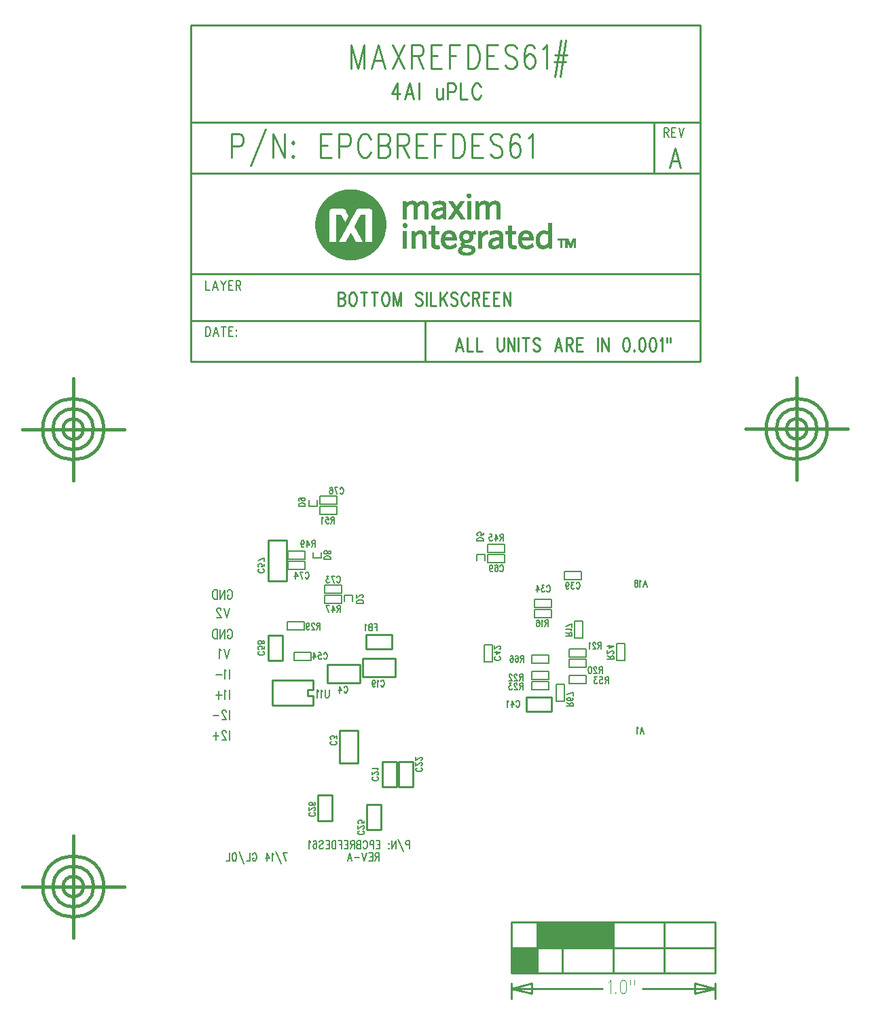
<source format=gbr>
*
*
G04 PADS 9.5 Build Number: 522968 generated Gerber (RS-274-X) file*
G04 PC Version=2.1*
*
%IN "MAXREFDES61_RA.pcb"*%
*
%MOIN*%
*
%FSLAX35Y35*%
*
*
*
*
G04 PC Standard Apertures*
*
*
G04 Thermal Relief Aperture macro.*
%AMTER*
1,1,$1,0,0*
1,0,$1-$2,0,0*
21,0,$3,$4,0,0,45*
21,0,$3,$4,0,0,135*
%
*
*
G04 Annular Aperture macro.*
%AMANN*
1,1,$1,0,0*
1,0,$2,0,0*
%
*
*
G04 Odd Aperture macro.*
%AMODD*
1,1,$1,0,0*
1,0,$1-0.005,0,0*
%
*
*
G04 PC Custom Aperture Macros*
*
*
*
*
*
*
G04 PC Aperture Table*
*
%ADD046C,0.015*%
%ADD198C,0.01*%
%ADD199C,0.007*%
%ADD200C,0.001*%
%ADD205C,0.006*%
%ADD206C,0.008*%
%ADD208C,0.005*%
%ADD232C,0.003*%
%ADD233C,0.002*%
*
*
*
*
G04 PC Circuitry*
G04 Layer Name MAXREFDES61_RA.pcb - circuitry*
%LPD*%
*
*
G04 PC Custom Flashes*
G04 Layer Name MAXREFDES61_RA.pcb - flashes*
%LPD*%
*
*
G04 PC Circuitry*
G04 Layer Name MAXREFDES61_RA.pcb - circuitry*
%LPD*%
*
G54D46*
G01X1822478Y1401207D02*
Y1396207D01*
Y1391207*
Y1431207D02*
Y1401207D01*
X1802478Y1416207D02*
X1797478D01*
X1807478D02*
X1802478D01*
X1822478Y1431207D02*
Y1436207D01*
X1842478Y1416207D02*
X1847478D01*
X1837478D02*
X1842478D01*
X1807478D02*
X1837478D01*
X1827478D02*
G75*
G03X1827478I-5000J0D01*
G01X1837478D02*
G03X1837478I-15000J0D01*
G01X1832478D02*
G03X1832478I-10000J0D01*
G01X1822478Y1436207D02*
Y1441207D01*
X1822439Y1625600D02*
Y1620600D01*
Y1615600*
Y1655600D02*
Y1625600D01*
X1802439Y1640600D02*
X1797439D01*
X1807439D02*
X1802439D01*
X1822439Y1655600D02*
Y1660600D01*
X1842439Y1640600D02*
X1847439D01*
X1837439D02*
X1842439D01*
X1807439D02*
X1837439D01*
X1827439D02*
G03X1827439I-5000J0D01*
G01X1837439D02*
G03X1837439I-15000J0D01*
G01X1832439D02*
G03X1832439I-10000J0D01*
G01X1822439Y1660600D02*
Y1665600D01*
X2177561Y1625699D02*
Y1620699D01*
Y1615699*
Y1655699D02*
Y1625699D01*
X2157561Y1640699D02*
X2152561D01*
X2162561D02*
X2157561D01*
X2177561Y1655699D02*
Y1660699D01*
X2197561Y1640699D02*
X2202561D01*
X2192561D02*
X2197561D01*
X2162561D02*
X2192561D01*
X2182561D02*
G03X2182561I-5000J0D01*
G01X2192561D02*
G03X2192561I-15000J0D01*
G01X2187561D02*
G03X2187561I-10000J0D01*
G01X2177561Y1660699D02*
Y1665699D01*
G54D198*
X1918061Y1586250D02*
Y1566250D01*
X1927061*
Y1586250*
X1918061*
X1974061Y1465000D02*
X1981061D01*
Y1477500*
X1974061*
Y1465000*
X1982061D02*
X1989061D01*
Y1477500*
X1982061*
Y1465000*
X1973561Y1456500D02*
X1966561D01*
Y1444000*
X1973561*
Y1456500*
X1942561Y1448500D02*
X1949561D01*
Y1461000*
X1942561*
Y1448500*
X1925061Y1539500D02*
X1918061D01*
Y1527000*
X1925061*
Y1539500*
X1964561Y1519250D02*
X1980561D01*
Y1528250*
X1964561*
Y1519250*
X1953061Y1492750D02*
Y1476750D01*
X1962061*
Y1492750*
X1953061*
X1947061Y1516250D02*
X1963061D01*
Y1525250*
X1947061*
Y1516250*
X1966311Y1539750D02*
Y1532750D01*
X1978811*
Y1539750*
X1966311*
X1940061Y1505000D02*
X1920061D01*
Y1517500*
X1940061*
Y1512750*
X1937561*
Y1509750*
X1940061*
Y1505000*
X2057311Y1502250D02*
Y1509250D01*
X2044811*
Y1502250*
X2057311*
X1952561Y1707813D02*
Y1701250D01*
Y1707813D02*
X1954606D01*
X1954606D02*
X1955288Y1707500D01*
X1955516Y1707188*
X1955516D02*
X1955743Y1706563D01*
X1955743D02*
Y1705938D01*
X1955743D02*
X1955516Y1705313D01*
X1955516D02*
X1955288Y1705000D01*
X1954606Y1704688*
X1952561D02*
X1954606D01*
X1954606D02*
X1955288Y1704375D01*
X1955516Y1704063*
X1955516D02*
X1955743Y1703438D01*
X1955743D02*
Y1702500D01*
X1955516Y1701875*
X1955288Y1701563*
X1955288D02*
X1954606Y1701250D01*
X1952561*
X1959152Y1707813D02*
X1958697Y1707500D01*
X1958243Y1706875*
X1958016Y1706250*
X1957788Y1705313*
X1957788D02*
Y1703750D01*
X1958016Y1702813*
X1958016D02*
X1958243Y1702188D01*
X1958243D02*
X1958697Y1701563D01*
X1958697D02*
X1959152Y1701250D01*
X1960061*
X1960516Y1701563*
X1960516D02*
X1960970Y1702188D01*
X1960970D02*
X1961197Y1702813D01*
X1961197D02*
X1961425Y1703750D01*
Y1705313*
X1961425D02*
X1961197Y1706250D01*
X1960970Y1706875*
X1960516Y1707500*
X1960061Y1707813*
X1960061D02*
X1959152D01*
X1965061D02*
Y1701250D01*
X1963470Y1707813D02*
X1966652D01*
X1970288D02*
Y1701250D01*
X1968697Y1707813D02*
X1971879D01*
X1975288D02*
X1974834Y1707500D01*
X1974379Y1706875*
X1974152Y1706250*
X1973925Y1705313*
X1973925D02*
Y1703750D01*
X1974152Y1702813*
X1974152D02*
X1974379Y1702188D01*
X1974379D02*
X1974834Y1701563D01*
X1974834D02*
X1975288Y1701250D01*
X1976197*
X1976652Y1701563*
X1976652D02*
X1977106Y1702188D01*
X1977106D02*
X1977334Y1702813D01*
X1977334D02*
X1977561Y1703750D01*
Y1705313*
X1977561D02*
X1977334Y1706250D01*
X1977106Y1706875*
X1976652Y1707500*
X1976197Y1707813*
X1976197D02*
X1975288D01*
X1979606D02*
Y1701250D01*
Y1707813D02*
X1981425Y1701250D01*
X1983243Y1707813D02*
X1981425Y1701250D01*
X1983243Y1707813D02*
Y1701250D01*
X1993697Y1706875D02*
X1993243Y1707500D01*
X1992561Y1707813*
X1992561D02*
X1991652D01*
X1991652D02*
X1990970Y1707500D01*
X1990516Y1706875*
Y1706250*
X1990743Y1705625*
X1990970Y1705313*
X1990970D02*
X1991425Y1705000D01*
X1992788Y1704375*
X1993243Y1704063*
X1993243D02*
X1993470Y1703750D01*
X1993697Y1703125*
Y1702188*
X1993697D02*
X1993243Y1701563D01*
X1993243D02*
X1992561Y1701250D01*
X1991652*
X1990970Y1701563*
X1990970D02*
X1990516Y1702188D01*
X1995743Y1707813D02*
Y1701250D01*
X1997788Y1707813D02*
Y1701250D01*
X2000516*
X2002561Y1707813D02*
Y1701250D01*
X2005743Y1707813D02*
X2002561Y1703438D01*
X2003697Y1705000D02*
X2005743Y1701250D01*
X2010970Y1706875D02*
X2010516Y1707500D01*
X2009834Y1707813*
X2009834D02*
X2008925D01*
X2008925D02*
X2008243Y1707500D01*
X2007788Y1706875*
Y1706250*
X2008016Y1705625*
X2008243Y1705313*
X2008243D02*
X2008697Y1705000D01*
X2010061Y1704375*
X2010516Y1704063*
X2010516D02*
X2010743Y1703750D01*
X2010970Y1703125*
Y1702188*
X2010970D02*
X2010516Y1701563D01*
X2010516D02*
X2009834Y1701250D01*
X2008925*
X2008243Y1701563*
X2008243D02*
X2007788Y1702188D01*
X2016425Y1706250D02*
X2016197Y1706875D01*
X2015743Y1707500*
X2015288Y1707813*
X2015288D02*
X2014379D01*
X2014379D02*
X2013925Y1707500D01*
X2013470Y1706875*
X2013243Y1706250*
X2013016Y1705313*
X2013016D02*
Y1703750D01*
X2013243Y1702813*
X2013243D02*
X2013470Y1702188D01*
X2013470D02*
X2013925Y1701563D01*
X2013925D02*
X2014379Y1701250D01*
X2015288*
X2015743Y1701563*
X2015743D02*
X2016197Y1702188D01*
X2016197D02*
X2016425Y1702813D01*
X2018470Y1707813D02*
Y1701250D01*
Y1707813D02*
X2020516D01*
X2020516D02*
X2021197Y1707500D01*
X2021425Y1707188*
X2021425D02*
X2021652Y1706563D01*
X2021652D02*
Y1705938D01*
X2021652D02*
X2021425Y1705313D01*
X2021425D02*
X2021197Y1705000D01*
X2020516Y1704688*
X2020516D02*
X2018470D01*
X2020061D02*
X2021652Y1701250D01*
X2023697Y1707813D02*
Y1701250D01*
Y1707813D02*
X2026652D01*
X2023697Y1704688D02*
X2025516D01*
X2023697Y1701250D02*
X2026652D01*
X2028697Y1707813D02*
Y1701250D01*
Y1707813D02*
X2031652D01*
X2028697Y1704688D02*
X2030516D01*
X2028697Y1701250D02*
X2031652D01*
X2033697Y1707813D02*
Y1701250D01*
Y1707813D02*
X2036879Y1701250D01*
Y1707813D02*
Y1701250D01*
X2037561Y1373750D02*
X2137561D01*
Y1398750*
X2037561*
Y1373750*
Y1366250D02*
X2082061D01*
X2037561D02*
X2047561Y1368750D01*
Y1363750*
X2037561Y1366250*
X2137561D02*
X2101697D01*
X2137561D02*
X2127561Y1363750D01*
Y1368750*
X2137561Y1366250*
X2037561Y1368750D02*
Y1361250D01*
X2137561Y1368750D02*
Y1361250D01*
X2039561Y1373750D02*
Y1386250D01*
X2040561Y1373750D02*
Y1386250D01*
X2041561D02*
Y1373750D01*
X2042561Y1386250D02*
Y1373750D01*
X2043561Y1386250D02*
Y1373750D01*
X2044561Y1386250D02*
Y1373750D01*
X2045561Y1386250D02*
Y1373750D01*
X2046561Y1386250D02*
Y1373750D01*
X2047561D02*
Y1386250D01*
X2048561Y1373750D02*
Y1386250D01*
X2051561D02*
Y1398750D01*
X2052561Y1386250D02*
Y1398750D01*
X2053561D02*
Y1386250D01*
X2054561Y1398750D02*
Y1386250D01*
X2055561Y1398750D02*
Y1386250D01*
X2056561Y1398750D02*
Y1386250D01*
X2057561Y1398750D02*
Y1386250D01*
X2058561Y1398750D02*
Y1386250D01*
X2059561D02*
Y1398750D01*
X2060561Y1386250D02*
Y1398750D01*
X2050061Y1373750D02*
Y1398750D01*
X2062561Y1373750D02*
Y1398750D01*
X2037561Y1386250D02*
X2137561D01*
X2112561Y1373750D02*
Y1398750D01*
X2087561Y1373750D02*
Y1398750D01*
X2038561Y1373750D02*
Y1386250D01*
X2049061Y1373750D02*
Y1386250D01*
X2051061D02*
Y1398750D01*
X2061561Y1386250D02*
Y1398750D01*
X2064561Y1386250D02*
Y1398750D01*
X2063561Y1386250D02*
Y1398750D01*
X2065561Y1386250D02*
Y1398750D01*
X2066561D02*
Y1386250D01*
X2067561Y1398750D02*
Y1386250D01*
X2068561Y1398750D02*
Y1386250D01*
X2069561Y1398750D02*
Y1386250D01*
X2070561Y1398750D02*
Y1386250D01*
X2072561D02*
Y1398750D01*
X2071561D02*
Y1386250D01*
X2073561D02*
Y1398750D01*
X2074561Y1386250D02*
Y1398750D01*
X2076561Y1386250D02*
Y1398750D01*
X2075561Y1386250D02*
Y1398750D01*
X2077561Y1386250D02*
Y1398750D01*
X2078561D02*
Y1386250D01*
X2079561Y1398750D02*
Y1386250D01*
X2080561Y1398750D02*
Y1386250D01*
X2081561Y1398750D02*
Y1386250D01*
X2082561Y1398750D02*
Y1386250D01*
X2083561Y1398750D02*
Y1386250D01*
X2084561D02*
Y1398750D01*
X2085561Y1386250D02*
Y1398750D01*
X2086561Y1386250D02*
Y1398750D01*
X2130061Y1673750D02*
Y1838750D01*
X1880061*
Y1673750*
X2130061*
X2107561Y1791250D02*
Y1766250D01*
X2130061Y1791250D02*
X1880061D01*
X2130061Y1766250D02*
X1880061D01*
X2130061Y1693750D02*
X1880061D01*
X2130061Y1716950D02*
X1880061D01*
X1995061Y1673750D02*
Y1693750D01*
X1981489Y1810326D02*
X1978762Y1805076D01*
X1982853*
X1981489Y1810326D02*
Y1802451D01*
X1987489Y1810326D02*
X1985307Y1802451D01*
X1987489Y1810326D02*
X1989671Y1802451D01*
X1986125Y1805076D02*
X1988853D01*
X1992125Y1810326D02*
Y1802451D01*
X2000853Y1807701D02*
Y1803951D01*
X2001125Y1802826*
X2001671Y1802451*
X2002489*
X2003035Y1802826*
X2003853Y1803951*
Y1807701D02*
Y1802451D01*
X2006307Y1810326D02*
Y1802451D01*
Y1810326D02*
X2008762D01*
X2009580Y1809951*
X2009853Y1809576*
X2010125Y1808826*
Y1807701*
X2009853Y1806951*
X2009580Y1806576*
X2008762Y1806201*
X2006307*
X2012580Y1810326D02*
Y1802451D01*
X2015853*
X2022398Y1808451D02*
X2022125Y1809201D01*
X2021580Y1809951*
X2021035Y1810326*
X2019944*
X2019398Y1809951*
X2018853Y1809201*
X2018580Y1808451*
X2018307Y1807326*
Y1805451*
X2018580Y1804326*
X2018853Y1803576*
X2019398Y1802826*
X2019944Y1802451*
X2021035*
X2021580Y1802826*
X2022125Y1803576*
X2022398Y1804326*
X1958762Y1829263D02*
Y1817451D01*
Y1829263D02*
X1962035Y1817451D01*
X1965307Y1829263D02*
X1962035Y1817451D01*
X1965307Y1829263D02*
Y1817451D01*
X1972262Y1829263D02*
X1968989Y1817451D01*
X1972262Y1829263D02*
X1975535Y1817451D01*
X1970216Y1821388D02*
X1974307D01*
X1979216Y1829263D02*
X1984944Y1817451D01*
Y1829263D02*
X1979216Y1817451D01*
X1988625Y1829263D02*
Y1817451D01*
Y1829263D02*
X1992307D01*
X1993535Y1828701*
X1993944Y1828138*
X1994353Y1827013*
Y1825888*
X1993944Y1824763*
X1993535Y1824201*
X1992307Y1823638*
X1988625*
X1991489D02*
X1994353Y1817451D01*
X1998035Y1829263D02*
Y1817451D01*
Y1829263D02*
X2003353D01*
X1998035Y1823638D02*
X2001307D01*
X1998035Y1817451D02*
X2003353D01*
X2007035Y1829263D02*
Y1817451D01*
Y1829263D02*
X2012353D01*
X2007035Y1823638D02*
X2010307D01*
X2016035Y1829263D02*
Y1817451D01*
Y1829263D02*
X2018898D01*
X2020125Y1828701*
X2020944Y1827576*
X2021353Y1826451*
X2021762Y1824763*
Y1821951*
X2021353Y1820263*
X2020944Y1819138*
X2020125Y1818013*
X2018898Y1817451*
X2016035*
X2025444Y1829263D02*
Y1817451D01*
Y1829263D02*
X2030762D01*
X2025444Y1823638D02*
X2028716D01*
X2025444Y1817451D02*
X2030762D01*
X2040171Y1827576D02*
X2039353Y1828701D01*
X2038125Y1829263*
X2036489*
X2035262Y1828701*
X2034444Y1827576*
Y1826451*
X2034853Y1825326*
X2035262Y1824763*
X2036080Y1824201*
X2038535Y1823076*
X2039353Y1822513*
X2039762Y1821951*
X2040171Y1820826*
Y1819138*
X2039353Y1818013*
X2038125Y1817451*
X2036489*
X2035262Y1818013*
X2034444Y1819138*
X2048762Y1827576D02*
X2048353Y1828701D01*
X2047125Y1829263*
X2046307*
X2045080Y1828701*
X2044262Y1827013*
X2043853Y1824201*
Y1821388*
X2044262Y1819138*
X2045080Y1818013*
X2046307Y1817451*
X2046716*
X2047944Y1818013*
X2048762Y1819138*
X2049171Y1820826*
Y1821388*
X2048762Y1823076*
X2047944Y1824201*
X2046716Y1824763*
X2046307*
X2045080Y1824201*
X2044262Y1823076*
X2043853Y1821388*
X2052853Y1827013D02*
X2053671Y1827576D01*
X2054898Y1829263*
Y1817451*
X2061853Y1831513D02*
X2058989Y1813513D01*
X2064307Y1831513D02*
X2061444Y1813513D01*
X2058989Y1824201D02*
X2064716D01*
X2058580Y1820826D02*
X2064307D01*
X1900061Y1785563D02*
Y1773750D01*
Y1785563D02*
X1903743D01*
X1903743D02*
X1904970Y1785000D01*
X1905379Y1784438*
X1905379D02*
X1905788Y1783313D01*
X1905788D02*
Y1781625D01*
X1905379Y1780500*
X1904970Y1779938*
X1904970D02*
X1903743Y1779375D01*
X1900061*
X1916834Y1787813D02*
X1909470Y1769812D01*
X1920516Y1785563D02*
Y1773750D01*
Y1785563D02*
X1926243Y1773750D01*
Y1785563D02*
Y1773750D01*
X1930334Y1781625D02*
X1929925Y1781063D01*
X1929925D02*
X1930334Y1780500D01*
X1930743Y1781063*
X1930743D02*
X1930334Y1781625D01*
Y1774875D02*
X1929925Y1774313D01*
X1929925D02*
X1930334Y1773750D01*
X1930743Y1774313*
X1930743D02*
X1930334Y1774875D01*
X1943834Y1785563D02*
Y1773750D01*
Y1785563D02*
X1949152D01*
X1943834Y1779938D02*
X1947106D01*
X1943834Y1773750D02*
X1949152D01*
X1952834Y1785563D02*
Y1773750D01*
Y1785563D02*
X1956516D01*
X1956516D02*
X1957743Y1785000D01*
X1958152Y1784438*
X1958152D02*
X1958561Y1783313D01*
X1958561D02*
Y1781625D01*
X1958152Y1780500*
X1957743Y1779938*
X1957743D02*
X1956516Y1779375D01*
X1952834*
X1968379Y1782750D02*
X1967970Y1783875D01*
X1967152Y1785000*
X1966334Y1785563*
X1966334D02*
X1964697D01*
X1964697D02*
X1963879Y1785000D01*
X1963061Y1783875*
X1962652Y1782750*
X1962243Y1781063*
X1962243D02*
Y1778250D01*
X1962652Y1776563*
X1962652D02*
X1963061Y1775438D01*
X1963061D02*
X1963879Y1774313D01*
X1963879D02*
X1964697Y1773750D01*
X1966334*
X1967152Y1774313*
X1967152D02*
X1967970Y1775438D01*
X1967970D02*
X1968379Y1776563D01*
X1972061Y1785563D02*
Y1773750D01*
Y1785563D02*
X1975743D01*
X1975743D02*
X1976970Y1785000D01*
X1977379Y1784438*
X1977379D02*
X1977788Y1783313D01*
X1977788D02*
Y1782188D01*
X1977788D02*
X1977379Y1781063D01*
X1977379D02*
X1976970Y1780500D01*
X1975743Y1779938*
X1972061D02*
X1975743D01*
X1975743D02*
X1976970Y1779375D01*
X1977379Y1778813*
X1977379D02*
X1977788Y1777688D01*
X1977788D02*
Y1776000D01*
X1977379Y1774875*
X1976970Y1774313*
X1976970D02*
X1975743Y1773750D01*
X1972061*
X1981470Y1785563D02*
Y1773750D01*
Y1785563D02*
X1985152D01*
X1985152D02*
X1986379Y1785000D01*
X1986788Y1784438*
X1986788D02*
X1987197Y1783313D01*
X1987197D02*
Y1782188D01*
X1987197D02*
X1986788Y1781063D01*
X1986788D02*
X1986379Y1780500D01*
X1985152Y1779938*
X1985152D02*
X1981470D01*
X1984334D02*
X1987197Y1773750D01*
X1990879Y1785563D02*
Y1773750D01*
Y1785563D02*
X1996197D01*
X1990879Y1779938D02*
X1994152D01*
X1990879Y1773750D02*
X1996197D01*
X1999879Y1785563D02*
Y1773750D01*
Y1785563D02*
X2005197D01*
X1999879Y1779938D02*
X2003152D01*
X2008879Y1785563D02*
Y1773750D01*
Y1785563D02*
X2011743D01*
X2011743D02*
X2012970Y1785000D01*
X2013788Y1783875*
X2014197Y1782750*
X2014606Y1781063*
X2014606D02*
Y1778250D01*
X2014197Y1776563*
X2014197D02*
X2013788Y1775438D01*
X2013788D02*
X2012970Y1774313D01*
X2012970D02*
X2011743Y1773750D01*
X2008879*
X2018288Y1785563D02*
Y1773750D01*
Y1785563D02*
X2023606D01*
X2018288Y1779938D02*
X2021561D01*
X2018288Y1773750D02*
X2023606D01*
X2033016Y1783875D02*
X2032197Y1785000D01*
X2030970Y1785563*
X2030970D02*
X2029334D01*
X2029334D02*
X2028106Y1785000D01*
X2027288Y1783875*
Y1782750*
X2027697Y1781625*
X2028106Y1781063*
X2028106D02*
X2028925Y1780500D01*
X2031379Y1779375*
X2032197Y1778813*
X2032197D02*
X2032606Y1778250D01*
X2033016Y1777125*
Y1775438*
X2033016D02*
X2032197Y1774313D01*
X2032197D02*
X2030970Y1773750D01*
X2029334*
X2028106Y1774313*
X2028106D02*
X2027288Y1775438D01*
X2041606Y1783875D02*
X2041197Y1785000D01*
X2039970Y1785563*
X2039970D02*
X2039152D01*
X2039152D02*
X2037925Y1785000D01*
X2037106Y1783313*
X2037106D02*
X2036697Y1780500D01*
Y1777688*
X2036697D02*
X2037106Y1775438D01*
X2037106D02*
X2037925Y1774313D01*
X2037925D02*
X2039152Y1773750D01*
X2039561*
X2040788Y1774313*
X2040788D02*
X2041606Y1775438D01*
X2041606D02*
X2042016Y1777125D01*
Y1777688*
X2042016D02*
X2041606Y1779375D01*
X2040788Y1780500*
X2039561Y1781063*
X2039561D02*
X2039152D01*
X2039152D02*
X2037925Y1780500D01*
X2037106Y1779375*
X2036697Y1777688*
X2045697Y1783313D02*
X2046516Y1783875D01*
X2047743Y1785563*
X2047743D02*
Y1773750D01*
X2117788Y1778594D02*
X2115061Y1768750D01*
X2117788Y1778594D02*
X2120516Y1768750D01*
X2116084Y1772031D02*
X2119493D01*
X2011879Y1685313D02*
X2010061Y1678750D01*
X2011879Y1685313D02*
X2013697Y1678750D01*
X2010743Y1680938D02*
X2013016D01*
X2015743Y1685313D02*
Y1678750D01*
X2018470*
X2020516Y1685313D02*
Y1678750D01*
X2023243*
X2030516Y1685313D02*
Y1680625D01*
X2030743Y1679688*
X2030743D02*
X2031197Y1679063D01*
X2031197D02*
X2031879Y1678750D01*
X2032334*
X2033016Y1679063*
X2033016D02*
X2033470Y1679688D01*
X2033470D02*
X2033697Y1680625D01*
Y1685313*
X2035743D02*
Y1678750D01*
Y1685313D02*
X2038925Y1678750D01*
Y1685313D02*
Y1678750D01*
X2040970Y1685313D02*
Y1678750D01*
X2044606Y1685313D02*
Y1678750D01*
X2043016Y1685313D02*
X2046197D01*
X2051425Y1684375D02*
X2050970Y1685000D01*
X2050288Y1685313*
X2050288D02*
X2049379D01*
X2049379D02*
X2048697Y1685000D01*
X2048243Y1684375*
Y1683750*
X2048470Y1683125*
X2048697Y1682813*
X2048697D02*
X2049152Y1682500D01*
X2050516Y1681875*
X2050970Y1681563*
X2050970D02*
X2051197Y1681250D01*
X2051425Y1680625*
Y1679688*
X2051425D02*
X2050970Y1679063D01*
X2050970D02*
X2050288Y1678750D01*
X2049379*
X2048697Y1679063*
X2048697D02*
X2048243Y1679688D01*
X2060516Y1685313D02*
X2058697Y1678750D01*
X2060516Y1685313D02*
X2062334Y1678750D01*
X2059379Y1680938D02*
X2061652D01*
X2064379Y1685313D02*
Y1678750D01*
Y1685313D02*
X2066425D01*
X2066425D02*
X2067106Y1685000D01*
X2067334Y1684688*
X2067334D02*
X2067561Y1684063D01*
X2067561D02*
Y1683438D01*
X2067561D02*
X2067334Y1682813D01*
X2067334D02*
X2067106Y1682500D01*
X2066425Y1682188*
X2066425D02*
X2064379D01*
X2065970D02*
X2067561Y1678750D01*
X2069606Y1685313D02*
Y1678750D01*
Y1685313D02*
X2072561D01*
X2069606Y1682188D02*
X2071425D01*
X2069606Y1678750D02*
X2072561D01*
X2079834Y1685313D02*
Y1678750D01*
X2081879Y1685313D02*
Y1678750D01*
Y1685313D02*
X2085061Y1678750D01*
Y1685313D02*
Y1678750D01*
X2093697Y1685313D02*
X2093016Y1685000D01*
X2092561Y1684063*
X2092561D02*
X2092334Y1682500D01*
Y1681563*
X2092334D02*
X2092561Y1680000D01*
X2093016Y1679063*
X2093016D02*
X2093697Y1678750D01*
X2094152*
X2094834Y1679063*
X2094834D02*
X2095288Y1680000D01*
X2095516Y1681563*
X2095516D02*
Y1682500D01*
X2095288Y1684063*
X2095288D02*
X2094834Y1685000D01*
X2094152Y1685313*
X2094152D02*
X2093697D01*
X2097788Y1679375D02*
X2097561Y1679063D01*
X2097561D02*
X2097788Y1678750D01*
X2098016Y1679063*
X2098016D02*
X2097788Y1679375D01*
X2101425Y1685313D02*
X2100743Y1685000D01*
X2100288Y1684063*
X2100288D02*
X2100061Y1682500D01*
Y1681563*
X2100061D02*
X2100288Y1680000D01*
X2100743Y1679063*
X2100743D02*
X2101425Y1678750D01*
X2101879*
X2102561Y1679063*
X2102561D02*
X2103016Y1680000D01*
X2103243Y1681563*
X2103243D02*
Y1682500D01*
X2103016Y1684063*
X2103016D02*
X2102561Y1685000D01*
X2101879Y1685313*
X2101879D02*
X2101425D01*
X2106652D02*
X2105970Y1685000D01*
X2105516Y1684063*
X2105516D02*
X2105288Y1682500D01*
Y1681563*
X2105288D02*
X2105516Y1680000D01*
X2105970Y1679063*
X2105970D02*
X2106652Y1678750D01*
X2107106*
X2107788Y1679063*
X2107788D02*
X2108243Y1680000D01*
X2108470Y1681563*
X2108470D02*
Y1682500D01*
X2108243Y1684063*
X2108243D02*
X2107788Y1685000D01*
X2107106Y1685313*
X2107106D02*
X2106652D01*
X2110516Y1684063D02*
X2110970Y1684375D01*
X2111652Y1685313*
X2111652D02*
Y1678750D01*
X2113697Y1685313D02*
Y1683125D01*
X2115516Y1685313D02*
Y1683125D01*
G54D199*
X1899061Y1492844D02*
Y1488250D01*
X1897470Y1491750D02*
Y1491969D01*
X1897311Y1492406*
X1897152Y1492625*
X1896834Y1492844*
X1896197*
X1895879Y1492625*
X1895720Y1492406*
X1895561Y1491969*
Y1491531*
X1895720Y1491094*
X1896038Y1490438*
X1896038D02*
X1897629Y1488250D01*
X1895402*
X1892538Y1492188D02*
Y1488250D01*
X1893970Y1490219D02*
X1891106D01*
X1899061Y1502844D02*
Y1498250D01*
X1897470Y1501750D02*
Y1501969D01*
X1897311Y1502406*
X1897152Y1502625*
X1896834Y1502844*
X1896197*
X1895879Y1502625*
X1895720Y1502406*
X1895561Y1501969*
Y1501531*
X1895720Y1501094*
X1896038Y1500438*
X1896038D02*
X1897629Y1498250D01*
X1895402*
X1893970Y1500219D02*
X1891106D01*
X1899061Y1512844D02*
Y1508250D01*
X1897629Y1511969D02*
X1897311Y1512188D01*
X1897311D02*
X1896834Y1512844D01*
Y1508250*
X1893970Y1512188D02*
Y1508250D01*
X1895402Y1510219D02*
X1892538D01*
X1899061Y1522844D02*
Y1518250D01*
X1897629Y1521969D02*
X1897311Y1522188D01*
X1897311D02*
X1896834Y1522844D01*
Y1518250*
X1895402Y1520219D02*
X1892538D01*
X1899061Y1532844D02*
X1897788Y1528250D01*
X1896516Y1532844D02*
X1897788Y1528250D01*
X1895084Y1531969D02*
X1894766Y1532188D01*
X1894766D02*
X1894288Y1532844D01*
Y1528250*
X1898175Y1541250D02*
X1898334Y1541688D01*
X1898334D02*
X1898652Y1542125D01*
X1898970Y1542344*
X1899606*
X1899925Y1542125*
X1900243Y1541688*
X1900243D02*
X1900402Y1541250D01*
X1900561Y1540594*
Y1539500*
X1900402Y1538844*
X1900243Y1538406*
X1899925Y1537969*
X1899606Y1537750*
X1898970*
X1898652Y1537969*
X1898334Y1538406*
X1898175Y1538844*
Y1539500*
X1898970D02*
X1898175D01*
X1896743Y1542344D02*
Y1537750D01*
Y1542344D02*
X1894516Y1537750D01*
Y1542344D02*
Y1537750D01*
X1893084Y1542344D02*
Y1537750D01*
Y1542344D02*
X1891970D01*
X1891493Y1542125*
X1891175Y1541688*
X1891175D02*
X1891016Y1541250D01*
X1890856Y1540594*
Y1539500*
X1891016Y1538844*
X1891175Y1538406*
X1891493Y1537969*
X1891970Y1537750*
X1893084*
X1899061Y1552844D02*
X1897788Y1548250D01*
X1896516Y1552844D02*
X1897788Y1548250D01*
X1894925Y1551750D02*
Y1551969D01*
X1894766Y1552406*
X1894606Y1552625*
X1894288Y1552844*
X1893652*
X1893334Y1552625*
X1893175Y1552406*
X1893016Y1551969*
Y1551531*
X1893175Y1551094*
X1893493Y1550438*
X1893493D02*
X1895084Y1548250D01*
X1892856*
X1898175Y1560750D02*
X1898334Y1561188D01*
X1898334D02*
X1898652Y1561625D01*
X1898970Y1561844*
X1899606*
X1899925Y1561625*
X1900243Y1561188*
X1900243D02*
X1900402Y1560750D01*
X1900561Y1560094*
Y1559000*
X1900402Y1558344*
X1900243Y1557906*
X1899925Y1557469*
X1899606Y1557250*
X1898970*
X1898652Y1557469*
X1898334Y1557906*
X1898175Y1558344*
Y1559000*
X1898970D02*
X1898175D01*
X1896743Y1561844D02*
Y1557250D01*
Y1561844D02*
X1894516Y1557250D01*
Y1561844D02*
Y1557250D01*
X1893084Y1561844D02*
Y1557250D01*
Y1561844D02*
X1891970D01*
X1891493Y1561625*
X1891175Y1561188*
X1891175D02*
X1891016Y1560750D01*
X1890856Y1560094*
Y1559000*
X1891016Y1558344*
X1891175Y1557906*
X1891493Y1557469*
X1891970Y1557250*
X1893084*
X1887561Y1690844D02*
Y1686250D01*
Y1690844D02*
X1888675D01*
X1889152Y1690625*
X1889470Y1690188*
X1889470D02*
X1889629Y1689750D01*
X1889788Y1689094*
Y1688000*
X1889629Y1687344*
X1889470Y1686906*
X1889152Y1686469*
X1888675Y1686250*
X1887561*
X1892493Y1690844D02*
X1891220Y1686250D01*
X1892493Y1690844D02*
X1893766Y1686250D01*
X1891697Y1687781D02*
X1893288D01*
X1896311Y1690844D02*
Y1686250D01*
X1895197Y1690844D02*
X1897425D01*
X1898856D02*
Y1686250D01*
Y1690844D02*
X1900925D01*
X1898856Y1688656D02*
X1900129D01*
X1898856Y1686250D02*
X1900925D01*
X1902516Y1689313D02*
X1902356Y1689094D01*
X1902516Y1688875*
X1902675Y1689094*
X1902516Y1689313*
Y1686688D02*
X1902356Y1686469D01*
X1902516Y1686250*
X1902675Y1686469*
X1902516Y1686688*
X1887561Y1713344D02*
Y1708750D01*
X1889470*
X1892175Y1713344D02*
X1890902Y1708750D01*
X1892175Y1713344D02*
X1893447Y1708750D01*
X1891379Y1710281D02*
X1892970D01*
X1894879Y1713344D02*
X1896152Y1711156D01*
Y1708750*
X1897425Y1713344D02*
X1896152Y1711156D01*
X1898856Y1713344D02*
Y1708750D01*
Y1713344D02*
X1900925D01*
X1898856Y1711156D02*
X1900129D01*
X1898856Y1708750D02*
X1900925D01*
X1902356Y1713344D02*
Y1708750D01*
Y1713344D02*
X1903788D01*
X1904266Y1713125*
X1904425Y1712906*
X1904584Y1712469*
Y1712031*
X1904425Y1711594*
X1904266Y1711375*
X1903788Y1711156*
X1902356*
X1903470D02*
X1904584Y1708750D01*
X2112561Y1788344D02*
Y1783750D01*
Y1788344D02*
X2113993D01*
X2114470Y1788125*
X2114629Y1787906*
X2114788Y1787469*
Y1787031*
X2114629Y1786594*
X2114470Y1786375*
X2113993Y1786156*
X2112561*
X2113675D02*
X2114788Y1783750D01*
X2116220Y1788344D02*
Y1783750D01*
Y1788344D02*
X2118288D01*
X2116220Y1786156D02*
X2117493D01*
X2116220Y1783750D02*
X2118288D01*
X2119720Y1788344D02*
X2120993Y1783750D01*
X2122266Y1788344D02*
X2120993Y1783750D01*
G54D200*
X2037561Y1373750D02*
X2037564D01*
X2137561D02*
X2137564D01*
G54D205*
X1948061Y1512688D02*
Y1509875D01*
X1947925Y1509313*
X1947925D02*
X1947652Y1508938D01*
X1947652D02*
X1947243Y1508750D01*
X1946970*
X1946561Y1508938*
X1946561D02*
X1946288Y1509313D01*
X1946288D02*
X1946152Y1509875D01*
Y1512688*
X1944925Y1511938D02*
X1944652Y1512125D01*
X1944243Y1512688*
X1944243D02*
Y1508750D01*
X1943016Y1511938D02*
X1942743Y1512125D01*
X1942334Y1512688*
X1942334D02*
Y1508750D01*
X1987561Y1438688D02*
Y1434750D01*
Y1438688D02*
X1986334D01*
X1986334D02*
X1985925Y1438500D01*
X1985788Y1438313*
X1985788D02*
X1985652Y1437938D01*
X1985652D02*
Y1437375D01*
X1985788Y1437000*
X1985925Y1436813*
X1985925D02*
X1986334Y1436625D01*
X1987561*
X1981970Y1439438D02*
X1984425Y1433437D01*
X1980743Y1438688D02*
Y1434750D01*
Y1438688D02*
X1978834Y1434750D01*
Y1438688D02*
Y1434750D01*
X1977470Y1437375D02*
X1977606Y1437188D01*
X1977606D02*
X1977470Y1437000D01*
X1977334Y1437188*
X1977334D02*
X1977470Y1437375D01*
Y1435125D02*
X1977606Y1434938D01*
X1977606D02*
X1977470Y1434750D01*
X1977334Y1434938*
X1977334D02*
X1977470Y1435125D01*
X1972970Y1438688D02*
Y1434750D01*
Y1438688D02*
X1971197D01*
X1972970Y1436813D02*
X1971879D01*
X1972970Y1434750D02*
X1971197D01*
X1969970Y1438688D02*
Y1434750D01*
Y1438688D02*
X1968743D01*
X1968743D02*
X1968334Y1438500D01*
X1968197Y1438313*
X1968197D02*
X1968061Y1437938D01*
X1968061D02*
Y1437375D01*
X1968197Y1437000*
X1968334Y1436813*
X1968334D02*
X1968743Y1436625D01*
X1969970*
X1964788Y1437750D02*
X1964925Y1438125D01*
X1965197Y1438500*
X1965470Y1438688*
X1965470D02*
X1966016D01*
X1966016D02*
X1966288Y1438500D01*
X1966561Y1438125*
X1966697Y1437750*
X1966834Y1437188*
X1966834D02*
Y1436250D01*
X1966697Y1435688*
X1966697D02*
X1966561Y1435313D01*
X1966561D02*
X1966288Y1434938D01*
X1966288D02*
X1966016Y1434750D01*
X1965470*
X1965197Y1434938*
X1965197D02*
X1964925Y1435313D01*
X1964925D02*
X1964788Y1435688D01*
X1963561Y1438688D02*
Y1434750D01*
Y1438688D02*
X1962334D01*
X1962334D02*
X1961925Y1438500D01*
X1961788Y1438313*
X1961788D02*
X1961652Y1437938D01*
X1961652D02*
Y1437563D01*
X1961652D02*
X1961788Y1437188D01*
X1961788D02*
X1961925Y1437000D01*
X1962334Y1436813*
X1963561D02*
X1962334D01*
X1962334D02*
X1961925Y1436625D01*
X1961788Y1436438*
X1961788D02*
X1961652Y1436063D01*
X1961652D02*
Y1435500D01*
X1961788Y1435125*
X1961925Y1434938*
X1961925D02*
X1962334Y1434750D01*
X1963561*
X1960425Y1438688D02*
Y1434750D01*
Y1438688D02*
X1959197D01*
X1959197D02*
X1958788Y1438500D01*
X1958652Y1438313*
X1958652D02*
X1958516Y1437938D01*
X1958516D02*
Y1437563D01*
X1958516D02*
X1958652Y1437188D01*
X1958652D02*
X1958788Y1437000D01*
X1959197Y1436813*
X1959197D02*
X1960425D01*
X1959470D02*
X1958516Y1434750D01*
X1957288Y1438688D02*
Y1434750D01*
Y1438688D02*
X1955516D01*
X1957288Y1436813D02*
X1956197D01*
X1957288Y1434750D02*
X1955516D01*
X1954288Y1438688D02*
Y1434750D01*
Y1438688D02*
X1952516D01*
X1954288Y1436813D02*
X1953197D01*
X1951288Y1438688D02*
Y1434750D01*
Y1438688D02*
X1950334D01*
X1950334D02*
X1949925Y1438500D01*
X1949652Y1438125*
X1949516Y1437750*
X1949379Y1437188*
X1949379D02*
Y1436250D01*
X1949516Y1435688*
X1949516D02*
X1949652Y1435313D01*
X1949652D02*
X1949925Y1434938D01*
X1949925D02*
X1950334Y1434750D01*
X1951288*
X1948152Y1438688D02*
Y1434750D01*
Y1438688D02*
X1946379D01*
X1948152Y1436813D02*
X1947061D01*
X1948152Y1434750D02*
X1946379D01*
X1943243Y1438125D02*
X1943516Y1438500D01*
X1943925Y1438688*
X1943925D02*
X1944470D01*
X1944470D02*
X1944879Y1438500D01*
X1945152Y1438125*
Y1437750*
X1945016Y1437375*
X1944879Y1437188*
X1944879D02*
X1944606Y1437000D01*
X1943788Y1436625*
X1943516Y1436438*
X1943516D02*
X1943379Y1436250D01*
X1943243Y1435875*
Y1435313*
X1943243D02*
X1943516Y1434938D01*
X1943516D02*
X1943925Y1434750D01*
X1944470*
X1944879Y1434938*
X1944879D02*
X1945152Y1435313D01*
X1940379Y1438125D02*
X1940516Y1438500D01*
X1940925Y1438688*
X1940925D02*
X1941197D01*
X1941197D02*
X1941606Y1438500D01*
X1941879Y1437938*
X1941879D02*
X1942016Y1437000D01*
Y1436063*
X1942016D02*
X1941879Y1435313D01*
X1941879D02*
X1941606Y1434938D01*
X1941606D02*
X1941197Y1434750D01*
X1941061*
X1940652Y1434938*
X1940652D02*
X1940379Y1435313D01*
X1940379D02*
X1940243Y1435875D01*
Y1436063*
X1940243D02*
X1940379Y1436625D01*
X1940652Y1437000*
X1941061Y1437188*
X1941061D02*
X1941197D01*
X1941197D02*
X1941606Y1437000D01*
X1941879Y1436625*
X1942016Y1436063*
X1939016Y1437938D02*
X1938743Y1438125D01*
X1938334Y1438688*
X1938334D02*
Y1434750D01*
X1972561Y1432688D02*
Y1428750D01*
Y1432688D02*
X1971334D01*
X1971334D02*
X1970925Y1432500D01*
X1970788Y1432313*
X1970788D02*
X1970652Y1431938D01*
X1970652D02*
Y1431563D01*
X1970652D02*
X1970788Y1431188D01*
X1970788D02*
X1970925Y1431000D01*
X1971334Y1430813*
X1971334D02*
X1972561D01*
X1971606D02*
X1970652Y1428750D01*
X1969425Y1432688D02*
Y1428750D01*
Y1432688D02*
X1967652D01*
X1969425Y1430813D02*
X1968334D01*
X1969425Y1428750D02*
X1967652D01*
X1966425Y1432688D02*
X1965334Y1428750D01*
X1964243Y1432688D02*
X1965334Y1428750D01*
X1963016Y1430438D02*
X1960561D01*
X1958243Y1432688D02*
X1959334Y1428750D01*
X1958243Y1432688D02*
X1957152Y1428750D01*
X1958925Y1430063D02*
X1957561D01*
X1925652Y1432688D02*
X1927016Y1428750D01*
X1927561Y1432688D02*
X1925652D01*
X1921970Y1433438D02*
X1924425Y1427437D01*
X1920743Y1431938D02*
X1920470Y1432125D01*
X1920061Y1432688*
X1920061D02*
Y1428750D01*
X1917470Y1432688D02*
X1918834Y1430063D01*
X1918834D02*
X1916788D01*
X1917470Y1432688D02*
Y1428750D01*
X1910379Y1431750D02*
X1910516Y1432125D01*
X1910788Y1432500*
X1911061Y1432688*
X1911061D02*
X1911606D01*
X1911606D02*
X1911879Y1432500D01*
X1912152Y1432125*
X1912288Y1431750*
X1912425Y1431188*
X1912425D02*
Y1430250D01*
X1912288Y1429688*
X1912288D02*
X1912152Y1429313D01*
X1912152D02*
X1911879Y1428938D01*
X1911879D02*
X1911606Y1428750D01*
X1911061*
X1910788Y1428938*
X1910788D02*
X1910516Y1429313D01*
X1910516D02*
X1910379Y1429688D01*
X1910379D02*
Y1430250D01*
X1911061D02*
X1910379D01*
X1909152Y1432688D02*
Y1428750D01*
X1907516*
X1903834Y1433438D02*
X1906288Y1427437D01*
X1901788Y1432688D02*
X1902061Y1432500D01*
X1902334Y1432125*
X1902470Y1431750*
X1902606Y1431188*
X1902606D02*
Y1430250D01*
X1902470Y1429688*
X1902470D02*
X1902334Y1429313D01*
X1902334D02*
X1902061Y1428938D01*
X1902061D02*
X1901788Y1428750D01*
X1901243*
X1900970Y1428938*
X1900970D02*
X1900697Y1429313D01*
X1900697D02*
X1900561Y1429688D01*
X1900561D02*
X1900425Y1430250D01*
Y1431188*
X1900425D02*
X1900561Y1431750D01*
X1900697Y1432125*
X1900970Y1432500*
X1901243Y1432688*
X1901243D02*
X1901788D01*
X1899197D02*
Y1428750D01*
X1897561*
G54D206*
X1959561Y1556250D02*
Y1559050D01*
X1955561*
Y1556250*
X2024561Y1576250D02*
Y1579050D01*
X2020561*
Y1576250*
X1940061Y1580250D02*
Y1577450D01*
X1944061*
Y1580250*
X1938061Y1605750D02*
Y1602950D01*
X1942061*
Y1605750*
G54D208*
X2048861Y1557250D02*
X2057261D01*
Y1553250*
X2048861*
Y1557250*
X2063361Y1570750D02*
X2071761D01*
Y1566750*
X2063361*
Y1570750*
X2028061Y1534950D02*
Y1526550D01*
X2024061*
Y1534950*
X2028061*
X1939261Y1527250D02*
X1930861D01*
Y1531250*
X1939261*
Y1527250*
X1954261Y1560250D02*
X1945861D01*
Y1564250*
X1954261*
Y1560250*
X1936261Y1571750D02*
X1927861D01*
Y1575750*
X1936261*
Y1571750*
X1943361Y1607750D02*
X1951761D01*
Y1603750*
X1943361*
Y1607750*
X2057261Y1548250D02*
X2048861D01*
Y1552250*
X2057261*
Y1548250*
X2072561Y1546450D02*
Y1538050D01*
X2068561*
Y1546450*
X2072561*
X2074261Y1523750D02*
X2065861D01*
Y1527750*
X2074261*
Y1523750*
X2065861Y1532750D02*
X2074261D01*
Y1528750*
X2065861*
Y1532750*
X2055761Y1517750D02*
X2047361D01*
Y1521750*
X2055761*
Y1517750*
X2047361Y1516750D02*
X2055761D01*
Y1512750*
X2047361*
Y1516750*
X2093061Y1535450D02*
Y1527050D01*
X2089061*
Y1535450*
X2093061*
X1935761Y1542250D02*
X1927361D01*
Y1546250*
X1935761*
Y1542250*
X2025861Y1584250D02*
X2034261D01*
Y1580250*
X2025861*
Y1584250*
X1954261Y1555250D02*
X1945861D01*
Y1559250*
X1954261*
Y1555250*
X1936261Y1576750D02*
X1927861D01*
Y1580750*
X1936261*
Y1576750*
X1943361Y1602750D02*
X1951761D01*
Y1598750*
X1943361*
Y1602750*
X2074261Y1515750D02*
X2065861D01*
Y1519750*
X2074261*
Y1515750*
X2025861Y1579250D02*
X2034261D01*
Y1575250*
X2025861*
Y1579250*
X2055761Y1525750D02*
X2047361D01*
Y1529750*
X2055761*
Y1525750*
X2063561Y1515450D02*
Y1507050D01*
X2059561*
Y1515450*
X2063561*
X1915561Y1571955D02*
X1915874Y1571841D01*
X1916186Y1571614*
X1916342Y1571386*
Y1570932*
X1916186Y1570705*
X1915874Y1570477*
X1915561Y1570364*
X1915092Y1570250*
X1914311*
X1913842Y1570364*
X1913530Y1570477*
X1913217Y1570705*
X1913061Y1570932*
Y1571386*
X1913217Y1571614*
X1913530Y1571841*
X1913842Y1571955*
X1916342Y1574455D02*
Y1573318D01*
X1914936Y1573205*
X1915092Y1573318*
X1915249Y1573659*
Y1574000*
X1915092Y1574341*
X1914780Y1574568*
X1914311Y1574682*
X1913999Y1574568*
X1913530Y1574455*
X1913217Y1574227*
X1913061Y1573886*
Y1573545*
X1913217Y1573205*
X1913374Y1573091*
X1913686Y1572977*
X1916342Y1577295D02*
X1913061Y1576159D01*
X1916342Y1575705D02*
Y1577295D01*
X2054856Y1563250D02*
X2054970Y1563562D01*
X2054970D02*
X2055197Y1563875D01*
X2055425Y1564031*
X2055879*
X2056106Y1563875*
X2056334Y1563562*
X2056334D02*
X2056447Y1563250D01*
X2056561Y1562781*
Y1562000*
X2056447Y1561531*
X2056334Y1561219*
X2056106Y1560906*
X2055879Y1560750*
X2055425*
X2055197Y1560906*
X2054970Y1561219*
X2054856Y1561531*
X2053606Y1564031D02*
X2052356D01*
X2053038Y1562781*
X2052697*
X2052470Y1562625*
X2052356Y1562469*
X2052243Y1562000*
Y1561687*
X2052243D02*
X2052356Y1561219D01*
X2052584Y1560906*
X2052925Y1560750*
X2053266*
X2053606Y1560906*
X2053720Y1561062*
X2053720D02*
X2053834Y1561375D01*
X2050084Y1564031D02*
X2051220Y1561844D01*
X2049516*
X2050084Y1564031D02*
Y1560750D01*
X2069356Y1564750D02*
X2069470Y1565063D01*
X2069470D02*
X2069697Y1565375D01*
X2069925Y1565531*
X2070379*
X2070606Y1565375*
X2070834Y1565063*
X2070834D02*
X2070947Y1564750D01*
X2071061Y1564281*
Y1563500*
X2070947Y1563031*
X2070834Y1562719*
X2070606Y1562406*
X2070379Y1562250*
X2069925*
X2069697Y1562406*
X2069470Y1562719*
X2069356Y1563031*
X2068106Y1565531D02*
X2066856D01*
X2067538Y1564281*
X2067197*
X2066970Y1564125*
X2066856Y1563969*
X2066743Y1563500*
Y1563188*
X2066743D02*
X2066856Y1562719D01*
X2067084Y1562406*
X2067425Y1562250*
X2067766*
X2068106Y1562406*
X2068220Y1562563*
X2068220D02*
X2068334Y1562875D01*
X2064243Y1564438D02*
X2064356Y1563969D01*
X2064584Y1563656*
X2064925Y1563500*
X2065038*
X2065379Y1563656*
X2065606Y1563969*
X2065720Y1564438*
X2065720D02*
Y1564594D01*
X2065606Y1565063*
X2065606D02*
X2065379Y1565375D01*
X2065038Y1565531*
X2064925*
X2064584Y1565375*
X2064356Y1565063*
X2064356D02*
X2064243Y1564438D01*
X2064243D02*
Y1563656D01*
X2064356Y1562875*
X2064584Y1562406*
X2064925Y1562250*
X2065152*
X2065493Y1562406*
X2065606Y1562719*
X2031561Y1528955D02*
X2031874Y1528841D01*
X2032186Y1528614*
X2032342Y1528386*
Y1527932*
X2032186Y1527705*
X2031874Y1527477*
X2031561Y1527364*
X2031092Y1527250*
X2030311*
X2029842Y1527364*
X2029530Y1527477*
X2029217Y1527705*
X2029061Y1527932*
Y1528386*
X2029217Y1528614*
X2029530Y1528841*
X2029842Y1528955*
X2032342Y1531114D02*
X2030155Y1529977D01*
Y1531682*
X2032342Y1531114D02*
X2029061D01*
X2031561Y1532818D02*
X2031717D01*
X2032030Y1532932*
X2032186Y1533045*
X2032342Y1533273*
Y1533727*
X2032186Y1533955*
X2032030Y1534068*
X2031717Y1534182*
X2031405*
X2031092Y1534068*
X2030624Y1533841*
X2029061Y1532705*
Y1534295*
X1945356Y1530250D02*
X1945470Y1530563D01*
X1945470D02*
X1945697Y1530875D01*
X1945925Y1531031*
X1946379*
X1946606Y1530875*
X1946834Y1530563*
X1946834D02*
X1946947Y1530250D01*
X1947061Y1529781*
Y1529000*
X1946947Y1528531*
X1946834Y1528219*
X1946606Y1527906*
X1946379Y1527750*
X1945925*
X1945697Y1527906*
X1945470Y1528219*
X1945356Y1528531*
X1942856Y1531031D02*
X1943993D01*
X1944106Y1529625*
X1943993Y1529781*
X1943652Y1529938*
X1943652D02*
X1943311D01*
X1943311D02*
X1942970Y1529781D01*
X1942743Y1529469*
X1942629Y1529000*
X1942743Y1528688*
X1942743D02*
X1942856Y1528219D01*
X1943084Y1527906*
X1943425Y1527750*
X1943766*
X1944106Y1527906*
X1944220Y1528063*
X1944220D02*
X1944334Y1528375D01*
X1940470Y1531031D02*
X1941606Y1528844D01*
X1939902*
X1940470Y1531031D02*
Y1527750D01*
X1951856Y1567750D02*
X1951970Y1568063D01*
X1951970D02*
X1952197Y1568375D01*
X1952425Y1568531*
X1952879*
X1953106Y1568375*
X1953334Y1568063*
X1953334D02*
X1953447Y1567750D01*
X1953561Y1567281*
Y1566500*
X1953447Y1566031*
X1953334Y1565719*
X1953106Y1565406*
X1952879Y1565250*
X1952425*
X1952197Y1565406*
X1951970Y1565719*
X1951856Y1566031*
X1949243Y1568531D02*
X1950379Y1565250D01*
X1950834Y1568531D02*
X1949243D01*
X1947993D02*
X1946743D01*
X1947425Y1567281*
X1947084*
X1946856Y1567125*
X1946743Y1566969*
X1946629Y1566500*
Y1566188*
X1946629D02*
X1946743Y1565719D01*
X1946970Y1565406*
X1947311Y1565250*
X1947652*
X1947993Y1565406*
X1948106Y1565563*
X1948106D02*
X1948220Y1565875D01*
X1936356Y1569750D02*
X1936470Y1570063D01*
X1936470D02*
X1936697Y1570375D01*
X1936925Y1570531*
X1937379*
X1937606Y1570375*
X1937834Y1570063*
X1937834D02*
X1937947Y1569750D01*
X1938061Y1569281*
Y1568500*
X1937947Y1568031*
X1937834Y1567719*
X1937606Y1567406*
X1937379Y1567250*
X1936925*
X1936697Y1567406*
X1936470Y1567719*
X1936356Y1568031*
X1933743Y1570531D02*
X1934879Y1567250D01*
X1935334Y1570531D02*
X1933743D01*
X1931584D02*
X1932720Y1568344D01*
X1931016*
X1931584Y1570531D02*
Y1567250D01*
X1953356Y1611250D02*
X1953470Y1611562D01*
X1953470D02*
X1953697Y1611875D01*
X1953925Y1612031*
X1954379*
X1954606Y1611875*
X1954834Y1611562*
X1954834D02*
X1954947Y1611250D01*
X1955061Y1610781*
Y1610000*
X1954947Y1609531*
X1954834Y1609219*
X1954606Y1608906*
X1954379Y1608750*
X1953925*
X1953697Y1608906*
X1953470Y1609219*
X1953356Y1609531*
X1950743Y1612031D02*
X1951879Y1608750D01*
X1952334Y1612031D02*
X1950743D01*
X1948356Y1611562D02*
X1948470Y1611875D01*
X1948811Y1612031*
X1949038*
X1949379Y1611875*
X1949606Y1611406*
X1949720Y1610625*
Y1609844*
X1949606Y1609219*
X1949379Y1608906*
X1949038Y1608750*
X1948925*
X1948584Y1608906*
X1948356Y1609219*
X1948243Y1609687*
X1948243D02*
Y1609844D01*
X1948356Y1610312*
X1948356D02*
X1948584Y1610625D01*
X1948925Y1610781*
X1949038*
X1949379Y1610625*
X1949606Y1610312*
X1949606D02*
X1949720Y1609844D01*
X1971561Y1469955D02*
X1971874Y1469841D01*
X1972186Y1469614*
X1972342Y1469386*
Y1468932*
X1972186Y1468705*
X1971874Y1468477*
X1971561Y1468364*
X1971092Y1468250*
X1970311*
X1969842Y1468364*
X1969530Y1468477*
X1969217Y1468705*
X1969061Y1468932*
Y1469386*
X1969217Y1469614*
X1969530Y1469841*
X1969842Y1469955*
X1971561Y1471091D02*
X1971717D01*
X1972030Y1471205*
X1972186Y1471318*
X1972342Y1471545*
Y1472000*
X1972186Y1472227*
X1972030Y1472341*
X1971717Y1472455*
X1971405*
X1971092Y1472341*
X1970624Y1472114*
X1969061Y1470977*
Y1472568*
X1971717Y1473591D02*
X1971874Y1473818D01*
X1972342Y1474159*
X1969061*
X1993061Y1474455D02*
X1993374Y1474341D01*
X1993686Y1474114*
X1993842Y1473886*
Y1473432*
X1993686Y1473205*
X1993374Y1472977*
X1993061Y1472864*
X1992592Y1472750*
X1991811*
X1991342Y1472864*
X1991030Y1472977*
X1990717Y1473205*
X1990561Y1473432*
Y1473886*
X1990717Y1474114*
X1991030Y1474341*
X1991342Y1474455*
X1993061Y1475591D02*
X1993217D01*
X1993530Y1475705*
X1993686Y1475818*
X1993842Y1476045*
Y1476500*
X1993686Y1476727*
X1993530Y1476841*
X1993217Y1476955*
X1992905*
X1992592Y1476841*
X1992124Y1476614*
X1990561Y1475477*
Y1477068*
X1993061Y1478205D02*
X1993217D01*
X1993530Y1478318*
X1993686Y1478432*
X1993842Y1478659*
Y1479114*
X1993686Y1479341*
X1993530Y1479455*
X1993217Y1479568*
X1992905*
X1992592Y1479455*
X1992124Y1479227*
X1990561Y1478091*
Y1479682*
X1964561Y1443455D02*
X1964874Y1443341D01*
X1965186Y1443114*
X1965342Y1442886*
Y1442432*
X1965186Y1442205*
X1964874Y1441977*
X1964561Y1441864*
X1964092Y1441750*
X1963311*
X1962842Y1441864*
X1962530Y1441977*
X1962217Y1442205*
X1962061Y1442432*
Y1442886*
X1962217Y1443114*
X1962530Y1443341*
X1962842Y1443455*
X1964561Y1444591D02*
X1964717D01*
X1965030Y1444705*
X1965186Y1444818*
X1965342Y1445045*
Y1445500*
X1965186Y1445727*
X1965030Y1445841*
X1964717Y1445955*
X1964405*
X1964092Y1445841*
X1963624Y1445614*
X1962061Y1444477*
Y1446068*
X1965342Y1448568D02*
Y1447432D01*
X1963936Y1447318*
X1964092Y1447432*
X1964249Y1447773*
Y1448114*
X1964092Y1448455*
X1963780Y1448682*
X1963311Y1448795*
X1962999Y1448682*
X1962530Y1448568*
X1962217Y1448341*
X1962061Y1448000*
Y1447659*
X1962217Y1447318*
X1962374Y1447205*
X1962686Y1447091*
X1940561Y1452455D02*
X1940874Y1452341D01*
X1941186Y1452114*
X1941342Y1451886*
Y1451432*
X1941186Y1451205*
X1940874Y1450977*
X1940561Y1450864*
X1940092Y1450750*
X1939311*
X1938842Y1450864*
X1938530Y1450977*
X1938217Y1451205*
X1938061Y1451432*
Y1451886*
X1938217Y1452114*
X1938530Y1452341*
X1938842Y1452455*
X1940561Y1453591D02*
X1940717D01*
X1941030Y1453705*
X1941186Y1453818*
X1941342Y1454045*
Y1454500*
X1941186Y1454727*
X1941030Y1454841*
X1940717Y1454955*
X1940405*
X1940092Y1454841*
X1939624Y1454614*
X1938061Y1453477*
Y1455068*
X1940874Y1457455D02*
X1941186Y1457341D01*
X1941342Y1457000*
Y1456773*
X1941186Y1456432*
X1940717Y1456205*
X1939936Y1456091*
X1939155*
X1938530Y1456205*
X1938217Y1456432*
X1938061Y1456773*
Y1456886*
X1938217Y1457227*
X1938530Y1457455*
X1938999Y1457568*
X1939155*
X1939624Y1457455*
X1939936Y1457227*
X1940092Y1456886*
Y1456773*
X1939936Y1456432*
X1939624Y1456205*
X1939155Y1456091*
X1915561Y1531455D02*
X1915874Y1531341D01*
X1916186Y1531114*
X1916342Y1530886*
Y1530432*
X1916186Y1530205*
X1915874Y1529977*
X1915561Y1529864*
X1915092Y1529750*
X1914311*
X1913842Y1529864*
X1913530Y1529977*
X1913217Y1530205*
X1913061Y1530432*
Y1530886*
X1913217Y1531114*
X1913530Y1531341*
X1913842Y1531455*
X1916342Y1533955D02*
Y1532818D01*
X1914936Y1532705*
X1915092Y1532818*
X1915249Y1533159*
Y1533500*
X1915092Y1533841*
X1914780Y1534068*
X1914311Y1534182*
X1913999Y1534068*
X1913530Y1533955*
X1913217Y1533727*
X1913061Y1533386*
Y1533045*
X1913217Y1532705*
X1913374Y1532591*
X1913686Y1532477*
X1916342Y1535773D02*
X1916186Y1535432D01*
X1915874Y1535318*
X1915561*
X1915249Y1535432*
X1915092Y1535659*
X1914936Y1536114*
X1914780Y1536455*
X1914467Y1536682*
X1914155Y1536795*
X1913686*
X1913374Y1536682*
X1913217Y1536568*
X1913061Y1536227*
Y1535773*
X1913217Y1535432*
X1913374Y1535318*
X1913686Y1535205*
X1914155*
X1914467Y1535318*
X1914780Y1535545*
X1914936Y1535886*
X1915092Y1536341*
X1915249Y1536568*
X1915561Y1536682*
X1915874*
X1916186Y1536568*
X1916342Y1536227*
Y1535773*
X1973356Y1516750D02*
X1973470Y1517063D01*
X1973470D02*
X1973697Y1517375D01*
X1973925Y1517531*
X1974379*
X1974606Y1517375*
X1974834Y1517063*
X1974834D02*
X1974947Y1516750D01*
X1975061Y1516281*
Y1515500*
X1974947Y1515031*
X1974834Y1514719*
X1974606Y1514406*
X1974379Y1514250*
X1973925*
X1973697Y1514406*
X1973470Y1514719*
X1973356Y1515031*
X1972334Y1516906D02*
X1972106Y1517063D01*
X1972106D02*
X1971766Y1517531D01*
Y1514250*
X1969266Y1516438D02*
X1969379Y1515969D01*
X1969606Y1515656*
X1969947Y1515500*
X1970061*
X1970402Y1515656*
X1970629Y1515969*
X1970743Y1516438*
X1970743D02*
Y1516594D01*
X1970629Y1517063*
X1970629D02*
X1970402Y1517375D01*
X1970061Y1517531*
X1969947*
X1969606Y1517375*
X1969379Y1517063*
X1969379D02*
X1969266Y1516438D01*
X1969266D02*
Y1515656D01*
X1969379Y1514875*
X1969606Y1514406*
X1969947Y1514250*
X1970175*
X1970516Y1514406*
X1970629Y1514719*
X1951061Y1487455D02*
X1951374Y1487341D01*
X1951686Y1487114*
X1951842Y1486886*
Y1486432*
X1951686Y1486205*
X1951374Y1485977*
X1951061Y1485864*
X1950592Y1485750*
X1949811*
X1949342Y1485864*
X1949030Y1485977*
X1948717Y1486205*
X1948561Y1486432*
Y1486886*
X1948717Y1487114*
X1949030Y1487341*
X1949342Y1487455*
X1951842Y1488705D02*
Y1489955D01*
X1950592Y1489273*
Y1489614*
X1950436Y1489841*
X1950280Y1489955*
X1949811Y1490068*
X1949499*
X1949030Y1489955*
X1948717Y1489727*
X1948561Y1489386*
Y1489045*
X1948717Y1488705*
X1948874Y1488591*
X1949186Y1488477*
X1955356Y1513750D02*
X1955470Y1514063D01*
X1955470D02*
X1955697Y1514375D01*
X1955925Y1514531*
X1956379*
X1956606Y1514375*
X1956834Y1514063*
X1956834D02*
X1956947Y1513750D01*
X1957061Y1513281*
Y1512500*
X1956947Y1512031*
X1956834Y1511719*
X1956606Y1511406*
X1956379Y1511250*
X1955925*
X1955697Y1511406*
X1955470Y1511719*
X1955356Y1512031*
X1953197Y1514531D02*
X1954334Y1512344D01*
X1952629*
X1953197Y1514531D02*
Y1511250D01*
X1971561Y1545031D02*
Y1541750D01*
Y1545031D02*
X1970084D01*
X1971561Y1543469D02*
X1970652D01*
X1969061Y1545031D02*
Y1541750D01*
Y1545031D02*
X1968038D01*
X1967697Y1544875*
X1967584Y1544719*
X1967470Y1544406*
Y1544094*
X1967584Y1543781*
X1967697Y1543625*
X1968038Y1543469*
X1969061D02*
X1968038D01*
X1967697Y1543313*
X1967697D02*
X1967584Y1543156D01*
X1967470Y1542844*
Y1542375*
X1967584Y1542063*
X1967584D02*
X1967697Y1541906D01*
X1968038Y1541750*
X1969061*
X1966447Y1544406D02*
X1966220Y1544563D01*
X1966220D02*
X1965879Y1545031D01*
Y1541750*
X2055561Y1547031D02*
Y1543750D01*
Y1547031D02*
X2054538D01*
X2054197Y1546875*
X2054084Y1546719*
X2053970Y1546406*
Y1546094*
X2054084Y1545781*
X2054197Y1545625*
X2054538Y1545469*
X2055561*
X2054766D02*
X2053970Y1543750D01*
X2052947Y1546406D02*
X2052720Y1546563D01*
X2052720D02*
X2052379Y1547031D01*
Y1543750*
X2049993Y1546563D02*
X2050106Y1546875D01*
X2050447Y1547031*
X2050675*
X2051016Y1546875*
X2051243Y1546406*
X2051356Y1545625*
Y1544844*
X2051243Y1544219*
X2051016Y1543906*
X2050675Y1543750*
X2050561*
X2050220Y1543906*
X2049993Y1544219*
X2049879Y1544688*
X2049879D02*
Y1544844D01*
X2049993Y1545313*
X2049993D02*
X2050220Y1545625D01*
X2050561Y1545781*
X2050675*
X2051016Y1545625*
X2051243Y1545313*
X2051243D02*
X2051356Y1544844D01*
X2067342Y1539250D02*
X2064061D01*
X2067342D02*
Y1540273D01*
X2067186Y1540614*
X2067030Y1540727*
X2066717Y1540841*
X2066405*
X2066092Y1540727*
X2065936Y1540614*
X2065780Y1540273*
Y1539250*
Y1540045D02*
X2064061Y1540841D01*
X2066717Y1541864D02*
X2066874Y1542091D01*
X2067342Y1542432*
X2064061*
X2067342Y1545045D02*
X2064061Y1543909D01*
X2067342Y1543455D02*
Y1545045D01*
X2082061Y1524031D02*
Y1520750D01*
Y1524031D02*
X2081038D01*
X2080697Y1523875*
X2080584Y1523719*
X2080470Y1523406*
Y1523094*
X2080584Y1522781*
X2080697Y1522625*
X2081038Y1522469*
X2082061*
X2081266D02*
X2080470Y1520750D01*
X2079334Y1523250D02*
Y1523406D01*
X2079220Y1523719*
X2079106Y1523875*
X2078879Y1524031*
X2078425*
X2078197Y1523875*
X2078084Y1523719*
X2077970Y1523406*
Y1523094*
X2078084Y1522781*
X2078311Y1522313*
X2078311D02*
X2079447Y1520750D01*
X2077856*
X2076152Y1524031D02*
X2076493Y1523875D01*
X2076720Y1523406*
X2076834Y1522625*
Y1522156*
X2076720Y1521375*
X2076493Y1520906*
X2076152Y1520750*
X2075925*
X2075584Y1520906*
X2075356Y1521375*
X2075243Y1522156*
Y1522625*
X2075356Y1523406*
X2075584Y1523875*
X2075925Y1524031*
X2076152*
X2081561Y1536031D02*
Y1532750D01*
Y1536031D02*
X2080538D01*
X2080197Y1535875*
X2080084Y1535719*
X2079970Y1535406*
Y1535094*
X2080084Y1534781*
X2080197Y1534625*
X2080538Y1534469*
X2081561*
X2080766D02*
X2079970Y1532750D01*
X2078834Y1535250D02*
Y1535406D01*
X2078720Y1535719*
X2078606Y1535875*
X2078379Y1536031*
X2077925*
X2077697Y1535875*
X2077584Y1535719*
X2077470Y1535406*
Y1535094*
X2077584Y1534781*
X2077811Y1534312*
X2077811D02*
X2078947Y1532750D01*
X2077356*
X2076334Y1535406D02*
X2076106Y1535562D01*
X2076106D02*
X2075766Y1536031D01*
Y1532750*
X2043061Y1520531D02*
Y1517250D01*
Y1520531D02*
X2042038D01*
X2041697Y1520375*
X2041584Y1520219*
X2041470Y1519906*
Y1519594*
X2041584Y1519281*
X2041697Y1519125*
X2042038Y1518969*
X2043061*
X2042266D02*
X2041470Y1517250D01*
X2040334Y1519750D02*
Y1519906D01*
X2040220Y1520219*
X2040106Y1520375*
X2039879Y1520531*
X2039425*
X2039197Y1520375*
X2039084Y1520219*
X2038970Y1519906*
Y1519594*
X2039084Y1519281*
X2039311Y1518813*
X2039311D02*
X2040447Y1517250D01*
X2038856*
X2037720Y1519750D02*
Y1519906D01*
X2037606Y1520219*
X2037493Y1520375*
X2037266Y1520531*
X2036811*
X2036584Y1520375*
X2036470Y1520219*
X2036356Y1519906*
Y1519594*
X2036470Y1519281*
X2036697Y1518813*
X2036697D02*
X2037834Y1517250D01*
X2036243*
X2043061Y1516031D02*
Y1512750D01*
Y1516031D02*
X2042038D01*
X2041697Y1515875*
X2041584Y1515719*
X2041470Y1515406*
Y1515094*
X2041584Y1514781*
X2041697Y1514625*
X2042038Y1514469*
X2043061*
X2042266D02*
X2041470Y1512750D01*
X2040334Y1515250D02*
Y1515406D01*
X2040220Y1515719*
X2040106Y1515875*
X2039879Y1516031*
X2039425*
X2039197Y1515875*
X2039084Y1515719*
X2038970Y1515406*
Y1515094*
X2039084Y1514781*
X2039311Y1514313*
X2040447Y1512750*
X2038856*
X2037606Y1516031D02*
X2036356D01*
X2037038Y1514781*
X2036697*
X2036470Y1514625*
X2036356Y1514469*
X2036243Y1514000*
Y1513688*
X2036356Y1513219*
X2036584Y1512906*
X2036925Y1512750*
X2037266*
X2037606Y1512906*
X2037720Y1513063*
X2037834Y1513375*
X2087842Y1527750D02*
X2084561D01*
X2087842D02*
Y1528773D01*
X2087686Y1529114*
X2087530Y1529227*
X2087217Y1529341*
X2086905*
X2086592Y1529227*
X2086436Y1529114*
X2086280Y1528773*
Y1527750*
Y1528545D02*
X2084561Y1529341D01*
X2087061Y1530477D02*
X2087217D01*
X2087530Y1530591*
X2087686Y1530705*
X2087842Y1530932*
Y1531386*
X2087686Y1531614*
X2087530Y1531727*
X2087217Y1531841*
X2086905*
X2086592Y1531727*
X2086124Y1531500*
X2084561Y1530364*
Y1531955*
X2087842Y1534114D02*
X2085655Y1532977D01*
Y1534682*
X2087842Y1534114D02*
X2084561D01*
X1943561Y1545531D02*
Y1542250D01*
Y1545531D02*
X1942538D01*
X1942197Y1545375*
X1942084Y1545219*
X1941970Y1544906*
Y1544594*
X1942084Y1544281*
X1942197Y1544125*
X1942538Y1543969*
X1943561*
X1942766D02*
X1941970Y1542250D01*
X1940834Y1544750D02*
Y1544906D01*
X1940720Y1545219*
X1940606Y1545375*
X1940379Y1545531*
X1939925*
X1939697Y1545375*
X1939584Y1545219*
X1939470Y1544906*
Y1544594*
X1939584Y1544281*
X1939811Y1543813*
X1939811D02*
X1940947Y1542250D01*
X1939356*
X1936856Y1544438D02*
X1936970Y1543969D01*
X1937197Y1543656*
X1937538Y1543500*
X1937652*
X1937993Y1543656*
X1938220Y1543969*
X1938334Y1544438*
X1938334D02*
Y1544594D01*
X1938220Y1545063*
X1938220D02*
X1937993Y1545375D01*
X1937652Y1545531*
X1937538*
X1937197Y1545375*
X1936970Y1545063*
X1936970D02*
X1936856Y1544438D01*
X1936856D02*
Y1543656D01*
X1936970Y1542875*
X1937197Y1542406*
X1937538Y1542250*
X1937766*
X1938106Y1542406*
X1938220Y1542719*
X2033561Y1589031D02*
Y1585750D01*
Y1589031D02*
X2032538D01*
X2032197Y1588875*
X2032084Y1588719*
X2031970Y1588406*
Y1588094*
X2032084Y1587781*
X2032197Y1587625*
X2032538Y1587469*
X2033561*
X2032766D02*
X2031970Y1585750D01*
X2029811Y1589031D02*
X2030947Y1586844D01*
X2029243*
X2029811Y1589031D02*
Y1585750D01*
X2026743Y1589031D02*
X2027879D01*
X2027993Y1587625*
X2027879Y1587781*
X2027538Y1587937*
X2027538D02*
X2027197D01*
X2027197D02*
X2026856Y1587781D01*
X2026629Y1587469*
X2026516Y1587000*
X2026629Y1586687*
X2026629D02*
X2026743Y1586219D01*
X2026970Y1585906*
X2027311Y1585750*
X2027652*
X2027993Y1585906*
X2028106Y1586062*
X2028106D02*
X2028220Y1586375D01*
X1953561Y1554031D02*
Y1550750D01*
Y1554031D02*
X1952538D01*
X1952197Y1553875*
X1952084Y1553719*
X1951970Y1553406*
Y1553094*
X1952084Y1552781*
X1952197Y1552625*
X1952538Y1552469*
X1953561*
X1952766D02*
X1951970Y1550750D01*
X1949811Y1554031D02*
X1950947Y1551844D01*
X1949243*
X1949811Y1554031D02*
Y1550750D01*
X1946629Y1554031D02*
X1947766Y1550750D01*
X1948220Y1554031D02*
X1946629D01*
X1941061Y1586031D02*
Y1582750D01*
Y1586031D02*
X1940038D01*
X1939697Y1585875*
X1939584Y1585719*
X1939470Y1585406*
Y1585094*
X1939584Y1584781*
X1939697Y1584625*
X1940038Y1584469*
X1941061*
X1940266D02*
X1939470Y1582750D01*
X1937311Y1586031D02*
X1938447Y1583844D01*
X1936743*
X1937311Y1586031D02*
Y1582750D01*
X1934243Y1584938D02*
X1934356Y1584469D01*
X1934584Y1584156*
X1934925Y1584000*
X1935038*
X1935379Y1584156*
X1935606Y1584469*
X1935720Y1584938*
X1935720D02*
Y1585094D01*
X1935606Y1585563*
X1935606D02*
X1935379Y1585875D01*
X1935038Y1586031*
X1934925*
X1934584Y1585875*
X1934356Y1585563*
X1934356D02*
X1934243Y1584938D01*
X1934243D02*
Y1584156D01*
X1934356Y1583375*
X1934584Y1582906*
X1934925Y1582750*
X1935152*
X1935493Y1582906*
X1935606Y1583219*
X1950561Y1597531D02*
Y1594250D01*
Y1597531D02*
X1949538D01*
X1949197Y1597375*
X1949084Y1597219*
X1948970Y1596906*
Y1596594*
X1949084Y1596281*
X1949197Y1596125*
X1949538Y1595969*
X1950561*
X1949766D02*
X1948970Y1594250D01*
X1946470Y1597531D02*
X1947606D01*
X1947720Y1596125*
X1947606Y1596281*
X1947266Y1596438*
X1947266D02*
X1946925D01*
X1946925D02*
X1946584Y1596281D01*
X1946356Y1595969*
X1946243Y1595500*
X1946356Y1595188*
X1946356D02*
X1946470Y1594719D01*
X1946697Y1594406*
X1947038Y1594250*
X1947379*
X1947720Y1594406*
X1947834Y1594563*
X1947834D02*
X1947947Y1594875D01*
X1945220Y1596906D02*
X1944993Y1597063D01*
X1944993D02*
X1944652Y1597531D01*
Y1594250*
X2085061Y1519031D02*
Y1515750D01*
Y1519031D02*
X2084038D01*
X2083697Y1518875*
X2083584Y1518719*
X2083470Y1518406*
Y1518094*
X2083584Y1517781*
X2083697Y1517625*
X2084038Y1517469*
X2085061*
X2084266D02*
X2083470Y1515750D01*
X2080970Y1519031D02*
X2082106D01*
X2082220Y1517625*
X2082106Y1517781*
X2081766Y1517938*
X2081766D02*
X2081425D01*
X2081425D02*
X2081084Y1517781D01*
X2080856Y1517469*
X2080743Y1517000*
X2080856Y1516688*
X2080856D02*
X2080970Y1516219D01*
X2081197Y1515906*
X2081538Y1515750*
X2081879*
X2082220Y1515906*
X2082334Y1516063*
X2082334D02*
X2082447Y1516375D01*
X2079493Y1519031D02*
X2078243D01*
X2078925Y1517781*
X2078584*
X2078356Y1517625*
X2078243Y1517469*
X2078129Y1517000*
Y1516688*
X2078129D02*
X2078243Y1516219D01*
X2078470Y1515906*
X2078811Y1515750*
X2079152*
X2079493Y1515906*
X2079606Y1516063*
X2079606D02*
X2079720Y1516375D01*
X2039856Y1506750D02*
X2039970Y1507063D01*
X2039970D02*
X2040197Y1507375D01*
X2040425Y1507531*
X2040879*
X2041106Y1507375*
X2041334Y1507063*
X2041334D02*
X2041447Y1506750D01*
X2041561Y1506281*
Y1505500*
X2041447Y1505031*
X2041334Y1504719*
X2041106Y1504406*
X2040879Y1504250*
X2040425*
X2040197Y1504406*
X2039970Y1504719*
X2039856Y1505031*
X2037697Y1507531D02*
X2038834Y1505344D01*
X2037129*
X2037697Y1507531D02*
Y1504250D01*
X2036106Y1506906D02*
X2035879Y1507063D01*
X2035879D02*
X2035538Y1507531D01*
Y1504250*
X2031856Y1573250D02*
X2031970Y1573563D01*
X2031970D02*
X2032197Y1573875D01*
X2032425Y1574031*
X2032879*
X2033106Y1573875*
X2033334Y1573563*
X2033334D02*
X2033447Y1573250D01*
X2033561Y1572781*
Y1572000*
X2033447Y1571531*
X2033334Y1571219*
X2033106Y1570906*
X2032879Y1570750*
X2032425*
X2032197Y1570906*
X2031970Y1571219*
X2031856Y1571531*
X2029470Y1573563D02*
X2029584Y1573875D01*
X2029925Y1574031*
X2030152*
X2030493Y1573875*
X2030720Y1573406*
X2030834Y1572625*
Y1571844*
X2030720Y1571219*
X2030493Y1570906*
X2030152Y1570750*
X2030038*
X2029697Y1570906*
X2029470Y1571219*
X2029356Y1571688*
X2029356D02*
Y1571844D01*
X2029470Y1572313*
X2029470D02*
X2029697Y1572625D01*
X2030038Y1572781*
X2030152*
X2030493Y1572625*
X2030720Y1572313*
X2030720D02*
X2030834Y1571844D01*
X2026856Y1572938D02*
X2026970Y1572469D01*
X2027197Y1572156*
X2027538Y1572000*
X2027652*
X2027993Y1572156*
X2028220Y1572469*
X2028334Y1572938*
X2028334D02*
Y1573094D01*
X2028220Y1573563*
X2028220D02*
X2027993Y1573875D01*
X2027652Y1574031*
X2027538*
X2027197Y1573875*
X2026970Y1573563*
X2026970D02*
X2026856Y1572938D01*
X2026856D02*
Y1572156D01*
X2026970Y1571375*
X2027197Y1570906*
X2027538Y1570750*
X2027766*
X2028106Y1570906*
X2028220Y1571219*
X1964842Y1555250D02*
X1961561D01*
X1964842D02*
Y1556045D01*
X1964686Y1556386*
X1964374Y1556614*
X1964061Y1556727*
X1963592Y1556841*
X1962811*
X1962342Y1556727*
X1962030Y1556614*
X1961717Y1556386*
X1961561Y1556045*
Y1555250*
X1964061Y1557977D02*
X1964217D01*
X1964530Y1558091*
X1964686Y1558205*
X1964842Y1558432*
Y1558886*
X1964686Y1559114*
X1964530Y1559227*
X1964217Y1559341*
X1963905*
X1963592Y1559227*
X1963124Y1559000*
X1961561Y1557864*
Y1559455*
X2023842Y1585750D02*
X2020561D01*
X2023842D02*
Y1586545D01*
X2023686Y1586886*
X2023374Y1587114*
X2023061Y1587227*
X2022592Y1587341*
X2021811*
X2021342Y1587227*
X2021030Y1587114*
X2020717Y1586886*
X2020561Y1586545*
Y1585750*
X2023842Y1589841D02*
Y1588705D01*
X2022436Y1588591*
X2022592Y1588705*
X2022749Y1589045*
Y1589386*
X2022592Y1589727*
X2022280Y1589955*
X2021811Y1590068*
X2021499Y1589955*
X2021030Y1589841*
X2020717Y1589614*
X2020561Y1589273*
Y1588932*
X2020717Y1588591*
X2020874Y1588477*
X2021186Y1588364*
X1948842Y1576750D02*
X1945561D01*
X1948842D02*
Y1577545D01*
X1948686Y1577886*
X1948374Y1578114*
X1948061Y1578227*
X1947592Y1578341*
X1946811*
X1946342Y1578227*
X1946030Y1578114*
X1945717Y1577886*
X1945561Y1577545*
Y1576750*
X1948842Y1579932D02*
X1948686Y1579591D01*
X1948374Y1579477*
X1948061*
X1947749Y1579591*
X1947592Y1579818*
X1947436Y1580273*
X1947280Y1580614*
X1946967Y1580841*
X1946655Y1580955*
X1946186*
X1945874Y1580841*
X1945717Y1580727*
X1945561Y1580386*
Y1579932*
X1945717Y1579591*
X1945874Y1579477*
X1946186Y1579364*
X1946655*
X1946967Y1579477*
X1947280Y1579705*
X1947436Y1580045*
X1947592Y1580500*
X1947749Y1580727*
X1948061Y1580841*
X1948374*
X1948686Y1580727*
X1948842Y1580386*
Y1579932*
X1936342Y1602750D02*
X1933061D01*
X1936342D02*
Y1603545D01*
X1936186Y1603886*
X1935874Y1604114*
X1935561Y1604227*
X1935092Y1604341*
X1934311*
X1933842Y1604227*
X1933530Y1604114*
X1933217Y1603886*
X1933061Y1603545*
Y1602750*
X1935249Y1606841D02*
X1934780Y1606727D01*
X1934467Y1606500*
X1934311Y1606159*
Y1606045*
X1934467Y1605705*
X1934780Y1605477*
X1935249Y1605364*
X1935405*
X1935874Y1605477*
X1936186Y1605705*
X1936342Y1606045*
Y1606159*
X1936186Y1606500*
X1935874Y1606727*
X1935249Y1606841*
X1934467*
X1933686Y1606727*
X1933217Y1606500*
X1933061Y1606159*
Y1605932*
X1933217Y1605591*
X1933530Y1605477*
X2043561Y1529531D02*
Y1526250D01*
Y1529531D02*
X2042538D01*
X2042197Y1529375*
X2042084Y1529219*
X2041970Y1528906*
Y1528594*
X2042084Y1528281*
X2042197Y1528125*
X2042538Y1527969*
X2043561*
X2042766D02*
X2041970Y1526250D01*
X2039584Y1529063D02*
X2039697Y1529375D01*
X2040038Y1529531*
X2040266*
X2040606Y1529375*
X2040834Y1528906*
X2040947Y1528125*
Y1527344*
X2040834Y1526719*
X2040606Y1526406*
X2040266Y1526250*
X2040152*
X2039811Y1526406*
X2039584Y1526719*
X2039470Y1527188*
X2039470D02*
Y1527344D01*
X2039584Y1527813*
X2039584D02*
X2039811Y1528125D01*
X2040152Y1528281*
X2040266*
X2040606Y1528125*
X2040834Y1527813*
X2040834D02*
X2040947Y1527344D01*
X2037084Y1529063D02*
X2037197Y1529375D01*
X2037538Y1529531*
X2037766*
X2038106Y1529375*
X2038334Y1528906*
X2038447Y1528125*
Y1527344*
X2038334Y1526719*
X2038106Y1526406*
X2037766Y1526250*
X2037652*
X2037311Y1526406*
X2037084Y1526719*
X2036970Y1527188*
X2036970D02*
Y1527344D01*
X2037084Y1527813*
X2037084D02*
X2037311Y1528125D01*
X2037652Y1528281*
X2037766*
X2038106Y1528125*
X2038334Y1527813*
X2038334D02*
X2038447Y1527344D01*
X2067842Y1504750D02*
X2064561D01*
X2067842D02*
Y1505773D01*
X2067686Y1506114*
X2067530Y1506227*
X2067217Y1506341*
X2066905*
X2066592Y1506227*
X2066436Y1506114*
X2066280Y1505773*
Y1504750*
Y1505545D02*
X2064561Y1506341D01*
X2067374Y1508727D02*
X2067686Y1508614D01*
X2067842Y1508273*
Y1508045*
X2067686Y1507705*
X2067217Y1507477*
X2066436Y1507364*
X2065655*
X2065030Y1507477*
X2064717Y1507705*
X2064561Y1508045*
Y1508159*
X2064717Y1508500*
X2065030Y1508727*
X2065499Y1508841*
X2065655*
X2066124Y1508727*
X2066436Y1508500*
X2066592Y1508159*
Y1508045*
X2066436Y1507705*
X2066124Y1507477*
X2065655Y1507364*
X2067842Y1511455D02*
X2064561Y1510318D01*
X2067842Y1509864D02*
Y1511455D01*
X2101652Y1494531D02*
X2102561Y1491250D01*
X2101652Y1494531D02*
X2100743Y1491250D01*
X2102220Y1492344D02*
X2101084D01*
X2099720Y1493906D02*
X2099493Y1494063D01*
X2099493D02*
X2099152Y1494531D01*
Y1491250*
X2103152Y1566531D02*
X2104061Y1563250D01*
X2103152Y1566531D02*
X2102243Y1563250D01*
X2103720Y1564344D02*
X2102584D01*
X2101220Y1565906D02*
X2100993Y1566063D01*
X2100993D02*
X2100652Y1566531D01*
Y1563250*
X2099061Y1566531D02*
X2099402Y1566375D01*
X2099516Y1566063*
X2099516D02*
Y1565750D01*
X2099402Y1565438*
X2099402D02*
X2099175Y1565281D01*
X2098720Y1565125*
X2098379Y1564969*
X2098152Y1564656*
X2098038Y1564344*
Y1563875*
X2098152Y1563563*
X2098152D02*
X2098266Y1563406D01*
X2098606Y1563250*
X2099061*
X2099402Y1563406*
X2099516Y1563563*
X2099516D02*
X2099629Y1563875D01*
Y1564344*
X2099516Y1564656*
X2099288Y1564969*
X2098947Y1565125*
X2098493Y1565281*
X2098266Y1565438*
X2098266D02*
X2098152Y1565750D01*
Y1566063*
X2098152D02*
X2098266Y1566375D01*
X2098606Y1566531*
X2099061*
G54D232*
X2085061Y1369063D02*
X2085516Y1369375D01*
X2086197Y1370313*
X2086197D02*
Y1363750D01*
X2088470Y1364375D02*
X2088243Y1364063D01*
X2088243D02*
X2088470Y1363750D01*
X2088697Y1364063*
X2088697D02*
X2088470Y1364375D01*
X2092106Y1370313D02*
X2091425Y1370000D01*
X2090970Y1369063*
X2090970D02*
X2090743Y1367500D01*
Y1366563*
X2090743D02*
X2090970Y1365000D01*
X2091425Y1364063*
X2091425D02*
X2092106Y1363750D01*
X2092561*
X2093243Y1364063*
X2093243D02*
X2093697Y1365000D01*
X2093925Y1366563*
X2093925D02*
Y1367500D01*
X2093697Y1369063*
X2093697D02*
X2093243Y1370000D01*
X2092561Y1370313*
X2092561D02*
X2092106D01*
X2095970D02*
Y1368125D01*
X2097788Y1370313D02*
Y1368125D01*
G54D233*
X1957561Y1723750D02*
X1959577D01*
X1956486Y1723840D02*
X1960563D01*
X1955859Y1723929D02*
X1961279D01*
X1955322Y1724019D02*
X1961727D01*
X1954874Y1724108D02*
X1962173D01*
X1954515Y1724198D02*
X1962623D01*
X1954157Y1724287D02*
X1962981D01*
X1953799Y1724377D02*
X1963250D01*
X1953530Y1724467D02*
X1963608D01*
X1953172Y1724556D02*
X1963877D01*
X1952903Y1724646D02*
X1964146D01*
X1952724Y1724735D02*
X1964415D01*
X1952455Y1724825D02*
X1964594D01*
X1952186Y1724915D02*
X1964863D01*
X1952007Y1725004D02*
X1965131D01*
X1951738Y1725094D02*
X1965310D01*
X1951559Y1725183D02*
X1965490D01*
X1951380Y1725273D02*
X1965669D01*
X1951201Y1725362D02*
X1965937D01*
X1951022Y1725452D02*
X1966117D01*
X1950843Y1725542D02*
X1966296D01*
X1950664Y1725631D02*
X1966473D01*
X1950484Y1725721D02*
X1966652D01*
X1950305Y1725810D02*
X1966742D01*
X1950126Y1725900D02*
X1966921D01*
X1949947Y1725989D02*
X1967100D01*
X1949857Y1726079D02*
X1967279D01*
X2014443D02*
X2016101D01*
X1949678Y1726169D02*
X1967369D01*
X2013816D02*
X2016818D01*
X1949499Y1726258D02*
X1967548D01*
X2013368D02*
X2017176D01*
X1949409Y1726348D02*
X1967729D01*
X2013099D02*
X2017534D01*
X1949230Y1726437D02*
X1967819D01*
X2012831D02*
X2017714D01*
X1949141Y1726527D02*
X1967998D01*
X2012562D02*
X2017982D01*
X1948962Y1726617D02*
X1968087D01*
X2012383D02*
X2018162D01*
X1948872Y1726706D02*
X1968267D01*
X2012293D02*
X2018341D01*
X1948693Y1726796D02*
X1968356D01*
X2012114D02*
X2018430D01*
X1948603Y1726885D02*
X1968535D01*
X2012025D02*
X2018609D01*
X1948424Y1726975D02*
X1968625D01*
X2011935D02*
X2018699D01*
X1948334Y1727064D02*
X1968714D01*
X2011845D02*
X2018789D01*
X1948245Y1727154D02*
X1968894D01*
X2011756D02*
X2018878D01*
X1948066Y1727244D02*
X1968983D01*
X2011666D02*
X2018968D01*
X1947976Y1727333D02*
X1969073D01*
X2011577D02*
X2014578D01*
X2016235D02*
X2019057D01*
X1947887Y1727423D02*
X1969252D01*
X2011577D02*
X2014131D01*
X2016683D02*
X2019147D01*
X1947707Y1727512D02*
X1969341D01*
X2011487D02*
X2013772D01*
X2016951D02*
X2019236D01*
X1947618Y1727602D02*
X1969431D01*
X2011487D02*
X2013593D01*
X2017220D02*
X2019236D01*
X1947528Y1727691D02*
X1969521D01*
X2011397D02*
X2013414D01*
X2017399D02*
X2019326D01*
X1947439Y1727781D02*
X1969700D01*
X2011397D02*
X2013235D01*
X2017489D02*
X2019326D01*
X1947349Y1727871D02*
X1969789D01*
X2011397D02*
X2013145D01*
X2017668D02*
X2019416D01*
X1947170Y1727960D02*
X1969879D01*
X2011308D02*
X2013056D01*
X2017758D02*
X2019416D01*
X1947080Y1728050D02*
X1969969D01*
X2011308D02*
X2013056D01*
X2017847D02*
X2019416D01*
X1946991Y1728139D02*
X1970058D01*
X2011308D02*
X2012966D01*
X2017847D02*
X2019505D01*
X1946901Y1728229D02*
X1970148D01*
X2011308D02*
X2012966D01*
X2017937D02*
X2019505D01*
X1946812Y1728318D02*
X1970237D01*
X2011308D02*
X2012876D01*
X2017937D02*
X2019505D01*
X1946722Y1728408D02*
X1970327D01*
X2011308D02*
X2012876D01*
X2017937D02*
X2019505D01*
X1946632Y1728498D02*
X1970416D01*
X2011308D02*
X2012876D01*
X2018026D02*
X2019505D01*
X1946543Y1728587D02*
X1970596D01*
X2011308D02*
X2012876D01*
X2018026D02*
X2019505D01*
X1946453Y1728677D02*
X1970685D01*
X2011397D02*
X2012966D01*
X2017937D02*
X2019505D01*
X1946364Y1728766D02*
X1970775D01*
X2011397D02*
X2012966D01*
X2017937D02*
X2019505D01*
X1946274Y1728856D02*
X1970864D01*
X2011397D02*
X2012966D01*
X2017937D02*
X2019505D01*
X1946185Y1728946D02*
X1970954D01*
X2011397D02*
X2013056D01*
X2017847D02*
X2019505D01*
X1946095Y1729035D02*
X1970954D01*
X2011487D02*
X2013145D01*
X2017758D02*
X2019505D01*
X1946005Y1729125D02*
X1971043D01*
X2011487D02*
X2013145D01*
X2017668D02*
X2019505D01*
X1945916Y1729214D02*
X1971133D01*
X1999931D02*
X2001769D01*
X2005933D02*
X2008039D01*
X2011577D02*
X2013235D01*
X2017489D02*
X2019505D01*
X2027880D02*
X2029536D01*
X2037733D02*
X2039481D01*
X2043735D02*
X2045752D01*
X2052066D02*
X2053634D01*
X1945826Y1729304D02*
X1971223D01*
X1999573D02*
X2002127D01*
X2005575D02*
X2008398D01*
X2011577D02*
X2013324D01*
X2017310D02*
X2019505D01*
X2027522D02*
X2029894D01*
X2037375D02*
X2039839D01*
X2043377D02*
X2046199D01*
X2051708D02*
X2053993D01*
X1945737Y1729393D02*
X1971312D01*
X1984345D02*
X1986003D01*
X1988376D02*
X1990034D01*
X1993751D02*
X1995407D01*
X1999304D02*
X2002127D01*
X2005306D02*
X2008756D01*
X2011666D02*
X2013414D01*
X2017130D02*
X2019416D01*
X2021072D02*
X2022730D01*
X2027342D02*
X2030163D01*
X2031821D02*
X2033119D01*
X2037106D02*
X2039839D01*
X2043108D02*
X2046468D01*
X2051528D02*
X2054172D01*
X2055828D02*
X2057128D01*
X1945647Y1729483D02*
X1971402D01*
X1984345D02*
X1986003D01*
X1988376D02*
X1990034D01*
X1993751D02*
X1995407D01*
X1999125D02*
X2002127D01*
X2005127D02*
X2009025D01*
X2011756D02*
X2013593D01*
X2016772D02*
X2019416D01*
X2021072D02*
X2022730D01*
X2027163D02*
X2030342D01*
X2031821D02*
X2033119D01*
X2036927D02*
X2039839D01*
X2042839D02*
X2046737D01*
X2051349D02*
X2054351D01*
X2055828D02*
X2057128D01*
X1945558Y1729573D02*
X1971491D01*
X1984345D02*
X1986003D01*
X1988376D02*
X1990034D01*
X1993751D02*
X1995407D01*
X1999036D02*
X2002037D01*
X2004948D02*
X2009204D01*
X2011845D02*
X2013683D01*
X2016414D02*
X2019326D01*
X2021072D02*
X2022730D01*
X2027074D02*
X2030521D01*
X2031821D02*
X2033119D01*
X2036748D02*
X2039839D01*
X2042660D02*
X2047006D01*
X2051170D02*
X2054530D01*
X2055739D02*
X2057128D01*
X1945468Y1729662D02*
X1971581D01*
X1984345D02*
X1986003D01*
X1988376D02*
X1990034D01*
X1993751D02*
X1995407D01*
X1998857D02*
X2002037D01*
X2004769D02*
X2009383D01*
X2011935D02*
X2013772D01*
X2015876D02*
X2019326D01*
X2021072D02*
X2022730D01*
X2026894D02*
X2030701D01*
X2031732D02*
X2033119D01*
X2036659D02*
X2039839D01*
X2042571D02*
X2047185D01*
X2050991D02*
X2054709D01*
X2055739D02*
X2057128D01*
X1945468Y1729752D02*
X1971670D01*
X1984345D02*
X1986003D01*
X1988376D02*
X1990034D01*
X1993751D02*
X1995407D01*
X1998767D02*
X2002037D01*
X2004590D02*
X2009562D01*
X2012025D02*
X2013951D01*
X2015339D02*
X2019236D01*
X2021072D02*
X2022730D01*
X2026805D02*
X2030880D01*
X2031732D02*
X2033119D01*
X2036569D02*
X2039839D01*
X2042392D02*
X2047364D01*
X2050901D02*
X2054799D01*
X2055739D02*
X2057128D01*
X1945378Y1729841D02*
X1971760D01*
X1984345D02*
X1986003D01*
X1988376D02*
X1990034D01*
X1993751D02*
X1995407D01*
X1998677D02*
X2002037D01*
X2004500D02*
X2009741D01*
X2012114D02*
X2014131D01*
X2014891D02*
X2019236D01*
X2021072D02*
X2022730D01*
X2026715D02*
X2030969D01*
X2031732D02*
X2033119D01*
X2036479D02*
X2039750D01*
X2042302D02*
X2047543D01*
X2050812D02*
X2054978D01*
X2055739D02*
X2057128D01*
X1945289Y1729931D02*
X1971760D01*
X1984345D02*
X1986003D01*
X1988376D02*
X1990034D01*
X1993751D02*
X1995407D01*
X1998588D02*
X2002037D01*
X2004410D02*
X2009920D01*
X2012204D02*
X2014310D01*
X2014443D02*
X2019147D01*
X2021072D02*
X2022730D01*
X2026626D02*
X2031059D01*
X2031732D02*
X2033119D01*
X2036390D02*
X2039750D01*
X2042123D02*
X2047633D01*
X2050722D02*
X2055068D01*
X2055739D02*
X2057128D01*
X1945199Y1730020D02*
X1971850D01*
X1984345D02*
X1986003D01*
X1988376D02*
X1990034D01*
X1993751D02*
X1995407D01*
X1998588D02*
X2002037D01*
X2004321D02*
X2010010D01*
X2012293D02*
X2019057D01*
X2021072D02*
X2022730D01*
X2026536D02*
X2031238D01*
X2031732D02*
X2033119D01*
X2036300D02*
X2039750D01*
X2042033D02*
X2047812D01*
X2050633D02*
X2055157D01*
X2055739D02*
X2057128D01*
X1945110Y1730110D02*
X1971939D01*
X1984345D02*
X1986003D01*
X1988376D02*
X1990034D01*
X1993751D02*
X1995407D01*
X1998498D02*
X2002037D01*
X2004142D02*
X2010189D01*
X2012472D02*
X2018968D01*
X2021072D02*
X2022730D01*
X2026536D02*
X2031328D01*
X2031732D02*
X2033119D01*
X2036300D02*
X2039750D01*
X2041944D02*
X2047901D01*
X2050543D02*
X2055247D01*
X2055649D02*
X2057128D01*
X1945020Y1730200D02*
X1972029D01*
X1984345D02*
X1986003D01*
X1988376D02*
X1990034D01*
X1993751D02*
X1995407D01*
X1998498D02*
X2001948D01*
X2004052D02*
X2010279D01*
X2012562D02*
X2018789D01*
X2021072D02*
X2022730D01*
X2026447D02*
X2031417D01*
X2031642D02*
X2033119D01*
X2036211D02*
X2039750D01*
X2041854D02*
X2048081D01*
X2050454D02*
X2055336D01*
X2055649D02*
X2057128D01*
X1945020Y1730289D02*
X1972118D01*
X1984345D02*
X1986003D01*
X1988376D02*
X1990034D01*
X1993751D02*
X1995407D01*
X1998409D02*
X2001948D01*
X2003962D02*
X2010368D01*
X2012741D02*
X2018699D01*
X2021072D02*
X2022730D01*
X2026447D02*
X2031507D01*
X2031642D02*
X2033119D01*
X2036211D02*
X2039750D01*
X2041764D02*
X2048170D01*
X2050364D02*
X2055426D01*
X2055649D02*
X2057128D01*
X1944931Y1730379D02*
X1972118D01*
X1984345D02*
X1986003D01*
X1988376D02*
X1990034D01*
X1993751D02*
X1995407D01*
X1998409D02*
X2001948D01*
X2003962D02*
X2010368D01*
X2012831D02*
X2018520D01*
X2021072D02*
X2022730D01*
X2026357D02*
X2033119D01*
X2036121D02*
X2039750D01*
X2041675D02*
X2048170D01*
X2050274D02*
X2055516D01*
X2055649D02*
X2057128D01*
X1944841Y1730468D02*
X1972208D01*
X1984345D02*
X1986003D01*
X1988376D02*
X1990034D01*
X1993751D02*
X1995407D01*
X1998319D02*
X2001948D01*
X2003873D02*
X2010368D01*
X2013010D02*
X2018430D01*
X2021072D02*
X2022730D01*
X2026357D02*
X2033119D01*
X2036121D02*
X2039660D01*
X2041585D02*
X2048081D01*
X2050185D02*
X2057128D01*
X1944751Y1730558D02*
X1972298D01*
X1984345D02*
X1986003D01*
X1988376D02*
X1990034D01*
X1993751D02*
X1995407D01*
X1998319D02*
X2001948D01*
X2003783D02*
X2010368D01*
X2013010D02*
X2018162D01*
X2021072D02*
X2022730D01*
X2026267D02*
X2028730D01*
X2029313D02*
X2033119D01*
X2036121D02*
X2039660D01*
X2041585D02*
X2048081D01*
X2050185D02*
X2057128D01*
X1944751Y1730648D02*
X1972387D01*
X1984345D02*
X1986003D01*
X1988376D02*
X1990034D01*
X1993751D02*
X1995407D01*
X1998319D02*
X2001948D01*
X2003694D02*
X2006427D01*
X2007814D02*
X2010368D01*
X2012920D02*
X2017982D01*
X2021072D02*
X2022730D01*
X2026267D02*
X2028372D01*
X2029761D02*
X2033119D01*
X2036031D02*
X2039660D01*
X2041496D02*
X2044139D01*
X2045616D02*
X2048081D01*
X2050095D02*
X2052828D01*
X2053320D02*
X2057128D01*
X1944662Y1730737D02*
X1972387D01*
X1984345D02*
X1986003D01*
X1988376D02*
X1990034D01*
X1993751D02*
X1995407D01*
X1998319D02*
X2000425D01*
X2003694D02*
X2006158D01*
X2008173D02*
X2010279D01*
X2012831D02*
X2017714D01*
X2021072D02*
X2022730D01*
X2026267D02*
X2028192D01*
X2030030D02*
X2033119D01*
X2036031D02*
X2038227D01*
X2041406D02*
X2043870D01*
X2045975D02*
X2048081D01*
X2050095D02*
X2052470D01*
X2053768D02*
X2057128D01*
X1944572Y1730827D02*
X1972477D01*
X1984345D02*
X1986003D01*
X1988376D02*
X1990034D01*
X1993751D02*
X1995407D01*
X1998229D02*
X2000246D01*
X2003604D02*
X2005889D01*
X2008441D02*
X2010279D01*
X2012741D02*
X2017355D01*
X2021072D02*
X2022730D01*
X2026178D02*
X2028103D01*
X2030209D02*
X2033119D01*
X2036031D02*
X2038046D01*
X2041406D02*
X2043691D01*
X2046243D02*
X2048081D01*
X2050006D02*
X2052291D01*
X2054037D02*
X2057128D01*
X1944483Y1730916D02*
X1972566D01*
X1984345D02*
X1986003D01*
X1988376D02*
X1990034D01*
X1993751D02*
X1995407D01*
X1998229D02*
X2000156D01*
X2003515D02*
X2005710D01*
X2008710D02*
X2010279D01*
X2012741D02*
X2016997D01*
X2021072D02*
X2022730D01*
X2026178D02*
X2028013D01*
X2030388D02*
X2033119D01*
X2036031D02*
X2037867D01*
X2041317D02*
X2043512D01*
X2046423D02*
X2048081D01*
X2050006D02*
X2052112D01*
X2054216D02*
X2057128D01*
X1944483Y1731006D02*
X1972656D01*
X1984345D02*
X1986003D01*
X1988376D02*
X1990034D01*
X1993751D02*
X1995407D01*
X1998229D02*
X2000067D01*
X2003515D02*
X2005621D01*
X2008889D02*
X2010279D01*
X2012652D02*
X2016549D01*
X2021072D02*
X2022730D01*
X2026178D02*
X2027926D01*
X2030567D02*
X2033119D01*
X2036031D02*
X2037777D01*
X2041227D02*
X2043333D01*
X2046602D02*
X2047991D01*
X2049916D02*
X2052022D01*
X2054305D02*
X2057128D01*
X1944393Y1731095D02*
X1972656D01*
X1984345D02*
X1986003D01*
X1988376D02*
X1990034D01*
X1993751D02*
X1995407D01*
X1998229D02*
X1999977D01*
X2003425D02*
X2005531D01*
X2009068D02*
X2010279D01*
X2012652D02*
X2016012D01*
X2021072D02*
X2022730D01*
X2026178D02*
X2027926D01*
X2030746D02*
X2033119D01*
X2036031D02*
X2037777D01*
X2041227D02*
X2043243D01*
X2046781D02*
X2047991D01*
X2049916D02*
X2051932D01*
X2054485D02*
X2057128D01*
X1944303Y1731185D02*
X1972745D01*
X1984345D02*
X1986003D01*
X1988376D02*
X1990034D01*
X1993751D02*
X1995407D01*
X1998229D02*
X1999977D01*
X2003425D02*
X2005441D01*
X2009248D02*
X2010279D01*
X2012652D02*
X2015474D01*
X2021072D02*
X2022730D01*
X2026178D02*
X2027836D01*
X2030836D02*
X2033119D01*
X2035942D02*
X2037688D01*
X2041137D02*
X2043154D01*
X2046960D02*
X2047991D01*
X2049826D02*
X2051843D01*
X2054574D02*
X2057128D01*
X1944303Y1731275D02*
X1972835D01*
X1984345D02*
X1986003D01*
X1988376D02*
X1990034D01*
X1993751D02*
X1995407D01*
X1998229D02*
X1999888D01*
X2003335D02*
X2005352D01*
X2009337D02*
X2010189D01*
X2012562D02*
X2015026D01*
X2021072D02*
X2022730D01*
X2026088D02*
X2027836D01*
X2031015D02*
X2033119D01*
X2035942D02*
X2037688D01*
X2041137D02*
X2043064D01*
X2047139D02*
X2047991D01*
X2049826D02*
X2051753D01*
X2054664D02*
X2057128D01*
X1944214Y1731364D02*
X1972835D01*
X1984345D02*
X1986003D01*
X1988376D02*
X1990034D01*
X1993751D02*
X1995407D01*
X1998229D02*
X1999888D01*
X2003335D02*
X2005262D01*
X2009516D02*
X2010189D01*
X2012562D02*
X2014668D01*
X2021072D02*
X2022730D01*
X2026088D02*
X2027746D01*
X2031105D02*
X2033119D01*
X2035942D02*
X2037598D01*
X2041137D02*
X2042975D01*
X2047229D02*
X2047991D01*
X2049737D02*
X2051664D01*
X2054843D02*
X2057128D01*
X1944124Y1731454D02*
X1972925D01*
X1984345D02*
X1986003D01*
X1988376D02*
X1990034D01*
X1993751D02*
X1995407D01*
X1998229D02*
X1999888D01*
X2003335D02*
X2005173D01*
X2009606D02*
X2010189D01*
X2012562D02*
X2014399D01*
X2021072D02*
X2022730D01*
X2026088D02*
X2027746D01*
X2031194D02*
X2033119D01*
X2035942D02*
X2037598D01*
X2041048D02*
X2042885D01*
X2047408D02*
X2047991D01*
X2049737D02*
X2051664D01*
X2054932D02*
X2057128D01*
X1944124Y1731543D02*
X1973014D01*
X1984345D02*
X1986003D01*
X1988376D02*
X1990034D01*
X1993751D02*
X1995407D01*
X1998229D02*
X1999798D01*
X2003246D02*
X2005083D01*
X2009785D02*
X2010189D01*
X2012652D02*
X2014310D01*
X2021072D02*
X2022730D01*
X2026088D02*
X2027746D01*
X2031284D02*
X2033119D01*
X2035942D02*
X2037598D01*
X2041048D02*
X2042885D01*
X2047497D02*
X2047901D01*
X2049737D02*
X2051574D01*
X2055022D02*
X2057128D01*
X1944035Y1731633D02*
X1973014D01*
X1984345D02*
X1986003D01*
X1988376D02*
X1990034D01*
X1993751D02*
X1995407D01*
X1998229D02*
X1999798D01*
X2003246D02*
X2005083D01*
X2009875D02*
X2010189D01*
X2012652D02*
X2014220D01*
X2021072D02*
X2022730D01*
X2026088D02*
X2027746D01*
X2031373D02*
X2033119D01*
X2035942D02*
X2037598D01*
X2040958D02*
X2042796D01*
X2047677D02*
X2047901D01*
X2049647D02*
X2051485D01*
X2055112D02*
X2057128D01*
X1943945Y1731722D02*
X1973104D01*
X1984345D02*
X1986003D01*
X1988376D02*
X1990034D01*
X1993751D02*
X1995407D01*
X1998229D02*
X1999798D01*
X2003246D02*
X2004994D01*
X2009964D02*
X2010189D01*
X2012652D02*
X2014220D01*
X2021072D02*
X2022730D01*
X2026088D02*
X2027746D01*
X2031463D02*
X2033119D01*
X2035942D02*
X2037598D01*
X2040958D02*
X2042796D01*
X2047766D02*
X2047901D01*
X2049647D02*
X2051485D01*
X2055201D02*
X2057128D01*
X1943945Y1731812D02*
X1973193D01*
X1984345D02*
X1986003D01*
X1988376D02*
X1990034D01*
X1993751D02*
X1995407D01*
X1998229D02*
X1999798D01*
X2003156D02*
X2004994D01*
X2012652D02*
X2014220D01*
X2021072D02*
X2022730D01*
X2026088D02*
X2027746D01*
X2031553D02*
X2033119D01*
X2035942D02*
X2037598D01*
X2040958D02*
X2042706D01*
X2049647D02*
X2051395D01*
X2055201D02*
X2057128D01*
X1943856Y1731902D02*
X1973193D01*
X1984345D02*
X1986003D01*
X1988376D02*
X1990034D01*
X1993751D02*
X1995407D01*
X1998229D02*
X1999798D01*
X2003156D02*
X2004904D01*
X2012741D02*
X2014310D01*
X2021072D02*
X2022730D01*
X2026178D02*
X2027746D01*
X2031553D02*
X2033119D01*
X2035942D02*
X2037598D01*
X2040958D02*
X2042706D01*
X2049647D02*
X2051395D01*
X2055291D02*
X2057128D01*
X1943766Y1731991D02*
X1973283D01*
X1984345D02*
X1986003D01*
X1988376D02*
X1990034D01*
X1993751D02*
X1995407D01*
X1998229D02*
X1999798D01*
X2003156D02*
X2004904D01*
X2012831D02*
X2014399D01*
X2021072D02*
X2022730D01*
X2026178D02*
X2027836D01*
X2031553D02*
X2033119D01*
X2035942D02*
X2037598D01*
X2040869D02*
X2042616D01*
X2049558D02*
X2051395D01*
X2055380D02*
X2057128D01*
X1943766Y1732081D02*
X1973283D01*
X1984345D02*
X1986003D01*
X1988376D02*
X1990034D01*
X1993751D02*
X1995407D01*
X1998229D02*
X1999798D01*
X2003156D02*
X2004814D01*
X2012831D02*
X2014489D01*
X2021072D02*
X2022730D01*
X2026178D02*
X2027836D01*
X2031553D02*
X2033119D01*
X2035942D02*
X2037598D01*
X2040869D02*
X2042616D01*
X2049558D02*
X2051305D01*
X2055470D02*
X2057128D01*
X1943676Y1732170D02*
X1973372D01*
X1984345D02*
X1986003D01*
X1988376D02*
X1990034D01*
X1993751D02*
X1995407D01*
X1998229D02*
X1999798D01*
X2003067D02*
X2004814D01*
X2012920D02*
X2015922D01*
X2021072D02*
X2022730D01*
X2026178D02*
X2027836D01*
X2031553D02*
X2033119D01*
X2035942D02*
X2037598D01*
X2040869D02*
X2042527D01*
X2049558D02*
X2051305D01*
X2055470D02*
X2057128D01*
X1943676Y1732260D02*
X1973462D01*
X1984345D02*
X1986003D01*
X1988376D02*
X1990034D01*
X1993751D02*
X1995407D01*
X1998229D02*
X1999798D01*
X2003067D02*
X2004814D01*
X2013010D02*
X2016280D01*
X2021072D02*
X2022730D01*
X2026178D02*
X2027926D01*
X2031553D02*
X2033119D01*
X2035942D02*
X2037598D01*
X2040869D02*
X2042527D01*
X2049558D02*
X2051305D01*
X2055470D02*
X2057128D01*
X1943587Y1732350D02*
X1973462D01*
X1984345D02*
X1986003D01*
X1988376D02*
X1990034D01*
X1993751D02*
X1995407D01*
X1998229D02*
X1999798D01*
X2003067D02*
X2004725D01*
X2013099D02*
X2016549D01*
X2021072D02*
X2022730D01*
X2026178D02*
X2027926D01*
X2031553D02*
X2033119D01*
X2035942D02*
X2037598D01*
X2040779D02*
X2042527D01*
X2049558D02*
X2051216D01*
X2055470D02*
X2057128D01*
X1943587Y1732439D02*
X1973552D01*
X1984345D02*
X1986003D01*
X1988376D02*
X1990034D01*
X1993751D02*
X1995407D01*
X1998229D02*
X1999798D01*
X2003067D02*
X2004725D01*
X2013279D02*
X2016818D01*
X2021072D02*
X2022730D01*
X2026267D02*
X2028013D01*
X2031553D02*
X2033119D01*
X2035942D02*
X2037598D01*
X2040779D02*
X2042527D01*
X2049558D02*
X2051216D01*
X2055470D02*
X2057128D01*
X1943497Y1732529D02*
X1973552D01*
X1984345D02*
X1986003D01*
X1988376D02*
X1990034D01*
X1993751D02*
X1995407D01*
X1998229D02*
X1999798D01*
X2003067D02*
X2004725D01*
X2013368D02*
X2016997D01*
X2021072D02*
X2022730D01*
X2026267D02*
X2028103D01*
X2031553D02*
X2033119D01*
X2035942D02*
X2037598D01*
X2040779D02*
X2042437D01*
X2049558D02*
X2051216D01*
X2055470D02*
X2057128D01*
X1943408Y1732618D02*
X1947843D01*
X1951470D02*
X1952409D01*
X1956217D02*
X1960832D01*
X1964638D02*
X1965579D01*
X1969206D02*
X1973641D01*
X1984345D02*
X1986003D01*
X1988376D02*
X1990034D01*
X1993751D02*
X1995407D01*
X1998229D02*
X1999798D01*
X2002977D02*
X2004725D01*
X2013279D02*
X2017176D01*
X2021072D02*
X2022730D01*
X2026267D02*
X2028192D01*
X2031553D02*
X2033119D01*
X2035942D02*
X2037598D01*
X2040779D02*
X2042437D01*
X2049468D02*
X2051216D01*
X2055470D02*
X2057128D01*
X1943408Y1732708D02*
X1947843D01*
X1951470D02*
X1952499D01*
X1956307D02*
X1960832D01*
X1964638D02*
X1965579D01*
X1969206D02*
X1973641D01*
X1984345D02*
X1986003D01*
X1988376D02*
X1990034D01*
X1993751D02*
X1995407D01*
X1998229D02*
X1999798D01*
X2002977D02*
X2004635D01*
X2013189D02*
X2017266D01*
X2021072D02*
X2022730D01*
X2026357D02*
X2028282D01*
X2031553D02*
X2033119D01*
X2035942D02*
X2037598D01*
X2040779D02*
X2042437D01*
X2049468D02*
X2051216D01*
X2055470D02*
X2057128D01*
X1943318Y1732797D02*
X1947843D01*
X1951470D02*
X1952499D01*
X1956307D02*
X1960742D01*
X1964548D02*
X1965579D01*
X1969206D02*
X1973731D01*
X1984345D02*
X1986003D01*
X1988376D02*
X1990034D01*
X1993751D02*
X1995407D01*
X1998229D02*
X1999798D01*
X2002977D02*
X2004635D01*
X2013010D02*
X2017445D01*
X2021072D02*
X2022730D01*
X2026357D02*
X2028372D01*
X2031553D02*
X2033119D01*
X2035942D02*
X2037598D01*
X2040779D02*
X2042437D01*
X2049468D02*
X2051216D01*
X2055470D02*
X2057128D01*
X1943318Y1732887D02*
X1947843D01*
X1951470D02*
X1952590D01*
X1956397D02*
X1960742D01*
X1964548D02*
X1965579D01*
X1969206D02*
X1973820D01*
X1984345D02*
X1986003D01*
X1988376D02*
X1990034D01*
X1993751D02*
X1995407D01*
X1998229D02*
X1999798D01*
X2002977D02*
X2004635D01*
X2012920D02*
X2017534D01*
X2021072D02*
X2022730D01*
X2026447D02*
X2028551D01*
X2031553D02*
X2033119D01*
X2035942D02*
X2037598D01*
X2040779D02*
X2042437D01*
X2049468D02*
X2051126D01*
X2055470D02*
X2057128D01*
X1943229Y1732977D02*
X1947843D01*
X1951470D02*
X1952590D01*
X1956397D02*
X1960652D01*
X1964459D02*
X1965579D01*
X1969206D02*
X1973820D01*
X1984345D02*
X1986003D01*
X1988376D02*
X1990034D01*
X1993751D02*
X1995407D01*
X1998229D02*
X1999798D01*
X2002977D02*
X2004635D01*
X2012831D02*
X2017624D01*
X2021072D02*
X2022730D01*
X2026447D02*
X2028730D01*
X2031553D02*
X2033119D01*
X2035942D02*
X2037598D01*
X2040779D02*
X2042348D01*
X2049468D02*
X2051126D01*
X2055470D02*
X2057128D01*
X1943229Y1733066D02*
X1947843D01*
X1951470D02*
X1952680D01*
X1956486D02*
X1960563D01*
X1964369D02*
X1965579D01*
X1969206D02*
X1973910D01*
X1984345D02*
X1986003D01*
X1988376D02*
X1990034D01*
X1993751D02*
X1995407D01*
X1998229D02*
X1999798D01*
X2002977D02*
X2004635D01*
X2012741D02*
X2017714D01*
X2021072D02*
X2022730D01*
X2026536D02*
X2028909D01*
X2031553D02*
X2033119D01*
X2035942D02*
X2037598D01*
X2040690D02*
X2042348D01*
X2049468D02*
X2051126D01*
X2055470D02*
X2057128D01*
X1943139Y1733156D02*
X1947843D01*
X1951470D02*
X1952680D01*
X1956486D02*
X1960563D01*
X1964369D02*
X1965579D01*
X1969206D02*
X1973910D01*
X1984345D02*
X1986003D01*
X1988376D02*
X1990034D01*
X1993751D02*
X1995407D01*
X1998229D02*
X1999798D01*
X2002977D02*
X2004635D01*
X2012652D02*
X2017803D01*
X2021072D02*
X2022730D01*
X2026626D02*
X2029088D01*
X2031553D02*
X2033119D01*
X2035942D02*
X2037598D01*
X2040690D02*
X2042348D01*
X2049468D02*
X2051126D01*
X2055470D02*
X2057128D01*
X1943139Y1733245D02*
X1947843D01*
X1951470D02*
X1952770D01*
X1956576D02*
X1960473D01*
X1964279D02*
X1965579D01*
X1969206D02*
X1974000D01*
X1984345D02*
X1986003D01*
X1988376D02*
X1990034D01*
X1993751D02*
X1995407D01*
X1998229D02*
X1999798D01*
X2002977D02*
X2004635D01*
X2012562D02*
X2017893D01*
X2021072D02*
X2022730D01*
X2026626D02*
X2029357D01*
X2031553D02*
X2033119D01*
X2035942D02*
X2037598D01*
X2040690D02*
X2042348D01*
X2049468D02*
X2051126D01*
X2055470D02*
X2057128D01*
X1943049Y1733335D02*
X1947843D01*
X1951470D02*
X1952859D01*
X1956665D02*
X1960473D01*
X1964279D02*
X1965579D01*
X1969206D02*
X1974000D01*
X1984345D02*
X1986003D01*
X1988376D02*
X1990034D01*
X1993751D02*
X1995407D01*
X1998229D02*
X1999798D01*
X2002977D02*
X2004635D01*
X2012472D02*
X2017982D01*
X2021072D02*
X2022730D01*
X2026715D02*
X2029715D01*
X2031553D02*
X2033119D01*
X2035942D02*
X2037598D01*
X2040690D02*
X2042348D01*
X2049468D02*
X2051126D01*
X2055470D02*
X2057128D01*
X1943049Y1733424D02*
X1947843D01*
X1951470D02*
X1952859D01*
X1956665D02*
X1960384D01*
X1964190D02*
X1965579D01*
X1969206D02*
X1974089D01*
X1984345D02*
X1986003D01*
X1988376D02*
X1990034D01*
X1993751D02*
X1995407D01*
X1998229D02*
X1999798D01*
X2002977D02*
X2010368D01*
X2012383D02*
X2014668D01*
X2015787D02*
X2018072D01*
X2021072D02*
X2022730D01*
X2026805D02*
X2030074D01*
X2031553D02*
X2033119D01*
X2035942D02*
X2037598D01*
X2040690D02*
X2048170D01*
X2049468D02*
X2051126D01*
X2055470D02*
X2057128D01*
X1942960Y1733514D02*
X1947843D01*
X1951470D02*
X1952949D01*
X1956755D02*
X1960384D01*
X1964190D02*
X1965579D01*
X1969206D02*
X1974089D01*
X1984345D02*
X1986003D01*
X1988376D02*
X1990034D01*
X1993751D02*
X1995407D01*
X1998229D02*
X1999798D01*
X2002977D02*
X2010368D01*
X2012383D02*
X2014399D01*
X2015966D02*
X2018072D01*
X2021072D02*
X2022730D01*
X2026894D02*
X2030521D01*
X2031553D02*
X2033119D01*
X2035942D02*
X2037598D01*
X2040690D02*
X2048170D01*
X2049468D02*
X2051126D01*
X2055470D02*
X2057128D01*
X1942960Y1733604D02*
X1947843D01*
X1951470D02*
X1952949D01*
X1956755D02*
X1960294D01*
X1964100D02*
X1965579D01*
X1969206D02*
X1974179D01*
X1984345D02*
X1986003D01*
X1988376D02*
X1990034D01*
X1993751D02*
X1995407D01*
X1998229D02*
X1999798D01*
X2002977D02*
X2010368D01*
X2012293D02*
X2014220D01*
X2016145D02*
X2018162D01*
X2021072D02*
X2022730D01*
X2026984D02*
X2031238D01*
X2031553D02*
X2033119D01*
X2035942D02*
X2037598D01*
X2040690D02*
X2048170D01*
X2049468D02*
X2051126D01*
X2055470D02*
X2057128D01*
X1942870Y1733693D02*
X1947843D01*
X1951470D02*
X1953038D01*
X1956844D02*
X1960294D01*
X1964100D02*
X1965579D01*
X1969206D02*
X1974179D01*
X1984345D02*
X1986003D01*
X1988376D02*
X1990034D01*
X1993751D02*
X1995407D01*
X1998229D02*
X1999798D01*
X2002977D02*
X2010368D01*
X2012204D02*
X2014131D01*
X2016324D02*
X2018162D01*
X2021072D02*
X2022730D01*
X2027163D02*
X2033119D01*
X2035942D02*
X2037598D01*
X2040690D02*
X2048170D01*
X2049468D02*
X2051126D01*
X2055470D02*
X2057128D01*
X1942870Y1733783D02*
X1947843D01*
X1951470D02*
X1953038D01*
X1956844D02*
X1960204D01*
X1964011D02*
X1965579D01*
X1969206D02*
X1974179D01*
X1984345D02*
X1986003D01*
X1988376D02*
X1990034D01*
X1993751D02*
X1995407D01*
X1998229D02*
X1999798D01*
X2002977D02*
X2010368D01*
X2012204D02*
X2014041D01*
X2016414D02*
X2018251D01*
X2021072D02*
X2022730D01*
X2027253D02*
X2033119D01*
X2035942D02*
X2037598D01*
X2040690D02*
X2048170D01*
X2049468D02*
X2051126D01*
X2055470D02*
X2057128D01*
X1942781Y1733872D02*
X1947843D01*
X1951470D02*
X1953128D01*
X1956934D02*
X1960115D01*
X1963921D02*
X1965579D01*
X1969206D02*
X1974268D01*
X1984345D02*
X1986003D01*
X1988376D02*
X1990034D01*
X1993751D02*
X1995407D01*
X1998229D02*
X1999798D01*
X2002977D02*
X2010368D01*
X2012114D02*
X2013951D01*
X2016503D02*
X2018251D01*
X2021072D02*
X2022730D01*
X2027342D02*
X2033119D01*
X2035942D02*
X2037598D01*
X2040690D02*
X2048170D01*
X2049468D02*
X2051126D01*
X2055470D02*
X2057128D01*
X1942781Y1733962D02*
X1947843D01*
X1951470D02*
X1953128D01*
X1956934D02*
X1960115D01*
X1963921D02*
X1965579D01*
X1969206D02*
X1974268D01*
X1984345D02*
X1986003D01*
X1988376D02*
X1990034D01*
X1993751D02*
X1995407D01*
X1998229D02*
X1999798D01*
X2002977D02*
X2010368D01*
X2012114D02*
X2013862D01*
X2016593D02*
X2018341D01*
X2021072D02*
X2022730D01*
X2027522D02*
X2033119D01*
X2035942D02*
X2037598D01*
X2040690D02*
X2048170D01*
X2049468D02*
X2051126D01*
X2055470D02*
X2057128D01*
X1942781Y1734051D02*
X1947843D01*
X1951470D02*
X1953216D01*
X1957024D02*
X1960024D01*
X1963831D02*
X1965579D01*
X1969206D02*
X1974358D01*
X1984345D02*
X1986003D01*
X1988376D02*
X1990034D01*
X1993751D02*
X1995407D01*
X1998229D02*
X1999798D01*
X2002977D02*
X2010368D01*
X2012114D02*
X2013772D01*
X2016593D02*
X2018341D01*
X2021072D02*
X2022730D01*
X2027701D02*
X2033119D01*
X2035942D02*
X2037598D01*
X2040690D02*
X2048170D01*
X2049468D02*
X2051126D01*
X2055470D02*
X2057128D01*
X1942691Y1734141D02*
X1947843D01*
X1951470D02*
X1953305D01*
X1957113D02*
X1960024D01*
X1963831D02*
X1965579D01*
X1969206D02*
X1974358D01*
X1984345D02*
X1986003D01*
X1988376D02*
X1990034D01*
X1993751D02*
X1995407D01*
X1998229D02*
X1999798D01*
X2002977D02*
X2010368D01*
X2012025D02*
X2013772D01*
X2016683D02*
X2018430D01*
X2021072D02*
X2022730D01*
X2027880D02*
X2033119D01*
X2035942D02*
X2037598D01*
X2040690D02*
X2048170D01*
X2049468D02*
X2051216D01*
X2055470D02*
X2057128D01*
X1942691Y1734231D02*
X1947843D01*
X1951470D02*
X1953305D01*
X1957113D02*
X1959934D01*
X1963742D02*
X1965579D01*
X1969206D02*
X1974447D01*
X1984345D02*
X1986003D01*
X1988376D02*
X1990034D01*
X1993751D02*
X1995407D01*
X1998229D02*
X1999798D01*
X2002977D02*
X2010368D01*
X2012025D02*
X2013683D01*
X2016772D02*
X2018430D01*
X2021072D02*
X2022730D01*
X2028059D02*
X2033119D01*
X2035942D02*
X2037598D01*
X2040690D02*
X2048170D01*
X2049558D02*
X2051216D01*
X2055470D02*
X2057128D01*
X1942601Y1734320D02*
X1947843D01*
X1951470D02*
X1953395D01*
X1957203D02*
X1959934D01*
X1963742D02*
X1965579D01*
X1969206D02*
X1974447D01*
X1984345D02*
X1986003D01*
X1988376D02*
X1990034D01*
X1993751D02*
X1995407D01*
X1998229D02*
X1999798D01*
X2002977D02*
X2010368D01*
X2012025D02*
X2013683D01*
X2016772D02*
X2018430D01*
X2021072D02*
X2022730D01*
X2028328D02*
X2033119D01*
X2035942D02*
X2037598D01*
X2040779D02*
X2048170D01*
X2049558D02*
X2051216D01*
X2055470D02*
X2057128D01*
X1942601Y1734410D02*
X1947843D01*
X1951470D02*
X1953395D01*
X1957203D02*
X1959844D01*
X1963652D02*
X1965579D01*
X1969206D02*
X1974537D01*
X1984345D02*
X1986003D01*
X1988376D02*
X1990034D01*
X1993751D02*
X1995407D01*
X1998229D02*
X1999798D01*
X2002977D02*
X2010368D01*
X2011935D02*
X2013593D01*
X2016772D02*
X2018430D01*
X2021072D02*
X2022730D01*
X2028596D02*
X2033119D01*
X2035942D02*
X2037598D01*
X2040779D02*
X2048170D01*
X2049558D02*
X2051216D01*
X2055470D02*
X2057128D01*
X1942512Y1734499D02*
X1947843D01*
X1951470D02*
X1953484D01*
X1957292D02*
X1959844D01*
X1963652D02*
X1965579D01*
X1969206D02*
X1974537D01*
X1984345D02*
X1986003D01*
X1988376D02*
X1990034D01*
X1993751D02*
X1995407D01*
X1998229D02*
X1999798D01*
X2002977D02*
X2010368D01*
X2011935D02*
X2013593D01*
X2016862D02*
X2018520D01*
X2021072D02*
X2022730D01*
X2028865D02*
X2033119D01*
X2035942D02*
X2037598D01*
X2040779D02*
X2048081D01*
X2049558D02*
X2051216D01*
X2055470D02*
X2057128D01*
X1942512Y1734589D02*
X1947843D01*
X1951470D02*
X1953484D01*
X1957292D02*
X1959757D01*
X1963563D02*
X1965579D01*
X1969206D02*
X1974537D01*
X1984345D02*
X1986003D01*
X1988376D02*
X1990034D01*
X1993751D02*
X1995407D01*
X1998229D02*
X1999798D01*
X2002977D02*
X2010368D01*
X2011935D02*
X2013593D01*
X2016862D02*
X2018520D01*
X2021072D02*
X2022820D01*
X2029224D02*
X2033119D01*
X2035942D02*
X2037598D01*
X2040779D02*
X2048081D01*
X2049558D02*
X2051216D01*
X2055470D02*
X2057128D01*
X1942512Y1734679D02*
X1947843D01*
X1951470D02*
X1953574D01*
X1957382D02*
X1959757D01*
X1963473D02*
X1965579D01*
X1969206D02*
X1974627D01*
X1984345D02*
X1986003D01*
X1988376D02*
X1990034D01*
X1993751D02*
X1995407D01*
X1998229D02*
X1999798D01*
X2003067D02*
X2010368D01*
X2011935D02*
X2013503D01*
X2016862D02*
X2018520D01*
X2021072D02*
X2022909D01*
X2029671D02*
X2033119D01*
X2035942D02*
X2037598D01*
X2040779D02*
X2048081D01*
X2049558D02*
X2051305D01*
X2055470D02*
X2057128D01*
X1942422Y1734768D02*
X1947843D01*
X1951470D02*
X1953574D01*
X1957382D02*
X1959667D01*
X1963473D02*
X1965579D01*
X1969206D02*
X1974627D01*
X1984345D02*
X1986003D01*
X1988376D02*
X1990034D01*
X1993751D02*
X1995407D01*
X1998229D02*
X1999798D01*
X2003067D02*
X2004725D01*
X2008710D02*
X2010368D01*
X2011935D02*
X2013503D01*
X2016951D02*
X2018520D01*
X2021072D02*
X2022909D01*
X2030119D02*
X2033119D01*
X2035942D02*
X2037598D01*
X2040779D02*
X2042437D01*
X2046512D02*
X2048081D01*
X2049558D02*
X2051305D01*
X2055470D02*
X2057128D01*
X1942422Y1734858D02*
X1947843D01*
X1951470D02*
X1953663D01*
X1957471D02*
X1959577D01*
X1963384D02*
X1965579D01*
X1969206D02*
X1974627D01*
X1984345D02*
X1986003D01*
X1988376D02*
X1990034D01*
X1993751D02*
X1995407D01*
X1998229D02*
X1999798D01*
X2003067D02*
X2004725D01*
X2008710D02*
X2010279D01*
X2011935D02*
X2013503D01*
X2016951D02*
X2018520D01*
X2021072D02*
X2022999D01*
X2030746D02*
X2033119D01*
X2035942D02*
X2037598D01*
X2040779D02*
X2042437D01*
X2046423D02*
X2048081D01*
X2049647D02*
X2051305D01*
X2055470D02*
X2057128D01*
X1942333Y1734947D02*
X1947843D01*
X1951470D02*
X1953753D01*
X1957471D02*
X1959577D01*
X1963384D02*
X1965579D01*
X1969206D02*
X1974716D01*
X1984345D02*
X1986003D01*
X1988376D02*
X1990034D01*
X1993751D02*
X1995407D01*
X1998229D02*
X1999798D01*
X2003067D02*
X2004725D01*
X2008710D02*
X2010279D01*
X2011935D02*
X2013503D01*
X2016951D02*
X2018520D01*
X2021072D02*
X2023088D01*
X2031463D02*
X2033119D01*
X2035942D02*
X2037598D01*
X2040869D02*
X2042527D01*
X2046423D02*
X2048081D01*
X2049647D02*
X2051305D01*
X2055470D02*
X2057128D01*
X1942333Y1735037D02*
X1947843D01*
X1951470D02*
X1953753D01*
X1957561D02*
X1959488D01*
X1963294D02*
X1965579D01*
X1969206D02*
X1974716D01*
X1984345D02*
X1986003D01*
X1988376D02*
X1990034D01*
X1993751D02*
X1995407D01*
X1998229D02*
X1999798D01*
X2003067D02*
X2004725D01*
X2008621D02*
X2010279D01*
X2011935D02*
X2013503D01*
X2016951D02*
X2018520D01*
X2021072D02*
X2023088D01*
X2031553D02*
X2033119D01*
X2035942D02*
X2037598D01*
X2040869D02*
X2042527D01*
X2046423D02*
X2048081D01*
X2049647D02*
X2051395D01*
X2055470D02*
X2057128D01*
X1942333Y1735126D02*
X1947843D01*
X1951470D02*
X1953843D01*
X1957651D02*
X1959488D01*
X1963294D02*
X1965579D01*
X1969206D02*
X1974806D01*
X1984345D02*
X1986003D01*
X1988376D02*
X1990034D01*
X1993751D02*
X1995407D01*
X1998229D02*
X1999798D01*
X2003156D02*
X2004814D01*
X2008621D02*
X2010279D01*
X2011935D02*
X2013503D01*
X2016951D02*
X2018520D01*
X2021072D02*
X2023178D01*
X2031553D02*
X2033119D01*
X2035942D02*
X2037598D01*
X2040869D02*
X2042527D01*
X2046423D02*
X2047991D01*
X2049647D02*
X2051395D01*
X2055470D02*
X2057128D01*
X1942243Y1735216D02*
X1947843D01*
X1951470D02*
X1953843D01*
X1957651D02*
X1959398D01*
X1963204D02*
X1965579D01*
X1969206D02*
X1974806D01*
X1984345D02*
X1986003D01*
X1988376D02*
X1990034D01*
X1993751D02*
X1995407D01*
X1998229D02*
X1999798D01*
X2003156D02*
X2004814D01*
X2008621D02*
X2010279D01*
X2011935D02*
X2013503D01*
X2016951D02*
X2018520D01*
X2021072D02*
X2023267D01*
X2031553D02*
X2033119D01*
X2035942D02*
X2037598D01*
X2040869D02*
X2042616D01*
X2046333D02*
X2047991D01*
X2049737D02*
X2051485D01*
X2055470D02*
X2057128D01*
X1942243Y1735306D02*
X1947843D01*
X1951470D02*
X1953932D01*
X1957740D02*
X1959398D01*
X1963204D02*
X1965579D01*
X1969206D02*
X1974806D01*
X1984345D02*
X1986003D01*
X1988376D02*
X1990124D01*
X1993751D02*
X1995407D01*
X1998229D02*
X1999798D01*
X2003156D02*
X2004814D01*
X2008621D02*
X2010189D01*
X2011935D02*
X2013503D01*
X2016951D02*
X2018520D01*
X2021072D02*
X2023357D01*
X2031553D02*
X2033119D01*
X2035942D02*
X2037598D01*
X2040958D02*
X2042616D01*
X2046333D02*
X2047991D01*
X2049737D02*
X2051485D01*
X2055470D02*
X2057128D01*
X1942243Y1735395D02*
X1947843D01*
X1951470D02*
X1953932D01*
X1957740D02*
X1959309D01*
X1963115D02*
X1965579D01*
X1969206D02*
X1974895D01*
X1984345D02*
X1986003D01*
X1988376D02*
X1990213D01*
X1993751D02*
X1995407D01*
X1998229D02*
X1999798D01*
X2003156D02*
X2004904D01*
X2008531D02*
X2010189D01*
X2011935D02*
X2013503D01*
X2016951D02*
X2018520D01*
X2021072D02*
X2023447D01*
X2031553D02*
X2033119D01*
X2035942D02*
X2037598D01*
X2040958D02*
X2042616D01*
X2046333D02*
X2047991D01*
X2049737D02*
X2051485D01*
X2055470D02*
X2057128D01*
X1942154Y1735485D02*
X1947843D01*
X1951470D02*
X1954022D01*
X1957830D02*
X1959309D01*
X1963025D02*
X1965579D01*
X1969206D02*
X1974895D01*
X1984345D02*
X1986003D01*
X1988376D02*
X1990303D01*
X1993751D02*
X1995407D01*
X1998229D02*
X1999798D01*
X2003246D02*
X2004904D01*
X2008531D02*
X2010189D01*
X2011935D02*
X2013503D01*
X2016951D02*
X2018520D01*
X2021072D02*
X2023536D01*
X2031463D02*
X2033119D01*
X2035942D02*
X2037598D01*
X2040958D02*
X2042706D01*
X2046243D02*
X2047901D01*
X2049826D02*
X2051574D01*
X2055470D02*
X2057128D01*
X1942154Y1735574D02*
X1947843D01*
X1951470D02*
X1954022D01*
X1957830D02*
X1959219D01*
X1963025D02*
X1965579D01*
X1969206D02*
X1974895D01*
X1984345D02*
X1986003D01*
X1988376D02*
X1990392D01*
X1993751D02*
X1995407D01*
X1998229D02*
X1999798D01*
X2003246D02*
X2004994D01*
X2008531D02*
X2010189D01*
X2011935D02*
X2013593D01*
X2016862D02*
X2018520D01*
X2021072D02*
X2023626D01*
X2031463D02*
X2033119D01*
X2035942D02*
X2037598D01*
X2041048D02*
X2042706D01*
X2046243D02*
X2047901D01*
X2049826D02*
X2051664D01*
X2055470D02*
X2057128D01*
X1942154Y1735664D02*
X1947843D01*
X1951470D02*
X1954111D01*
X1957919D02*
X1959130D01*
X1962936D02*
X1965579D01*
X1969206D02*
X1974985D01*
X1984345D02*
X1986003D01*
X1988376D02*
X1990482D01*
X1993661D02*
X1995407D01*
X1998229D02*
X1999798D01*
X2003246D02*
X2004994D01*
X2008441D02*
X2010100D01*
X2011935D02*
X2013593D01*
X2016862D02*
X2018520D01*
X2021072D02*
X2023715D01*
X2031463D02*
X2033119D01*
X2035942D02*
X2037598D01*
X2041048D02*
X2042796D01*
X2046243D02*
X2047901D01*
X2049826D02*
X2051664D01*
X2055470D02*
X2057128D01*
X1942064Y1735753D02*
X1947843D01*
X1951470D02*
X1954201D01*
X1957919D02*
X1959130D01*
X1962936D02*
X1965579D01*
X1969206D02*
X1974985D01*
X1984345D02*
X1986003D01*
X1988376D02*
X1990571D01*
X1993661D02*
X1995407D01*
X1998229D02*
X1999798D01*
X2003335D02*
X2005083D01*
X2008441D02*
X2010100D01*
X2011935D02*
X2013593D01*
X2016862D02*
X2018520D01*
X2021072D02*
X2023895D01*
X2031463D02*
X2033119D01*
X2035942D02*
X2037598D01*
X2041048D02*
X2042796D01*
X2046154D02*
X2047901D01*
X2049916D02*
X2051753D01*
X2055470D02*
X2057128D01*
X1942064Y1735843D02*
X1947843D01*
X1951470D02*
X1954201D01*
X1958009D02*
X1959040D01*
X1962846D02*
X1965579D01*
X1969206D02*
X1974985D01*
X1984345D02*
X1986003D01*
X1988376D02*
X1990661D01*
X1993661D02*
X1995407D01*
X1998229D02*
X1999798D01*
X2003335D02*
X2005083D01*
X2008352D02*
X2010100D01*
X2011935D02*
X2013683D01*
X2016772D02*
X2018430D01*
X2021072D02*
X2023984D01*
X2031463D02*
X2033119D01*
X2035942D02*
X2037598D01*
X2041137D02*
X2042885D01*
X2046154D02*
X2047812D01*
X2049916D02*
X2051843D01*
X2055470D02*
X2057128D01*
X1942064Y1735933D02*
X1947843D01*
X1951470D02*
X1954291D01*
X1958098D02*
X1959040D01*
X1962846D02*
X1965579D01*
X1969206D02*
X1975074D01*
X1984345D02*
X1986003D01*
X1988376D02*
X1990840D01*
X1993571D02*
X1995407D01*
X1998229D02*
X1999798D01*
X2003425D02*
X2005173D01*
X2008352D02*
X2010010D01*
X2012025D02*
X2013683D01*
X2016772D02*
X2018430D01*
X2021072D02*
X2024163D01*
X2031373D02*
X2033119D01*
X2035942D02*
X2037598D01*
X2041137D02*
X2042885D01*
X2046064D02*
X2047812D01*
X2050006D02*
X2051843D01*
X2055470D02*
X2057128D01*
X1941974Y1736022D02*
X1947843D01*
X1951470D02*
X1954291D01*
X1958098D02*
X1958950D01*
X1962757D02*
X1965579D01*
X1969206D02*
X1975074D01*
X1984345D02*
X1986003D01*
X1988376D02*
X1990930D01*
X1993571D02*
X1995407D01*
X1998229D02*
X1999798D01*
X2003425D02*
X2005262D01*
X2008262D02*
X2010010D01*
X2012025D02*
X2013772D01*
X2016683D02*
X2018430D01*
X2021072D02*
X2024253D01*
X2026894D02*
X2027209D01*
X2031373D02*
X2033119D01*
X2035942D02*
X2037598D01*
X2041227D02*
X2042975D01*
X2045975D02*
X2047722D01*
X2050006D02*
X2051932D01*
X2055470D02*
X2057128D01*
X1941974Y1736112D02*
X1947843D01*
X1951470D02*
X1954380D01*
X1958188D02*
X1958950D01*
X1962757D02*
X1965579D01*
X1969206D02*
X1975074D01*
X1984345D02*
X1986003D01*
X1988376D02*
X1991019D01*
X1993482D02*
X1995407D01*
X1998229D02*
X1999798D01*
X2003515D02*
X2005262D01*
X2008173D02*
X2009920D01*
X2012025D02*
X2013772D01*
X2016683D02*
X2018341D01*
X2021072D02*
X2024432D01*
X2026894D02*
X2027388D01*
X2031284D02*
X2033119D01*
X2035942D02*
X2037598D01*
X2041227D02*
X2043064D01*
X2045975D02*
X2047722D01*
X2050095D02*
X2052022D01*
X2055470D02*
X2057128D01*
X1941974Y1736201D02*
X1947843D01*
X1951470D02*
X1954380D01*
X1958188D02*
X1958861D01*
X1962667D02*
X1965579D01*
X1969206D02*
X1975074D01*
X1984345D02*
X1986003D01*
X1988376D02*
X1991199D01*
X1993482D02*
X1995317D01*
X1998229D02*
X1999798D01*
X2003515D02*
X2005352D01*
X2008083D02*
X2009920D01*
X2012114D02*
X2013862D01*
X2016593D02*
X2018341D01*
X2021072D02*
X2024611D01*
X2026894D02*
X2027657D01*
X2031194D02*
X2033119D01*
X2035942D02*
X2037598D01*
X2041317D02*
X2043154D01*
X2045885D02*
X2047633D01*
X2050095D02*
X2052201D01*
X2055380D02*
X2057128D01*
X1941974Y1736291D02*
X1947843D01*
X1951470D02*
X1954470D01*
X1958278D02*
X1958861D01*
X1962667D02*
X1965579D01*
X1969206D02*
X1975164D01*
X1984345D02*
X1986003D01*
X1988376D02*
X1991378D01*
X1993392D02*
X1995317D01*
X1998229D02*
X1999798D01*
X2003604D02*
X2005441D01*
X2007994D02*
X2009831D01*
X2012114D02*
X2013951D01*
X2016503D02*
X2018341D01*
X2021072D02*
X2024790D01*
X2026894D02*
X2027836D01*
X2031105D02*
X2033030D01*
X2035942D02*
X2037598D01*
X2041317D02*
X2043243D01*
X2045795D02*
X2047633D01*
X2050185D02*
X2052291D01*
X2055201D02*
X2057128D01*
X1941885Y1736381D02*
X1947843D01*
X1951470D02*
X1954470D01*
X1958278D02*
X1958769D01*
X1962577D02*
X1965579D01*
X1969206D02*
X1975164D01*
X1984345D02*
X1986003D01*
X1988376D02*
X1991557D01*
X1993213D02*
X1995317D01*
X1998229D02*
X1999798D01*
X2003604D02*
X2005621D01*
X2007904D02*
X2009831D01*
X2012204D02*
X2014041D01*
X2016414D02*
X2018251D01*
X2021072D02*
X2025149D01*
X2026894D02*
X2028103D01*
X2031015D02*
X2033030D01*
X2035942D02*
X2037598D01*
X2041406D02*
X2043333D01*
X2045706D02*
X2047543D01*
X2050185D02*
X2052470D01*
X2054932D02*
X2057128D01*
X1941885Y1736470D02*
X1947843D01*
X1951470D02*
X1954559D01*
X1958367D02*
X1958680D01*
X1962488D02*
X1965579D01*
X1969206D02*
X1975164D01*
X1984345D02*
X1986003D01*
X1988376D02*
X1991736D01*
X1993124D02*
X1995317D01*
X1998229D02*
X1999798D01*
X2003694D02*
X2005710D01*
X2007814D02*
X2009741D01*
X2012204D02*
X2014131D01*
X2016324D02*
X2019057D01*
X2021072D02*
X2022551D01*
X2022774D02*
X2025507D01*
X2026805D02*
X2028461D01*
X2030926D02*
X2033030D01*
X2035942D02*
X2037598D01*
X2041406D02*
X2043423D01*
X2045527D02*
X2047543D01*
X2050274D02*
X2052649D01*
X2054664D02*
X2057128D01*
X1941885Y1736560D02*
X1947843D01*
X1951470D02*
X1954649D01*
X1958367D02*
X1958680D01*
X1962488D02*
X1965579D01*
X1969206D02*
X1975252D01*
X1984345D02*
X1986003D01*
X1988376D02*
X1992094D01*
X1992855D02*
X1995228D01*
X1996796D02*
X2001948D01*
X2003694D02*
X2005889D01*
X2007635D02*
X2009741D01*
X2012293D02*
X2014220D01*
X2016235D02*
X2019864D01*
X2021072D02*
X2022551D01*
X2022863D02*
X2025865D01*
X2026805D02*
X2028820D01*
X2030657D02*
X2032940D01*
X2034509D02*
X2039660D01*
X2041496D02*
X2043602D01*
X2045437D02*
X2047454D01*
X2050364D02*
X2052918D01*
X2054216D02*
X2057128D01*
X1941885Y1736649D02*
X1947843D01*
X1951470D02*
X1954649D01*
X1958457D02*
X1958592D01*
X1962398D02*
X1965579D01*
X1969206D02*
X1975252D01*
X1984345D02*
X1986003D01*
X1988376D02*
X1995228D01*
X1996796D02*
X2001948D01*
X2003783D02*
X2006069D01*
X2007456D02*
X2009652D01*
X2012293D02*
X2014310D01*
X2016056D02*
X2019864D01*
X2021072D02*
X2022551D01*
X2022863D02*
X2025865D01*
X2026805D02*
X2029447D01*
X2030298D02*
X2032940D01*
X2034509D02*
X2039660D01*
X2041585D02*
X2043781D01*
X2045258D02*
X2047454D01*
X2050454D02*
X2057128D01*
X1941795Y1736739D02*
X1947843D01*
X1951470D02*
X1954738D01*
X1958546D02*
X1958592D01*
X1962398D02*
X1965579D01*
X1969206D02*
X1975252D01*
X1984345D02*
X1986003D01*
X1988376D02*
X1995228D01*
X1996796D02*
X2001948D01*
X2003873D02*
X2006337D01*
X2007187D02*
X2009562D01*
X2012383D02*
X2014578D01*
X2015876D02*
X2019774D01*
X2021072D02*
X2022551D01*
X2022953D02*
X2025865D01*
X2026805D02*
X2032940D01*
X2034509D02*
X2039660D01*
X2041585D02*
X2044139D01*
X2044900D02*
X2047364D01*
X2050454D02*
X2057128D01*
X1941795Y1736828D02*
X1947843D01*
X1951470D02*
X1954738D01*
X1962309D02*
X1965579D01*
X1969206D02*
X1975252D01*
X1984345D02*
X1986003D01*
X1988376D02*
X1989855D01*
X1989988D02*
X1995138D01*
X1996796D02*
X2001948D01*
X2003962D02*
X2009562D01*
X2012383D02*
X2014847D01*
X2015608D02*
X2019774D01*
X2021072D02*
X2022551D01*
X2023043D02*
X2025865D01*
X2026805D02*
X2032851D01*
X2034509D02*
X2039660D01*
X2041675D02*
X2047274D01*
X2050543D02*
X2057128D01*
X1941795Y1736918D02*
X1947843D01*
X1951470D02*
X1954828D01*
X1962309D02*
X1965579D01*
X1969206D02*
X1975341D01*
X1984345D02*
X1986003D01*
X1988376D02*
X1989855D01*
X1990078D02*
X1995138D01*
X1996796D02*
X2001948D01*
X2004052D02*
X2009472D01*
X2012472D02*
X2019774D01*
X2021072D02*
X2022551D01*
X2023132D02*
X2025865D01*
X2026805D02*
X2032851D01*
X2034509D02*
X2039660D01*
X2041764D02*
X2047274D01*
X2050633D02*
X2057128D01*
X1941795Y1737008D02*
X1947843D01*
X1951470D02*
X1954828D01*
X1962219D02*
X1965579D01*
X1969206D02*
X1975341D01*
X1984345D02*
X1986003D01*
X1988376D02*
X1989855D01*
X1990167D02*
X1995049D01*
X1996796D02*
X2001948D01*
X2004052D02*
X2009383D01*
X2012562D02*
X2019774D01*
X2021072D02*
X2022551D01*
X2023222D02*
X2025776D01*
X2026805D02*
X2032761D01*
X2034509D02*
X2039660D01*
X2041854D02*
X2047185D01*
X2050722D02*
X2057128D01*
X1941706Y1737097D02*
X1947843D01*
X1951470D02*
X1954918D01*
X1962219D02*
X1965579D01*
X1969206D02*
X1975341D01*
X1984345D02*
X1986003D01*
X1988376D02*
X1989855D01*
X1990347D02*
X1995049D01*
X1996796D02*
X2001948D01*
X2004142D02*
X2009293D01*
X2012652D02*
X2019774D01*
X2021072D02*
X2022461D01*
X2023311D02*
X2025776D01*
X2026715D02*
X2032761D01*
X2034509D02*
X2039660D01*
X2041944D02*
X2047095D01*
X2050812D02*
X2057128D01*
X1941706Y1737187D02*
X1947843D01*
X1951470D02*
X1954918D01*
X1962130D02*
X1965579D01*
X1969206D02*
X1975341D01*
X1984345D02*
X1986003D01*
X1988376D02*
X1989855D01*
X1990436D02*
X1994959D01*
X1996796D02*
X2001948D01*
X2004231D02*
X2009204D01*
X2012741D02*
X2019774D01*
X2021072D02*
X2022461D01*
X2023401D02*
X2025776D01*
X2026715D02*
X2032671D01*
X2034509D02*
X2039660D01*
X2042033D02*
X2047006D01*
X2050901D02*
X2057128D01*
X1941706Y1737276D02*
X1947843D01*
X1951470D02*
X1955007D01*
X1962040D02*
X1965579D01*
X1969206D02*
X1975341D01*
X1984345D02*
X1986003D01*
X1988376D02*
X1989765D01*
X1990526D02*
X1994869D01*
X1996796D02*
X2001948D01*
X2004410D02*
X2009114D01*
X2012831D02*
X2019684D01*
X2021072D02*
X2022461D01*
X2023491D02*
X2025776D01*
X2026715D02*
X2032582D01*
X2034509D02*
X2039660D01*
X2042123D02*
X2046916D01*
X2050991D02*
X2057128D01*
X1941706Y1737366D02*
X1947843D01*
X1951470D02*
X1955099D01*
X1962040D02*
X1965579D01*
X1969206D02*
X1975431D01*
X1984345D02*
X1986003D01*
X1988376D02*
X1989765D01*
X1990705D02*
X1994869D01*
X1996796D02*
X2001948D01*
X2004500D02*
X2009025D01*
X2012920D02*
X2019684D01*
X2021072D02*
X2022461D01*
X2023580D02*
X2025776D01*
X2026715D02*
X2032492D01*
X2034509D02*
X2039660D01*
X2042212D02*
X2046827D01*
X2051170D02*
X2057128D01*
X1941616Y1737455D02*
X1947843D01*
X1951470D02*
X1955099D01*
X1961950D02*
X1965579D01*
X1969206D02*
X1975431D01*
X1984345D02*
X1986003D01*
X1988376D02*
X1989765D01*
X1990795D02*
X1994780D01*
X1996796D02*
X2001948D01*
X2004590D02*
X2008935D01*
X2013010D02*
X2017355D01*
X2017578D02*
X2019684D01*
X2021072D02*
X2022461D01*
X2023759D02*
X2025776D01*
X2026805D02*
X2032403D01*
X2034509D02*
X2039660D01*
X2042392D02*
X2046647D01*
X2051260D02*
X2057128D01*
X1941616Y1737545D02*
X1947843D01*
X1951470D02*
X1955188D01*
X1961950D02*
X1965579D01*
X1969206D02*
X1975431D01*
X1984345D02*
X1986003D01*
X1988376D02*
X1989765D01*
X1990974D02*
X1994690D01*
X1996796D02*
X2001948D01*
X2004679D02*
X2008756D01*
X2013189D02*
X2017266D01*
X2017847D02*
X2019684D01*
X2021072D02*
X2022461D01*
X2023849D02*
X2025686D01*
X2027074D02*
X2032313D01*
X2034509D02*
X2039660D01*
X2042481D02*
X2046558D01*
X2051439D02*
X2057128D01*
X1941616Y1737635D02*
X1947843D01*
X1951470D02*
X1955188D01*
X1961861D02*
X1965579D01*
X1969206D02*
X1975431D01*
X1984345D02*
X1986003D01*
X1988376D02*
X1989765D01*
X1991063D02*
X1994511D01*
X1996796D02*
X2001948D01*
X2004858D02*
X2008666D01*
X2013279D02*
X2017087D01*
X2018116D02*
X2019684D01*
X2021072D02*
X2022372D01*
X2024028D02*
X2025686D01*
X2027342D02*
X2032134D01*
X2034509D02*
X2039660D01*
X2042660D02*
X2046379D01*
X2051618D02*
X2057128D01*
X1941616Y1737724D02*
X1947843D01*
X1951470D02*
X1955278D01*
X1961861D02*
X1965579D01*
X1969206D02*
X1975431D01*
X1984345D02*
X1986003D01*
X1988376D02*
X1989765D01*
X1991242D02*
X1994422D01*
X1996796D02*
X2001948D01*
X2005037D02*
X2008487D01*
X2013458D02*
X2016907D01*
X2018385D02*
X2019684D01*
X2021072D02*
X2022372D01*
X2024118D02*
X2025686D01*
X2027611D02*
X2032044D01*
X2034509D02*
X2039660D01*
X2042750D02*
X2046289D01*
X2051797D02*
X2057128D01*
X1941616Y1737814D02*
X1947843D01*
X1951470D02*
X1955278D01*
X1961771D02*
X1965579D01*
X1969206D02*
X1975521D01*
X1984345D02*
X1986003D01*
X1988376D02*
X1989676D01*
X1991511D02*
X1994242D01*
X1996796D02*
X2001948D01*
X2005217D02*
X2008308D01*
X2013637D02*
X2016728D01*
X2018743D02*
X2019595D01*
X2021072D02*
X2022372D01*
X2024297D02*
X2025686D01*
X2027880D02*
X2031865D01*
X2034509D02*
X2039660D01*
X2042929D02*
X2046110D01*
X2051976D02*
X2055157D01*
X2055470D02*
X2057128D01*
X1941616Y1737903D02*
X1947843D01*
X1951470D02*
X1955365D01*
X1961771D02*
X1965579D01*
X1969206D02*
X1975521D01*
X1984345D02*
X1986003D01*
X1988376D02*
X1989676D01*
X1991690D02*
X1994063D01*
X1996796D02*
X2001948D01*
X2005396D02*
X2008129D01*
X2013906D02*
X2016549D01*
X2019012D02*
X2019595D01*
X2021072D02*
X2022372D01*
X2024565D02*
X2025686D01*
X2028149D02*
X2031596D01*
X2034509D02*
X2039660D01*
X2043198D02*
X2045841D01*
X2052245D02*
X2054799D01*
X2055470D02*
X2057128D01*
X1941527Y1737993D02*
X1947843D01*
X1951470D02*
X1955365D01*
X1961682D02*
X1965579D01*
X1969206D02*
X1975521D01*
X1991959D02*
X1993884D01*
X1998229D02*
X1999798D01*
X2005754D02*
X2007770D01*
X2014174D02*
X2016280D01*
X2019280D02*
X2019595D01*
X2024834D02*
X2025686D01*
X2028596D02*
X2031328D01*
X2035942D02*
X2037598D01*
X2043466D02*
X2045572D01*
X2052603D02*
X2054262D01*
X2055470D02*
X2057128D01*
X1941527Y1738083D02*
X1947843D01*
X1951470D02*
X1955455D01*
X1961592D02*
X1965579D01*
X1969206D02*
X1975521D01*
X1992407D02*
X1993436D01*
X1998229D02*
X1999798D01*
X2006112D02*
X2007323D01*
X2014622D02*
X2015833D01*
X2025193D02*
X2025597D01*
X2029224D02*
X2030790D01*
X2035942D02*
X2037598D01*
X2043914D02*
X2045125D01*
X2055470D02*
X2057128D01*
X1941527Y1738172D02*
X1947843D01*
X1951470D02*
X1955545D01*
X1961592D02*
X1965579D01*
X1969206D02*
X1975521D01*
X1998229D02*
X1999798D01*
X2035942D02*
X2037598D01*
X2055470D02*
X2057128D01*
X1941527Y1738262D02*
X1947843D01*
X1951470D02*
X1955545D01*
X1961502D02*
X1965579D01*
X1969206D02*
X1975521D01*
X1998229D02*
X1999798D01*
X2035942D02*
X2037598D01*
X2055470D02*
X2057128D01*
X1941527Y1738351D02*
X1947843D01*
X1951470D02*
X1955634D01*
X1961502D02*
X1965579D01*
X1969206D02*
X1975610D01*
X1998229D02*
X1999798D01*
X2035942D02*
X2037598D01*
X2055470D02*
X2057128D01*
X1941527Y1738441D02*
X1947843D01*
X1951470D02*
X1955634D01*
X1961413D02*
X1965579D01*
X1969206D02*
X1975610D01*
X1998229D02*
X1999798D01*
X2035942D02*
X2037598D01*
X2055470D02*
X2057128D01*
X1941437Y1738530D02*
X1947843D01*
X1951470D02*
X1955724D01*
X1961413D02*
X1965579D01*
X1969206D02*
X1975610D01*
X1998229D02*
X1999798D01*
X2035942D02*
X2037598D01*
X2055470D02*
X2057128D01*
X1941437Y1738620D02*
X1947843D01*
X1951470D02*
X1955724D01*
X1961323D02*
X1965579D01*
X1969206D02*
X1975610D01*
X1998229D02*
X1999798D01*
X2035942D02*
X2037598D01*
X2055470D02*
X2057128D01*
X1941437Y1738710D02*
X1947843D01*
X1951470D02*
X1955813D01*
X1961323D02*
X1965579D01*
X1969206D02*
X1975610D01*
X1998229D02*
X1999798D01*
X2035942D02*
X2037598D01*
X2055470D02*
X2057128D01*
X1941437Y1738799D02*
X1947843D01*
X1951470D02*
X1955813D01*
X1961234D02*
X1965579D01*
X1969206D02*
X1975610D01*
X1998229D02*
X1999798D01*
X2035942D02*
X2037598D01*
X2055470D02*
X2057128D01*
X1941437Y1738889D02*
X1947843D01*
X1951470D02*
X1955903D01*
X1961144D02*
X1965579D01*
X1969206D02*
X1975610D01*
X1998229D02*
X1999798D01*
X2035942D02*
X2037598D01*
X2055470D02*
X2057128D01*
X1941437Y1738978D02*
X1947843D01*
X1951470D02*
X1955992D01*
X1961144D02*
X1965579D01*
X1969206D02*
X1975700D01*
X1998229D02*
X1999798D01*
X2035942D02*
X2037598D01*
X2055470D02*
X2057128D01*
X1941437Y1739068D02*
X1947843D01*
X1951470D02*
X1955992D01*
X1961055D02*
X1965579D01*
X1969206D02*
X1975700D01*
X1998229D02*
X1999798D01*
X2035942D02*
X2037598D01*
X2055470D02*
X2057128D01*
X1941437Y1739157D02*
X1947843D01*
X1951470D02*
X1956082D01*
X1961055D02*
X1965579D01*
X1969206D02*
X1975700D01*
X1998229D02*
X1999798D01*
X2035942D02*
X2037598D01*
X2055470D02*
X2057128D01*
X1941347Y1739247D02*
X1947843D01*
X1951470D02*
X1956082D01*
X1960965D02*
X1965579D01*
X1969206D02*
X1975700D01*
X1998229D02*
X1999798D01*
X2035942D02*
X2037598D01*
X2055470D02*
X2057128D01*
X1941347Y1739337D02*
X1947843D01*
X1951470D02*
X1956172D01*
X1960965D02*
X1965579D01*
X1969206D02*
X1975700D01*
X1998229D02*
X1999798D01*
X2035942D02*
X2037598D01*
X2055470D02*
X2057128D01*
X1941347Y1739426D02*
X1947843D01*
X1951470D02*
X1956172D01*
X1960875D02*
X1965579D01*
X1969206D02*
X1975700D01*
X1998229D02*
X1999798D01*
X2035942D02*
X2037598D01*
X2055470D02*
X2057128D01*
X1941347Y1739516D02*
X1947843D01*
X1951470D02*
X1956261D01*
X1960875D02*
X1965579D01*
X1969206D02*
X1975700D01*
X1998229D02*
X1999798D01*
X2035942D02*
X2037598D01*
X2055470D02*
X2057128D01*
X1941347Y1739605D02*
X1947843D01*
X1951470D02*
X1956261D01*
X1960786D02*
X1965579D01*
X1969206D02*
X1975700D01*
X1984882D02*
X1985466D01*
X1998229D02*
X1999798D01*
X2035942D02*
X2037598D01*
X2055470D02*
X2057128D01*
X1941347Y1739695D02*
X1947843D01*
X1951470D02*
X1956353D01*
X1960696D02*
X1965579D01*
X1969206D02*
X1975700D01*
X1984614D02*
X1985645D01*
X1998229D02*
X1999798D01*
X2035942D02*
X2037598D01*
X2055470D02*
X2057128D01*
X1941347Y1739784D02*
X1947843D01*
X1951470D02*
X1956442D01*
X1960696D02*
X1965579D01*
X1969206D02*
X1975700D01*
X1984524D02*
X1985824D01*
X1998229D02*
X1999798D01*
X2035942D02*
X2037598D01*
X2055470D02*
X2057128D01*
X1941347Y1739874D02*
X1947843D01*
X1951470D02*
X1956442D01*
X1960607D02*
X1965579D01*
X1969206D02*
X1975700D01*
X1984434D02*
X1985913D01*
X1998229D02*
X1999798D01*
X2035942D02*
X2037598D01*
X2055470D02*
X2057128D01*
X1941347Y1739964D02*
X1947843D01*
X1951470D02*
X1956530D01*
X1960607D02*
X1965579D01*
X1969206D02*
X1975700D01*
X1984345D02*
X1986003D01*
X1998229D02*
X1999798D01*
X2035942D02*
X2037598D01*
X2055470D02*
X2057128D01*
X1941347Y1740053D02*
X1947843D01*
X1951470D02*
X1956530D01*
X1960517D02*
X1965579D01*
X1969206D02*
X1975789D01*
X1984255D02*
X1986003D01*
X1998229D02*
X1999798D01*
X2035942D02*
X2037598D01*
X2055470D02*
X2057128D01*
X1941347Y1740143D02*
X1947843D01*
X1951470D02*
X1956620D01*
X1960517D02*
X1965579D01*
X1969206D02*
X1975789D01*
X1984255D02*
X1986093D01*
X1998229D02*
X1999798D01*
X2035942D02*
X2037598D01*
X2055470D02*
X2057128D01*
X1941347Y1740232D02*
X1947843D01*
X1951470D02*
X1956620D01*
X1960428D02*
X1965579D01*
X1969206D02*
X1975789D01*
X1984166D02*
X1986093D01*
X1998229D02*
X1999798D01*
X2035942D02*
X2037598D01*
X2055470D02*
X2057128D01*
X1941347Y1740322D02*
X1947843D01*
X1951470D02*
X1956709D01*
X1960428D02*
X1965579D01*
X1969206D02*
X1975789D01*
X1984166D02*
X1986182D01*
X1998229D02*
X1999798D01*
X2035942D02*
X2037598D01*
X2055470D02*
X2057128D01*
X1941347Y1740412D02*
X1947843D01*
X1951470D02*
X1956709D01*
X1960517D02*
X1965579D01*
X1969206D02*
X1975789D01*
X1984166D02*
X1986182D01*
X1998229D02*
X1999798D01*
X2035942D02*
X2037598D01*
X2055470D02*
X2057128D01*
X1941347Y1740501D02*
X1947843D01*
X1951470D02*
X1956799D01*
X1960607D02*
X1965579D01*
X1969206D02*
X1975789D01*
X1984076D02*
X1986182D01*
X1998229D02*
X1999798D01*
X2035942D02*
X2037598D01*
X2055470D02*
X2057128D01*
X1941347Y1740591D02*
X1947843D01*
X1951470D02*
X1956888D01*
X1960607D02*
X1965579D01*
X1969206D02*
X1975789D01*
X1984076D02*
X1986182D01*
X1998229D02*
X1999798D01*
X2035942D02*
X2037598D01*
X2055470D02*
X2057128D01*
X1941347Y1740680D02*
X1947843D01*
X1951470D02*
X1956888D01*
X1960696D02*
X1965579D01*
X1969206D02*
X1975789D01*
X1984076D02*
X1986182D01*
X2055470D02*
X2057128D01*
X1941347Y1740770D02*
X1947843D01*
X1951470D02*
X1956980D01*
X1960696D02*
X1965579D01*
X1969206D02*
X1975789D01*
X1984166D02*
X1986182D01*
X2055470D02*
X2057128D01*
X1941347Y1740859D02*
X1947843D01*
X1951470D02*
X1956980D01*
X1960786D02*
X1965579D01*
X1969206D02*
X1975789D01*
X1984166D02*
X1986182D01*
X2055470D02*
X2057128D01*
X1941347Y1740949D02*
X1947843D01*
X1951470D02*
X1957067D01*
X1960786D02*
X1965579D01*
X1969206D02*
X1975789D01*
X1984166D02*
X1986182D01*
X2055470D02*
X2057128D01*
X1941347Y1741039D02*
X1947843D01*
X1951470D02*
X1957067D01*
X1960875D02*
X1965579D01*
X1969206D02*
X1975789D01*
X1984166D02*
X1986093D01*
X2055470D02*
X2057128D01*
X1941347Y1741128D02*
X1947843D01*
X1951470D02*
X1957157D01*
X1960875D02*
X1965579D01*
X1969206D02*
X1975789D01*
X1984255D02*
X1986093D01*
X2055470D02*
X2057128D01*
X1941347Y1741218D02*
X1947843D01*
X1951470D02*
X1957157D01*
X1960965D02*
X1965579D01*
X1969206D02*
X1975789D01*
X1984255D02*
X1986003D01*
X2055470D02*
X2057128D01*
X1941347Y1741307D02*
X1947843D01*
X1951470D02*
X1957248D01*
X1961055D02*
X1965579D01*
X1969206D02*
X1975789D01*
X1984345D02*
X1986003D01*
X2055470D02*
X2057128D01*
X1941347Y1741397D02*
X1947843D01*
X1951470D02*
X1957336D01*
X1961055D02*
X1965579D01*
X1969206D02*
X1975789D01*
X1984434D02*
X1985913D01*
X2055470D02*
X2057128D01*
X1941347Y1741486D02*
X1947843D01*
X1951470D02*
X1957336D01*
X1961144D02*
X1965579D01*
X1969206D02*
X1975789D01*
X1984524D02*
X1985824D01*
X2055470D02*
X2057128D01*
X1941347Y1741576D02*
X1947843D01*
X1951470D02*
X1957426D01*
X1961144D02*
X1965579D01*
X1969206D02*
X1975789D01*
X1984703D02*
X1985645D01*
X2055470D02*
X2057128D01*
X1941347Y1741666D02*
X1947843D01*
X1951470D02*
X1957426D01*
X1961234D02*
X1965579D01*
X1969206D02*
X1975789D01*
X1984882D02*
X1985376D01*
X2055470D02*
X2057128D01*
X1941347Y1741755D02*
X1947843D01*
X1951470D02*
X1957515D01*
X1961234D02*
X1965579D01*
X1969206D02*
X1975789D01*
X2055470D02*
X2057128D01*
X1941347Y1741845D02*
X1947843D01*
X1951470D02*
X1957515D01*
X1961323D02*
X1965579D01*
X1969206D02*
X1975789D01*
X2055470D02*
X2057128D01*
X1941347Y1741934D02*
X1947843D01*
X1951470D02*
X1955724D01*
X1955859D02*
X1957607D01*
X1961323D02*
X1965579D01*
X1969206D02*
X1975789D01*
X2055470D02*
X2057128D01*
X1941347Y1742024D02*
X1947843D01*
X1951470D02*
X1955634D01*
X1955859D02*
X1957607D01*
X1961413D02*
X1965579D01*
X1969206D02*
X1975700D01*
X1941347Y1742114D02*
X1947843D01*
X1951470D02*
X1955634D01*
X1955949D02*
X1957696D01*
X1961502D02*
X1965579D01*
X1969206D02*
X1975700D01*
X1941347Y1742203D02*
X1947843D01*
X1951470D02*
X1955545D01*
X1955949D02*
X1957786D01*
X1961502D02*
X1965579D01*
X1969206D02*
X1975700D01*
X1941347Y1742293D02*
X1947843D01*
X1951470D02*
X1955545D01*
X1956038D02*
X1957786D01*
X1961592D02*
X1965579D01*
X1969206D02*
X1975700D01*
X1941347Y1742382D02*
X1947843D01*
X1951470D02*
X1955455D01*
X1956038D02*
X1957874D01*
X1961592D02*
X1965579D01*
X1969206D02*
X1975700D01*
X1941347Y1742472D02*
X1947843D01*
X1951470D02*
X1955455D01*
X1956128D02*
X1957874D01*
X1961682D02*
X1965579D01*
X1969206D02*
X1975700D01*
X1941347Y1742561D02*
X1947843D01*
X1951470D02*
X1955365D01*
X1956128D02*
X1957965D01*
X1961682D02*
X1965579D01*
X1969206D02*
X1975700D01*
X1941347Y1742651D02*
X1947843D01*
X1951470D02*
X1955365D01*
X1956217D02*
X1957965D01*
X1961771D02*
X1965579D01*
X1969206D02*
X1975700D01*
X1941347Y1742741D02*
X1947843D01*
X1951470D02*
X1955278D01*
X1956307D02*
X1958055D01*
X1961771D02*
X1965579D01*
X1969206D02*
X1975700D01*
X1941437Y1742830D02*
X1947843D01*
X1951470D02*
X1955188D01*
X1956307D02*
X1958055D01*
X1961861D02*
X1965579D01*
X1969206D02*
X1975700D01*
X1941437Y1742920D02*
X1947843D01*
X1951470D02*
X1955188D01*
X1956397D02*
X1958142D01*
X1961950D02*
X1965579D01*
X1969206D02*
X1975700D01*
X1941437Y1743009D02*
X1947843D01*
X1951470D02*
X1955099D01*
X1956397D02*
X1958234D01*
X1961950D02*
X1965579D01*
X1969206D02*
X1975700D01*
X1941437Y1743099D02*
X1947843D01*
X1951470D02*
X1955099D01*
X1956486D02*
X1958234D01*
X1962040D02*
X1965579D01*
X1969206D02*
X1975610D01*
X1941437Y1743188D02*
X1947843D01*
X1951470D02*
X1955007D01*
X1956486D02*
X1958323D01*
X1962040D02*
X1965579D01*
X1969206D02*
X1975610D01*
X1941437Y1743278D02*
X1947843D01*
X1951470D02*
X1955007D01*
X1956576D02*
X1958323D01*
X1962130D02*
X1965579D01*
X1969206D02*
X1975610D01*
X1941437Y1743368D02*
X1947843D01*
X1951470D02*
X1954918D01*
X1956576D02*
X1958413D01*
X1962130D02*
X1965579D01*
X1969206D02*
X1975610D01*
X1941437Y1743457D02*
X1947843D01*
X1951470D02*
X1954918D01*
X1956665D02*
X1958413D01*
X1962219D02*
X1965579D01*
X1969206D02*
X1975610D01*
X1941527Y1743547D02*
X1947843D01*
X1951470D02*
X1954828D01*
X1956665D02*
X1958503D01*
X1962219D02*
X1965579D01*
X1969206D02*
X1975610D01*
X1941527Y1743636D02*
X1947843D01*
X1951470D02*
X1954738D01*
X1956755D02*
X1958503D01*
X1962309D02*
X1965579D01*
X1969206D02*
X1975610D01*
X1941527Y1743726D02*
X1947843D01*
X1951470D02*
X1954738D01*
X1956844D02*
X1958592D01*
X1962398D02*
X1965579D01*
X1969206D02*
X1975521D01*
X2000379D02*
X2001410D01*
X1941527Y1743816D02*
X1947843D01*
X1951470D02*
X1954649D01*
X1956844D02*
X1958680D01*
X1962398D02*
X1965579D01*
X1969206D02*
X1975521D01*
X1999931D02*
X2001858D01*
X1941527Y1743905D02*
X1947843D01*
X1951470D02*
X1954649D01*
X1956934D02*
X1958680D01*
X1962488D02*
X1965579D01*
X1969206D02*
X1975521D01*
X1984345D02*
X1986003D01*
X1989630D02*
X1991199D01*
X1994826D02*
X1996482D01*
X1999663D02*
X2002217D01*
X2004052D02*
X2005352D01*
X2006560D02*
X2008308D01*
X2012562D02*
X2014399D01*
X2015697D02*
X2017355D01*
X2019728D02*
X2021386D01*
X2025013D02*
X2026671D01*
X2030298D02*
X2031865D01*
X1941527Y1743995D02*
X1947843D01*
X1951470D02*
X1954559D01*
X1956934D02*
X1958769D01*
X1962488D02*
X1965579D01*
X1969206D02*
X1975521D01*
X1984345D02*
X1986003D01*
X1989630D02*
X1991199D01*
X1994826D02*
X1996482D01*
X1999484D02*
X2002396D01*
X2003962D02*
X2005352D01*
X2006560D02*
X2008398D01*
X2012472D02*
X2014399D01*
X2015697D02*
X2017355D01*
X2019728D02*
X2021386D01*
X2025013D02*
X2026671D01*
X2030298D02*
X2031865D01*
X1941616Y1744084D02*
X1947843D01*
X1951470D02*
X1954559D01*
X1957024D02*
X1958769D01*
X1962577D02*
X1965579D01*
X1969206D02*
X1975521D01*
X1984345D02*
X1986003D01*
X1989630D02*
X1991199D01*
X1994826D02*
X1996482D01*
X1999304D02*
X2002665D01*
X2003962D02*
X2005352D01*
X2006560D02*
X2008487D01*
X2012383D02*
X2014310D01*
X2015697D02*
X2017355D01*
X2019728D02*
X2021386D01*
X2025013D02*
X2026671D01*
X2030298D02*
X2031865D01*
X1941616Y1744174D02*
X1947843D01*
X1951470D02*
X1954470D01*
X1957024D02*
X1958861D01*
X1962577D02*
X1965579D01*
X1969206D02*
X1975521D01*
X1984345D02*
X1986003D01*
X1989630D02*
X1991199D01*
X1994826D02*
X1996482D01*
X1999215D02*
X2002754D01*
X2003962D02*
X2005352D01*
X2006650D02*
X2008487D01*
X2012383D02*
X2014310D01*
X2015697D02*
X2017355D01*
X2019728D02*
X2021386D01*
X2025013D02*
X2026671D01*
X2030298D02*
X2031865D01*
X1941616Y1744263D02*
X1947843D01*
X1951470D02*
X1954470D01*
X1957113D02*
X1958861D01*
X1962667D02*
X1965579D01*
X1969206D02*
X1975431D01*
X1984345D02*
X1986003D01*
X1989630D02*
X1991199D01*
X1994826D02*
X1996482D01*
X1999125D02*
X2002933D01*
X2003962D02*
X2005352D01*
X2006739D02*
X2008577D01*
X2012293D02*
X2014220D01*
X2015697D02*
X2017355D01*
X2019728D02*
X2021386D01*
X2025013D02*
X2026671D01*
X2030298D02*
X2031865D01*
X1941616Y1744353D02*
X1947843D01*
X1951470D02*
X1954380D01*
X1957113D02*
X1958950D01*
X1962667D02*
X1965579D01*
X1969206D02*
X1975431D01*
X1984345D02*
X1986003D01*
X1989630D02*
X1991199D01*
X1994826D02*
X1996482D01*
X1998946D02*
X2003112D01*
X2003962D02*
X2005352D01*
X2006829D02*
X2008666D01*
X2012204D02*
X2014131D01*
X2015697D02*
X2017355D01*
X2019728D02*
X2021386D01*
X2025013D02*
X2026671D01*
X2030298D02*
X2031865D01*
X1941616Y1744443D02*
X1947843D01*
X1951470D02*
X1954291D01*
X1957203D02*
X1958950D01*
X1962757D02*
X1965579D01*
X1969206D02*
X1975431D01*
X1984345D02*
X1986003D01*
X1989630D02*
X1991199D01*
X1994826D02*
X1996482D01*
X1998857D02*
X2003202D01*
X2003962D02*
X2005352D01*
X2006829D02*
X2008666D01*
X2012204D02*
X2014131D01*
X2015697D02*
X2017355D01*
X2019728D02*
X2021386D01*
X2025013D02*
X2026671D01*
X2030298D02*
X2031865D01*
X1941706Y1744532D02*
X1947843D01*
X1951470D02*
X1954291D01*
X1957292D02*
X1959040D01*
X1962846D02*
X1965579D01*
X1969206D02*
X1975431D01*
X1984345D02*
X1986003D01*
X1989630D02*
X1991199D01*
X1994826D02*
X1996482D01*
X1998857D02*
X2003381D01*
X2003873D02*
X2005352D01*
X2006919D02*
X2008756D01*
X2012114D02*
X2014041D01*
X2015697D02*
X2017355D01*
X2019728D02*
X2021386D01*
X2025013D02*
X2026671D01*
X2030298D02*
X2031865D01*
X1941706Y1744622D02*
X1947843D01*
X1951470D02*
X1954201D01*
X1957292D02*
X1959130D01*
X1962846D02*
X1965579D01*
X1969206D02*
X1975431D01*
X1984345D02*
X1986003D01*
X1989630D02*
X1991199D01*
X1994826D02*
X1996482D01*
X1998767D02*
X2003471D01*
X2003873D02*
X2005352D01*
X2007008D02*
X2008845D01*
X2012025D02*
X2013951D01*
X2015697D02*
X2017355D01*
X2019728D02*
X2021386D01*
X2025013D02*
X2026671D01*
X2030298D02*
X2031865D01*
X1941706Y1744711D02*
X1947843D01*
X1951470D02*
X1954201D01*
X1957382D02*
X1959130D01*
X1962936D02*
X1965579D01*
X1969206D02*
X1975341D01*
X1984345D02*
X1986003D01*
X1989630D02*
X1991199D01*
X1994826D02*
X1996482D01*
X1998677D02*
X2003560D01*
X2003873D02*
X2005352D01*
X2007008D02*
X2008845D01*
X2012025D02*
X2013951D01*
X2015697D02*
X2017355D01*
X2019728D02*
X2021386D01*
X2025013D02*
X2026671D01*
X2030298D02*
X2031865D01*
X1941706Y1744801D02*
X1947843D01*
X1951470D02*
X1954111D01*
X1957382D02*
X1959219D01*
X1962936D02*
X1965579D01*
X1969206D02*
X1975341D01*
X1984345D02*
X1986003D01*
X1989630D02*
X1991199D01*
X1994826D02*
X1996482D01*
X1998677D02*
X2003650D01*
X2003873D02*
X2005352D01*
X2007098D02*
X2008935D01*
X2011935D02*
X2013862D01*
X2015697D02*
X2017355D01*
X2019728D02*
X2021386D01*
X2025013D02*
X2026671D01*
X2030298D02*
X2031865D01*
X1941706Y1744890D02*
X1947843D01*
X1951470D02*
X1954111D01*
X1957471D02*
X1959219D01*
X1963025D02*
X1965579D01*
X1969206D02*
X1975341D01*
X1984345D02*
X1986003D01*
X1989630D02*
X1991199D01*
X1994826D02*
X1996482D01*
X1998588D02*
X2003739D01*
X2003873D02*
X2005352D01*
X2007187D02*
X2009025D01*
X2011845D02*
X2013772D01*
X2015697D02*
X2017355D01*
X2019728D02*
X2021386D01*
X2025013D02*
X2026671D01*
X2030298D02*
X2031865D01*
X1941795Y1744980D02*
X1947843D01*
X1951470D02*
X1954022D01*
X1957471D02*
X1959309D01*
X1963025D02*
X1965579D01*
X1969206D02*
X1975341D01*
X1984345D02*
X1986003D01*
X1989630D02*
X1991199D01*
X1994826D02*
X1996482D01*
X1998498D02*
X2005352D01*
X2007187D02*
X2009025D01*
X2011845D02*
X2013683D01*
X2015697D02*
X2017355D01*
X2019728D02*
X2021386D01*
X2025013D02*
X2026671D01*
X2030298D02*
X2031865D01*
X1941795Y1745070D02*
X1947843D01*
X1951470D02*
X1954022D01*
X1957561D02*
X1959309D01*
X1963115D02*
X1965579D01*
X1969206D02*
X1975252D01*
X1984345D02*
X1986003D01*
X1989630D02*
X1991199D01*
X1994826D02*
X1996482D01*
X1998498D02*
X2005352D01*
X2007277D02*
X2009114D01*
X2011756D02*
X2013683D01*
X2015697D02*
X2017355D01*
X2019728D02*
X2021386D01*
X2025013D02*
X2026671D01*
X2030298D02*
X2031865D01*
X1941795Y1745159D02*
X1947843D01*
X1951470D02*
X1953932D01*
X1957561D02*
X1959398D01*
X1963115D02*
X1965579D01*
X1969206D02*
X1975252D01*
X1984345D02*
X1986003D01*
X1989630D02*
X1991199D01*
X1994826D02*
X1996482D01*
X1998498D02*
X2000783D01*
X2001723D02*
X2005352D01*
X2007366D02*
X2009204D01*
X2011666D02*
X2013593D01*
X2015697D02*
X2017355D01*
X2019728D02*
X2021386D01*
X2025013D02*
X2026671D01*
X2030298D02*
X2031865D01*
X1941795Y1745249D02*
X1947843D01*
X1951470D02*
X1953843D01*
X1957651D02*
X1959398D01*
X1963204D02*
X1965579D01*
X1969206D02*
X1975252D01*
X1984345D02*
X1986003D01*
X1989630D02*
X1991199D01*
X1994826D02*
X1996482D01*
X1998409D02*
X2000515D01*
X2002081D02*
X2005352D01*
X2007366D02*
X2009204D01*
X2011666D02*
X2013503D01*
X2015697D02*
X2017355D01*
X2019728D02*
X2021386D01*
X2025013D02*
X2026671D01*
X2030298D02*
X2031865D01*
X1941885Y1745338D02*
X1947843D01*
X1951470D02*
X1953843D01*
X1957651D02*
X1959488D01*
X1963294D02*
X1965579D01*
X1969206D02*
X1975252D01*
X1984345D02*
X1986003D01*
X1989630D02*
X1991199D01*
X1994826D02*
X1996482D01*
X1998409D02*
X2000335D01*
X2002350D02*
X2005352D01*
X2007456D02*
X2009293D01*
X2011577D02*
X2013503D01*
X2015697D02*
X2017355D01*
X2019728D02*
X2021386D01*
X2025013D02*
X2026671D01*
X2030298D02*
X2031865D01*
X1941885Y1745428D02*
X1947843D01*
X1951470D02*
X1953753D01*
X1957561D02*
X1959577D01*
X1963294D02*
X1965579D01*
X1969206D02*
X1975164D01*
X1984345D02*
X1986003D01*
X1989630D02*
X1991199D01*
X1994826D02*
X1996482D01*
X1998409D02*
X2000246D01*
X2002529D02*
X2005352D01*
X2007546D02*
X2009383D01*
X2011487D02*
X2013414D01*
X2015697D02*
X2017355D01*
X2019728D02*
X2021386D01*
X2025013D02*
X2026671D01*
X2030298D02*
X2031865D01*
X1941885Y1745517D02*
X1947843D01*
X1951470D02*
X1953753D01*
X1957561D02*
X1959577D01*
X1963384D02*
X1965579D01*
X1969206D02*
X1975164D01*
X1984345D02*
X1986003D01*
X1989630D02*
X1991199D01*
X1994826D02*
X1996482D01*
X1998409D02*
X2000156D01*
X2002708D02*
X2005352D01*
X2007635D02*
X2009383D01*
X2011487D02*
X2013324D01*
X2015697D02*
X2017355D01*
X2019728D02*
X2021386D01*
X2025013D02*
X2026671D01*
X2030298D02*
X2031865D01*
X1941885Y1745607D02*
X1947843D01*
X1951470D02*
X1953663D01*
X1957471D02*
X1959667D01*
X1963384D02*
X1965579D01*
X1969206D02*
X1975164D01*
X1984345D02*
X1986003D01*
X1989630D02*
X1991199D01*
X1994826D02*
X1996482D01*
X1998319D02*
X2000156D01*
X2002798D02*
X2005352D01*
X2007635D02*
X2009472D01*
X2011397D02*
X2013324D01*
X2015697D02*
X2017355D01*
X2019728D02*
X2021386D01*
X2025013D02*
X2026671D01*
X2030298D02*
X2031865D01*
X1941974Y1745697D02*
X1947843D01*
X1951470D02*
X1953663D01*
X1957382D02*
X1959667D01*
X1963473D02*
X1965579D01*
X1969206D02*
X1975164D01*
X1984345D02*
X1986003D01*
X1989630D02*
X1991199D01*
X1994826D02*
X1996482D01*
X1998319D02*
X2000067D01*
X2002977D02*
X2005352D01*
X2007725D02*
X2009562D01*
X2011308D02*
X2013235D01*
X2015697D02*
X2017355D01*
X2019728D02*
X2021386D01*
X2025013D02*
X2026671D01*
X2030298D02*
X2031865D01*
X1941974Y1745786D02*
X1947843D01*
X1951470D02*
X1953574D01*
X1957382D02*
X1959757D01*
X1963473D02*
X1965579D01*
X1969206D02*
X1975074D01*
X1984345D02*
X1986003D01*
X1989630D02*
X1991199D01*
X1994826D02*
X1996482D01*
X1998319D02*
X2000067D01*
X2003067D02*
X2005352D01*
X2007814D02*
X2009562D01*
X2011308D02*
X2013145D01*
X2015697D02*
X2017355D01*
X2019728D02*
X2021386D01*
X2025013D02*
X2026671D01*
X2030298D02*
X2031865D01*
X1941974Y1745876D02*
X1947843D01*
X1951470D02*
X1953484D01*
X1957292D02*
X1959757D01*
X1963563D02*
X1965579D01*
X1969206D02*
X1975074D01*
X1984345D02*
X1986003D01*
X1989630D02*
X1991199D01*
X1994826D02*
X1996482D01*
X1998319D02*
X1999977D01*
X2003246D02*
X2005352D01*
X2007814D02*
X2009652D01*
X2011218D02*
X2013056D01*
X2015697D02*
X2017355D01*
X2019728D02*
X2021386D01*
X2025013D02*
X2026671D01*
X2030298D02*
X2031865D01*
X1942064Y1745965D02*
X1947843D01*
X1957292D02*
X1959844D01*
X1969206D02*
X1975074D01*
X1984345D02*
X1986003D01*
X1989630D02*
X1991199D01*
X1994826D02*
X1996482D01*
X1998319D02*
X1999977D01*
X2003335D02*
X2005352D01*
X2007904D02*
X2009741D01*
X2011129D02*
X2013056D01*
X2015697D02*
X2017355D01*
X2019728D02*
X2021386D01*
X2025013D02*
X2026671D01*
X2030298D02*
X2031865D01*
X1942064Y1746055D02*
X1947843D01*
X1957203D02*
X1959844D01*
X1969206D02*
X1974985D01*
X1984345D02*
X1986003D01*
X1989630D02*
X1991199D01*
X1994826D02*
X1996482D01*
X1998319D02*
X1999977D01*
X2003425D02*
X2005352D01*
X2007994D02*
X2009741D01*
X2011039D02*
X2012966D01*
X2015697D02*
X2017355D01*
X2019728D02*
X2021386D01*
X2025013D02*
X2026671D01*
X2030298D02*
X2031865D01*
X1942064Y1746145D02*
X1947843D01*
X1957203D02*
X1959934D01*
X1969206D02*
X1974985D01*
X1984345D02*
X1986003D01*
X1989630D02*
X1991199D01*
X1994826D02*
X1996482D01*
X1998319D02*
X1999977D01*
X2003515D02*
X2005352D01*
X2007994D02*
X2009831D01*
X2011039D02*
X2012876D01*
X2015697D02*
X2017355D01*
X2019728D02*
X2021386D01*
X2025013D02*
X2026671D01*
X2030298D02*
X2031865D01*
X1942154Y1746234D02*
X1947843D01*
X1957113D02*
X1960024D01*
X1969206D02*
X1974985D01*
X1984345D02*
X1986003D01*
X1989630D02*
X1991199D01*
X1994826D02*
X1996482D01*
X1998319D02*
X1999977D01*
X2003604D02*
X2005352D01*
X2008083D02*
X2009920D01*
X2010950D02*
X2012876D01*
X2015697D02*
X2017355D01*
X2019728D02*
X2021386D01*
X2025013D02*
X2026671D01*
X2030298D02*
X2031865D01*
X1942154Y1746324D02*
X1947843D01*
X1957024D02*
X1960024D01*
X1969206D02*
X1974985D01*
X1984345D02*
X1986003D01*
X1989630D02*
X1991199D01*
X1994826D02*
X1996482D01*
X1998319D02*
X1999977D01*
X2003694D02*
X2005352D01*
X2008173D02*
X2009920D01*
X2010860D02*
X2012787D01*
X2015697D02*
X2017355D01*
X2019728D02*
X2021386D01*
X2025013D02*
X2026671D01*
X2030298D02*
X2031865D01*
X1942154Y1746413D02*
X1947843D01*
X1957024D02*
X1960115D01*
X1969206D02*
X1974895D01*
X1984345D02*
X1986003D01*
X1989630D02*
X1991199D01*
X1994826D02*
X1996482D01*
X1998319D02*
X1999977D01*
X2003694D02*
X2005352D01*
X2008173D02*
X2010010D01*
X2010860D02*
X2012697D01*
X2015697D02*
X2017355D01*
X2019728D02*
X2021386D01*
X2025013D02*
X2026671D01*
X2030298D02*
X2031865D01*
X1942154Y1746503D02*
X1947843D01*
X1956934D02*
X1960115D01*
X1969206D02*
X1974895D01*
X1984345D02*
X1986003D01*
X1989630D02*
X1991199D01*
X1994826D02*
X1996482D01*
X1998319D02*
X1999977D01*
X2003694D02*
X2005352D01*
X2008262D02*
X2010100D01*
X2010770D02*
X2012608D01*
X2015697D02*
X2017355D01*
X2019728D02*
X2021386D01*
X2025013D02*
X2026671D01*
X2030298D02*
X2031865D01*
X1942243Y1746592D02*
X1947843D01*
X1956934D02*
X1960204D01*
X1969206D02*
X1974895D01*
X1984345D02*
X1986003D01*
X1989630D02*
X1991199D01*
X1994826D02*
X1996482D01*
X1998319D02*
X1999977D01*
X2003694D02*
X2005352D01*
X2008352D02*
X2010100D01*
X2010681D02*
X2012608D01*
X2015697D02*
X2017355D01*
X2019728D02*
X2021386D01*
X2025013D02*
X2026671D01*
X2030298D02*
X2031865D01*
X1942243Y1746682D02*
X1947843D01*
X1956844D02*
X1960204D01*
X1969206D02*
X1974806D01*
X1984345D02*
X1986003D01*
X1989630D02*
X1991199D01*
X1994826D02*
X1996482D01*
X1998319D02*
X2000067D01*
X2003694D02*
X2005352D01*
X2008441D02*
X2010189D01*
X2010681D02*
X2012518D01*
X2015697D02*
X2017355D01*
X2019728D02*
X2021386D01*
X2025013D02*
X2026671D01*
X2030298D02*
X2031865D01*
X1942333Y1746772D02*
X1947843D01*
X1956844D02*
X1960294D01*
X1969206D02*
X1974806D01*
X1984345D02*
X1986003D01*
X1989630D02*
X1991199D01*
X1994826D02*
X1996482D01*
X1998409D02*
X2000067D01*
X2003694D02*
X2005352D01*
X2008441D02*
X2010279D01*
X2010591D02*
X2012429D01*
X2015697D02*
X2017355D01*
X2019728D02*
X2021386D01*
X2025013D02*
X2026671D01*
X2030298D02*
X2031865D01*
X1942333Y1746861D02*
X1947843D01*
X1956755D02*
X1960294D01*
X1969206D02*
X1974716D01*
X1984345D02*
X1986003D01*
X1989630D02*
X1991199D01*
X1994826D02*
X1996482D01*
X1998409D02*
X2000156D01*
X2003694D02*
X2005352D01*
X2008531D02*
X2010279D01*
X2010502D02*
X2012429D01*
X2015697D02*
X2017355D01*
X2019728D02*
X2021386D01*
X2025013D02*
X2026671D01*
X2030298D02*
X2031865D01*
X1942333Y1746951D02*
X1947843D01*
X1956665D02*
X1960384D01*
X1969206D02*
X1974716D01*
X1984345D02*
X1986003D01*
X1989630D02*
X1991199D01*
X1994826D02*
X1996482D01*
X1998409D02*
X2000156D01*
X2003694D02*
X2005352D01*
X2008621D02*
X2010368D01*
X2010502D02*
X2012339D01*
X2015697D02*
X2017355D01*
X2019728D02*
X2021386D01*
X2025013D02*
X2026671D01*
X2030298D02*
X2031865D01*
X1942422Y1747040D02*
X1947843D01*
X1956665D02*
X1960473D01*
X1969206D02*
X1974716D01*
X1984345D02*
X1986003D01*
X1989630D02*
X1991199D01*
X1994826D02*
X1996482D01*
X1998409D02*
X2000246D01*
X2003694D02*
X2005352D01*
X2008621D02*
X2012249D01*
X2015697D02*
X2017355D01*
X2019728D02*
X2021386D01*
X2025013D02*
X2026671D01*
X2030298D02*
X2031865D01*
X1942422Y1747130D02*
X1947843D01*
X1956576D02*
X1960473D01*
X1969206D02*
X1974627D01*
X1984345D02*
X1986003D01*
X1989630D02*
X1991199D01*
X1994826D02*
X1996482D01*
X1998498D02*
X2000335D01*
X2003694D02*
X2005352D01*
X2008710D02*
X2012249D01*
X2015697D02*
X2017355D01*
X2019728D02*
X2021386D01*
X2025013D02*
X2026671D01*
X2030298D02*
X2031865D01*
X1942422Y1747219D02*
X1947843D01*
X1956576D02*
X1960563D01*
X1969206D02*
X1974627D01*
X1984345D02*
X1986003D01*
X1989630D02*
X1991199D01*
X1994826D02*
X1996482D01*
X1998498D02*
X2000425D01*
X2003694D02*
X2005352D01*
X2008800D02*
X2012160D01*
X2015697D02*
X2017355D01*
X2019728D02*
X2021386D01*
X2025013D02*
X2026671D01*
X2030298D02*
X2031865D01*
X1942512Y1747309D02*
X1947843D01*
X1956486D02*
X1960563D01*
X1969206D02*
X1974627D01*
X1984345D02*
X1986003D01*
X1989630D02*
X1991199D01*
X1994826D02*
X1996482D01*
X1998498D02*
X2000515D01*
X2003694D02*
X2005352D01*
X2008800D02*
X2012070D01*
X2015697D02*
X2017355D01*
X2019728D02*
X2021386D01*
X2025013D02*
X2026671D01*
X2030298D02*
X2031865D01*
X1942512Y1747399D02*
X1947843D01*
X1956486D02*
X1960652D01*
X1969206D02*
X1974537D01*
X1984345D02*
X1986003D01*
X1989630D02*
X1991199D01*
X1994826D02*
X1996482D01*
X1998588D02*
X2000694D01*
X2003694D02*
X2005352D01*
X2008889D02*
X2011981D01*
X2015697D02*
X2017355D01*
X2019728D02*
X2021386D01*
X2025013D02*
X2026671D01*
X2030298D02*
X2031865D01*
X1942601Y1747488D02*
X1947843D01*
X1956397D02*
X1960652D01*
X1969206D02*
X1974537D01*
X1984345D02*
X1986003D01*
X1989630D02*
X1991199D01*
X1994826D02*
X1996482D01*
X1998588D02*
X2000783D01*
X2003694D02*
X2005352D01*
X2008979D02*
X2011981D01*
X2015697D02*
X2017355D01*
X2019728D02*
X2021386D01*
X2025013D02*
X2026671D01*
X2030298D02*
X2031865D01*
X1942601Y1747578D02*
X1947843D01*
X1956397D02*
X1960742D01*
X1969206D02*
X1974447D01*
X1984345D02*
X1986003D01*
X1989630D02*
X1991199D01*
X1994826D02*
X1996482D01*
X1998677D02*
X2000963D01*
X2003694D02*
X2005352D01*
X2008979D02*
X2011891D01*
X2015697D02*
X2017355D01*
X2019728D02*
X2021386D01*
X2025013D02*
X2026671D01*
X2030298D02*
X2031865D01*
X1942601Y1747667D02*
X1947843D01*
X1956307D02*
X1960742D01*
X1969206D02*
X1974447D01*
X1984345D02*
X1986003D01*
X1989630D02*
X1991199D01*
X1994826D02*
X1996482D01*
X1998767D02*
X2001142D01*
X2003694D02*
X2005352D01*
X2009068D02*
X2011801D01*
X2015697D02*
X2017355D01*
X2019728D02*
X2021386D01*
X2025013D02*
X2026671D01*
X2030298D02*
X2031865D01*
X1942691Y1747757D02*
X1947932D01*
X1956217D02*
X1960832D01*
X1969206D02*
X1974447D01*
X1984345D02*
X1986003D01*
X1989630D02*
X1991199D01*
X1994826D02*
X1996482D01*
X1998767D02*
X2001410D01*
X2003694D02*
X2005352D01*
X2009158D02*
X2011801D01*
X2015697D02*
X2017355D01*
X2019728D02*
X2021386D01*
X2025013D02*
X2026671D01*
X2030298D02*
X2031865D01*
X1942691Y1747847D02*
X1947932D01*
X1956217D02*
X1960921D01*
X1969206D02*
X1974358D01*
X1984345D02*
X1986003D01*
X1989630D02*
X1991199D01*
X1994826D02*
X1996482D01*
X1998857D02*
X2001679D01*
X2003694D02*
X2005352D01*
X2009248D02*
X2011712D01*
X2015697D02*
X2017355D01*
X2019728D02*
X2021386D01*
X2025013D02*
X2026671D01*
X2030298D02*
X2031865D01*
X1942781Y1747936D02*
X1947932D01*
X1956128D02*
X1960921D01*
X1969117D02*
X1974358D01*
X1984345D02*
X1986003D01*
X1989630D02*
X1991199D01*
X1994826D02*
X1996482D01*
X1998946D02*
X2002037D01*
X2003694D02*
X2005352D01*
X2009248D02*
X2011622D01*
X2015697D02*
X2017355D01*
X2019728D02*
X2021386D01*
X2025013D02*
X2026671D01*
X2030298D02*
X2031865D01*
X1942781Y1748026D02*
X1947932D01*
X1956128D02*
X1961011D01*
X1969117D02*
X1974268D01*
X1984345D02*
X1986003D01*
X1989630D02*
X1991199D01*
X1994826D02*
X1996482D01*
X1999036D02*
X2002396D01*
X2003694D02*
X2005352D01*
X2009337D02*
X2011622D01*
X2015697D02*
X2017355D01*
X2019728D02*
X2021386D01*
X2025013D02*
X2026671D01*
X2030298D02*
X2031865D01*
X1942870Y1748115D02*
X1948022D01*
X1956038D02*
X1961011D01*
X1969117D02*
X1974268D01*
X1984345D02*
X1986003D01*
X1989630D02*
X1991199D01*
X1994826D02*
X1996482D01*
X1999125D02*
X2002933D01*
X2003694D02*
X2005352D01*
X2009427D02*
X2011533D01*
X2015697D02*
X2017355D01*
X2019728D02*
X2021386D01*
X2025013D02*
X2026671D01*
X2030298D02*
X2031865D01*
X1942870Y1748205D02*
X1948022D01*
X1956038D02*
X1961100D01*
X1969027D02*
X1974179D01*
X1984345D02*
X1986003D01*
X1989630D02*
X1991199D01*
X1994826D02*
X1996482D01*
X1999215D02*
X2005352D01*
X2009427D02*
X2011443D01*
X2015697D02*
X2017355D01*
X2019728D02*
X2021386D01*
X2025013D02*
X2026671D01*
X2030298D02*
X2031865D01*
X1942870Y1748294D02*
X1948111D01*
X1955949D02*
X1961100D01*
X1968937D02*
X1974179D01*
X1984345D02*
X1986003D01*
X1989630D02*
X1991199D01*
X1994826D02*
X1996482D01*
X1999394D02*
X2005352D01*
X2009516D02*
X2011354D01*
X2015697D02*
X2017355D01*
X2019728D02*
X2021386D01*
X2025013D02*
X2026671D01*
X2030298D02*
X2031865D01*
X1942960Y1748384D02*
X1948201D01*
X1955859D02*
X1961190D01*
X1968937D02*
X1974089D01*
X1984345D02*
X1986003D01*
X1989630D02*
X1991199D01*
X1994826D02*
X1996482D01*
X1999484D02*
X2005352D01*
X2009427D02*
X2011354D01*
X2015697D02*
X2017355D01*
X2019728D02*
X2021386D01*
X2025013D02*
X2026671D01*
X2030298D02*
X2031865D01*
X1942960Y1748474D02*
X1948201D01*
X1955859D02*
X1961279D01*
X1968848D02*
X1974089D01*
X1984345D02*
X1986003D01*
X1989630D02*
X1991199D01*
X1994826D02*
X1996482D01*
X1999663D02*
X2005352D01*
X2009427D02*
X2011443D01*
X2015697D02*
X2017355D01*
X2019728D02*
X2021386D01*
X2025013D02*
X2026671D01*
X2030298D02*
X2031865D01*
X1943049Y1748563D02*
X1948291D01*
X1955769D02*
X1961279D01*
X1968758D02*
X1974000D01*
X1984345D02*
X1986003D01*
X1989630D02*
X1991199D01*
X1994826D02*
X1996482D01*
X1999752D02*
X2005352D01*
X2009337D02*
X2011533D01*
X2015697D02*
X2017355D01*
X2019728D02*
X2021386D01*
X2025013D02*
X2026671D01*
X2030298D02*
X2031865D01*
X1943049Y1748653D02*
X1948380D01*
X1955680D02*
X1961369D01*
X1968669D02*
X1974000D01*
X1984345D02*
X1986003D01*
X1989630D02*
X1991199D01*
X1994826D02*
X1996482D01*
X1999931D02*
X2005352D01*
X2009248D02*
X2011533D01*
X2015697D02*
X2017355D01*
X2019728D02*
X2021386D01*
X2025013D02*
X2026671D01*
X2030298D02*
X2031865D01*
X1943139Y1748742D02*
X1948470D01*
X1955590D02*
X1961459D01*
X1968579D02*
X1973910D01*
X1984345D02*
X1986003D01*
X1989630D02*
X1991199D01*
X1994826D02*
X1996482D01*
X2000200D02*
X2005352D01*
X2009158D02*
X2011622D01*
X2015697D02*
X2017355D01*
X2019728D02*
X2021386D01*
X2025013D02*
X2026671D01*
X2030298D02*
X2031865D01*
X1943139Y1748832D02*
X1948559D01*
X1955501D02*
X1961638D01*
X1968490D02*
X1973910D01*
X1984345D02*
X1986003D01*
X1989630D02*
X1991199D01*
X1994826D02*
X1996482D01*
X2000379D02*
X2005352D01*
X2009158D02*
X2011712D01*
X2015697D02*
X2017355D01*
X2019728D02*
X2021386D01*
X2025013D02*
X2026671D01*
X2030298D02*
X2031865D01*
X1943229Y1748921D02*
X1948738D01*
X1955322D02*
X1961727D01*
X1968310D02*
X1973820D01*
X1984345D02*
X1986003D01*
X1989630D02*
X1991199D01*
X1994826D02*
X1996482D01*
X2000648D02*
X2005352D01*
X2009068D02*
X2011712D01*
X2015697D02*
X2017355D01*
X2019728D02*
X2021386D01*
X2025013D02*
X2026671D01*
X2030298D02*
X2031865D01*
X1943229Y1749011D02*
X1948916D01*
X1955142D02*
X1961906D01*
X1968131D02*
X1973820D01*
X1984345D02*
X1986003D01*
X1989630D02*
X1991199D01*
X1994826D02*
X1996482D01*
X2000917D02*
X2005352D01*
X2008979D02*
X2011801D01*
X2015697D02*
X2017355D01*
X2019728D02*
X2021386D01*
X2025013D02*
X2026671D01*
X2030298D02*
X2031865D01*
X1943318Y1749101D02*
X1949185D01*
X1954874D02*
X1962173D01*
X1967952D02*
X1973731D01*
X1984345D02*
X1986003D01*
X1989630D02*
X1991199D01*
X1994826D02*
X1996482D01*
X2001186D02*
X2005352D01*
X2008979D02*
X2011891D01*
X2015697D02*
X2017355D01*
X2019728D02*
X2021386D01*
X2025013D02*
X2026671D01*
X2030298D02*
X2031865D01*
X1943408Y1749190D02*
X1973731D01*
X1984345D02*
X1986003D01*
X1989630D02*
X1991199D01*
X1994826D02*
X1996482D01*
X2001633D02*
X2005352D01*
X2008889D02*
X2011981D01*
X2015697D02*
X2017355D01*
X2019728D02*
X2021386D01*
X2025013D02*
X2026671D01*
X2030298D02*
X2031865D01*
X1943408Y1749280D02*
X1973641D01*
X1984345D02*
X1986003D01*
X1989630D02*
X1991199D01*
X1994826D02*
X1996482D01*
X2001992D02*
X2005352D01*
X2008800D02*
X2011981D01*
X2015697D02*
X2017355D01*
X2019728D02*
X2021386D01*
X2025013D02*
X2026671D01*
X2030298D02*
X2031865D01*
X1943497Y1749369D02*
X1973641D01*
X1984345D02*
X1986003D01*
X1989630D02*
X1991199D01*
X1994826D02*
X1996482D01*
X2002529D02*
X2005352D01*
X2008800D02*
X2012070D01*
X2015697D02*
X2017355D01*
X2019728D02*
X2021386D01*
X2025013D02*
X2026671D01*
X2030298D02*
X2031865D01*
X1943497Y1749459D02*
X1973552D01*
X1984345D02*
X1986003D01*
X1989630D02*
X1991199D01*
X1994826D02*
X1996482D01*
X2003156D02*
X2005352D01*
X2008710D02*
X2012160D01*
X2015697D02*
X2017355D01*
X2019728D02*
X2021386D01*
X2025013D02*
X2026671D01*
X2030298D02*
X2031865D01*
X1943587Y1749549D02*
X1973552D01*
X1984345D02*
X1986003D01*
X1989630D02*
X1991199D01*
X1994826D02*
X1996482D01*
X2003694D02*
X2005352D01*
X2008621D02*
X2012160D01*
X2015697D02*
X2017355D01*
X2019728D02*
X2021386D01*
X2025013D02*
X2026671D01*
X2030298D02*
X2031865D01*
X1943587Y1749638D02*
X1973462D01*
X1984345D02*
X1986003D01*
X1989630D02*
X1991199D01*
X1994826D02*
X1996482D01*
X2003694D02*
X2005352D01*
X2008531D02*
X2012249D01*
X2015697D02*
X2017355D01*
X2019728D02*
X2021386D01*
X2025013D02*
X2026671D01*
X2030298D02*
X2031865D01*
X1943676Y1749728D02*
X1973372D01*
X1984345D02*
X1986003D01*
X1989630D02*
X1991199D01*
X1994826D02*
X1996482D01*
X2003694D02*
X2005352D01*
X2008531D02*
X2010368D01*
X2010502D02*
X2012339D01*
X2015697D02*
X2017355D01*
X2019728D02*
X2021386D01*
X2025013D02*
X2026671D01*
X2030298D02*
X2031865D01*
X1943676Y1749817D02*
X1973372D01*
X1984345D02*
X1986003D01*
X1989630D02*
X1991288D01*
X1994826D02*
X1996482D01*
X2003694D02*
X2005352D01*
X2008441D02*
X2010279D01*
X2010591D02*
X2012339D01*
X2015697D02*
X2017355D01*
X2019728D02*
X2021386D01*
X2025013D02*
X2026671D01*
X2030298D02*
X2031865D01*
X1943766Y1749907D02*
X1973283D01*
X1984345D02*
X1986093D01*
X1989630D02*
X1991378D01*
X1994826D02*
X1996482D01*
X2003694D02*
X2005352D01*
X2008352D02*
X2010279D01*
X2010591D02*
X2012429D01*
X2015697D02*
X2017355D01*
X2019728D02*
X2021476D01*
X2025013D02*
X2026761D01*
X2030298D02*
X2031865D01*
X1943856Y1749996D02*
X1973283D01*
X1984345D02*
X1986182D01*
X1989630D02*
X1991467D01*
X1994826D02*
X1996482D01*
X2003694D02*
X2005352D01*
X2008352D02*
X2010189D01*
X2010681D02*
X2012518D01*
X2015697D02*
X2017355D01*
X2019728D02*
X2021566D01*
X2025013D02*
X2026851D01*
X2030298D02*
X2031865D01*
X1943856Y1750086D02*
X1973193D01*
X1984345D02*
X1986272D01*
X1989540D02*
X1991557D01*
X1994826D02*
X1996482D01*
X2003694D02*
X2005352D01*
X2008262D02*
X2010100D01*
X2010770D02*
X2012518D01*
X2015697D02*
X2017355D01*
X2019728D02*
X2021655D01*
X2025013D02*
X2026940D01*
X2030209D02*
X2031865D01*
X1943945Y1750176D02*
X1973104D01*
X1984345D02*
X1986361D01*
X1989540D02*
X1991646D01*
X1994826D02*
X1996482D01*
X2003694D02*
X2005352D01*
X2008173D02*
X2010100D01*
X2010770D02*
X2012608D01*
X2015697D02*
X2017355D01*
X2019728D02*
X2021745D01*
X2024924D02*
X2027030D01*
X2030209D02*
X2031865D01*
X1944035Y1750265D02*
X1973104D01*
X1984345D02*
X1986451D01*
X1989540D02*
X1991736D01*
X1994826D02*
X1996482D01*
X2003694D02*
X2005352D01*
X2008173D02*
X2010010D01*
X2010860D02*
X2012697D01*
X2015697D02*
X2017355D01*
X2019728D02*
X2021834D01*
X2024924D02*
X2027119D01*
X2030209D02*
X2031865D01*
X1944035Y1750355D02*
X1973014D01*
X1984345D02*
X1986540D01*
X1989540D02*
X1991826D01*
X1994826D02*
X1996482D01*
X2003604D02*
X2005352D01*
X2008083D02*
X2009920D01*
X2010950D02*
X2012787D01*
X2015697D02*
X2017355D01*
X2019728D02*
X2021924D01*
X2024924D02*
X2027209D01*
X2030209D02*
X2031865D01*
X1944124Y1750444D02*
X1972925D01*
X1984345D02*
X1986630D01*
X1989451D02*
X1991915D01*
X1994736D02*
X1996482D01*
X2003604D02*
X2005352D01*
X2007994D02*
X2009920D01*
X2010950D02*
X2012787D01*
X2015697D02*
X2017355D01*
X2019728D02*
X2022103D01*
X2024924D02*
X2027299D01*
X2030119D02*
X2031865D01*
X1944214Y1750534D02*
X1972925D01*
X1984345D02*
X1986809D01*
X1989451D02*
X1992094D01*
X1994736D02*
X1996482D01*
X1999125D02*
X1999261D01*
X2003604D02*
X2005352D01*
X2007904D02*
X2009831D01*
X2011039D02*
X2012876D01*
X2015697D02*
X2017355D01*
X2019728D02*
X2022193D01*
X2024834D02*
X2027478D01*
X2030119D02*
X2031865D01*
X1944214Y1750623D02*
X1972835D01*
X1984345D02*
X1986899D01*
X1989451D02*
X1992184D01*
X1994646D02*
X1996482D01*
X1999125D02*
X1999440D01*
X2003515D02*
X2005262D01*
X2007904D02*
X2009741D01*
X2011129D02*
X2012966D01*
X2015697D02*
X2017355D01*
X2019728D02*
X2022282D01*
X2024834D02*
X2027567D01*
X2030119D02*
X2031865D01*
X1944303Y1750713D02*
X1972745D01*
X1984345D02*
X1987078D01*
X1989361D02*
X1992273D01*
X1994646D02*
X1996482D01*
X1999125D02*
X1999708D01*
X2003425D02*
X2005262D01*
X2007814D02*
X2009741D01*
X2011129D02*
X2012966D01*
X2015697D02*
X2017355D01*
X2019728D02*
X2022461D01*
X2024745D02*
X2027746D01*
X2030030D02*
X2031865D01*
X1944393Y1750803D02*
X1972745D01*
X1984345D02*
X1987168D01*
X1989272D02*
X1992453D01*
X1994557D02*
X1996482D01*
X1999036D02*
X1999888D01*
X2003425D02*
X2005262D01*
X2007725D02*
X2009652D01*
X2011218D02*
X2013056D01*
X2015697D02*
X2017355D01*
X2019728D02*
X2022551D01*
X2024655D02*
X2027836D01*
X2029940D02*
X2031865D01*
X1944393Y1750892D02*
X1972656D01*
X1984345D02*
X1987347D01*
X1989182D02*
X1992632D01*
X1994467D02*
X1996482D01*
X1999036D02*
X2000156D01*
X2003335D02*
X2005262D01*
X2007725D02*
X2009562D01*
X2011308D02*
X2013145D01*
X2015697D02*
X2017355D01*
X2019728D02*
X2022730D01*
X2024565D02*
X2028013D01*
X2029851D02*
X2031865D01*
X1944483Y1750982D02*
X1972566D01*
X1984345D02*
X1987526D01*
X1989093D02*
X1992809D01*
X1994378D02*
X1996392D01*
X1999036D02*
X2000425D01*
X2003156D02*
X2005262D01*
X2007635D02*
X2009562D01*
X2011308D02*
X2013145D01*
X2015697D02*
X2017355D01*
X2019728D02*
X2022909D01*
X2024476D02*
X2028192D01*
X2029761D02*
X2031865D01*
X1944572Y1751071D02*
X1972566D01*
X1984345D02*
X1987795D01*
X1988913D02*
X1993078D01*
X1994198D02*
X1996392D01*
X1999036D02*
X2000783D01*
X2002977D02*
X2005173D01*
X2007546D02*
X2009472D01*
X2011397D02*
X2013235D01*
X2015697D02*
X2017355D01*
X2019728D02*
X2023178D01*
X2024297D02*
X2028461D01*
X2029582D02*
X2031776D01*
X1944572Y1751161D02*
X1972477D01*
X1984345D02*
X1988242D01*
X1988465D02*
X1993526D01*
X1993751D02*
X1996392D01*
X1999036D02*
X2001231D01*
X2002798D02*
X2005173D01*
X2007546D02*
X2009383D01*
X2011487D02*
X2013324D01*
X2015697D02*
X2017355D01*
X2019728D02*
X2023626D01*
X2023938D02*
X2028909D01*
X2029134D02*
X2031776D01*
X1944662Y1751250D02*
X1972387D01*
X1984345D02*
X1996392D01*
X1999036D02*
X2005173D01*
X2007456D02*
X2009383D01*
X2011487D02*
X2013324D01*
X2015697D02*
X2017355D01*
X2019728D02*
X2031776D01*
X1944751Y1751340D02*
X1972298D01*
X1984345D02*
X1996303D01*
X1999036D02*
X2005083D01*
X2007366D02*
X2009293D01*
X2011577D02*
X2013414D01*
X2015697D02*
X2017355D01*
X2019728D02*
X2031686D01*
X1944841Y1751430D02*
X1972298D01*
X1984345D02*
X1985824D01*
X1985957D02*
X1991019D01*
X1991242D02*
X1996303D01*
X1998946D02*
X2005083D01*
X2007277D02*
X2009204D01*
X2011666D02*
X2013503D01*
X2015697D02*
X2017355D01*
X2019728D02*
X2021207D01*
X2021341D02*
X2026403D01*
X2026626D02*
X2031686D01*
X1944841Y1751519D02*
X1972208D01*
X1984345D02*
X1985824D01*
X1986047D02*
X1991019D01*
X1991332D02*
X1996213D01*
X1998946D02*
X2004994D01*
X2007277D02*
X2009204D01*
X2011666D02*
X2013503D01*
X2015697D02*
X2017355D01*
X2019728D02*
X2021207D01*
X2021520D02*
X2026403D01*
X2026715D02*
X2031686D01*
X1944931Y1751609D02*
X1972118D01*
X1984345D02*
X1985824D01*
X1986226D02*
X1990930D01*
X1991422D02*
X1996213D01*
X1998946D02*
X2004994D01*
X2007187D02*
X2009114D01*
X2011756D02*
X2013593D01*
X2015697D02*
X2017355D01*
X2019728D02*
X2021207D01*
X2021609D02*
X2026313D01*
X2026805D02*
X2031596D01*
X1945020Y1751698D02*
X1972029D01*
X1984345D02*
X1985824D01*
X1986316D02*
X1990840D01*
X1991511D02*
X1996123D01*
X1998946D02*
X2004904D01*
X2007098D02*
X2009025D01*
X2011845D02*
X2013683D01*
X2015697D02*
X2017355D01*
X2019728D02*
X2021207D01*
X2021699D02*
X2026313D01*
X2026894D02*
X2031507D01*
X1945110Y1751788D02*
X1972029D01*
X1984345D02*
X1985734D01*
X1986405D02*
X1990840D01*
X1991601D02*
X1996123D01*
X1998946D02*
X2004814D01*
X2007098D02*
X2008935D01*
X2011845D02*
X2013772D01*
X2015697D02*
X2017355D01*
X2019728D02*
X2021207D01*
X2021789D02*
X2026224D01*
X2027074D02*
X2031507D01*
X1945199Y1751878D02*
X1971939D01*
X1984345D02*
X1985734D01*
X1986495D02*
X1990751D01*
X1991780D02*
X1996034D01*
X1998946D02*
X2004725D01*
X2007008D02*
X2008935D01*
X2011935D02*
X2013772D01*
X2015697D02*
X2017355D01*
X2019728D02*
X2021118D01*
X2021968D02*
X2026134D01*
X2027163D02*
X2031417D01*
X1945199Y1751967D02*
X1971850D01*
X1984345D02*
X1985734D01*
X1986674D02*
X1990661D01*
X1991869D02*
X1995944D01*
X1998946D02*
X2004635D01*
X2006919D02*
X2008845D01*
X2012025D02*
X2013862D01*
X2015697D02*
X2017355D01*
X2019728D02*
X2021118D01*
X2022057D02*
X2026044D01*
X2027253D02*
X2031328D01*
X1945289Y1752057D02*
X1971760D01*
X1984345D02*
X1985734D01*
X1986764D02*
X1990571D01*
X1992049D02*
X1995855D01*
X1999125D02*
X2004546D01*
X2006919D02*
X2008756D01*
X2012025D02*
X2013951D01*
X2015697D02*
X2017355D01*
X2019728D02*
X2021118D01*
X2022236D02*
X2026044D01*
X2027432D02*
X2031238D01*
X1945378Y1752146D02*
X1971670D01*
X1984345D02*
X1985734D01*
X1986943D02*
X1990482D01*
X1992138D02*
X1995765D01*
X1999394D02*
X2004456D01*
X2006829D02*
X2008756D01*
X2012114D02*
X2013951D01*
X2015697D02*
X2017355D01*
X2019728D02*
X2021118D01*
X2022326D02*
X2025955D01*
X2027611D02*
X2031149D01*
X1945468Y1752236D02*
X1971581D01*
X1984345D02*
X1985734D01*
X1987122D02*
X1990392D01*
X1992317D02*
X1995676D01*
X1999573D02*
X2004277D01*
X2006739D02*
X2008666D01*
X2012204D02*
X2014041D01*
X2015697D02*
X2017355D01*
X2019728D02*
X2021118D01*
X2022505D02*
X2025776D01*
X2027701D02*
X2031059D01*
X1945558Y1752325D02*
X1971581D01*
X1984345D02*
X1985645D01*
X1987301D02*
X1990303D01*
X1992496D02*
X1995496D01*
X1999842D02*
X2004187D01*
X2006650D02*
X2008577D01*
X2012204D02*
X2014131D01*
X2015697D02*
X2017355D01*
X2019728D02*
X2021118D01*
X2022684D02*
X2025686D01*
X2027880D02*
X2030969D01*
X1945647Y1752415D02*
X1971491D01*
X1984345D02*
X1985645D01*
X1987480D02*
X1990124D01*
X1992676D02*
X1995407D01*
X2000200D02*
X2003919D01*
X2006650D02*
X2008577D01*
X2012293D02*
X2014131D01*
X2015697D02*
X2017355D01*
X2019728D02*
X2021028D01*
X2022863D02*
X2025507D01*
X2028149D02*
X2030790D01*
X1945737Y1752505D02*
X1971402D01*
X1984345D02*
X1985645D01*
X1987659D02*
X1989944D01*
X1992944D02*
X1995138D01*
X2000559D02*
X2003739D01*
X2006650D02*
X2008487D01*
X2012383D02*
X2014131D01*
X2015697D02*
X2017355D01*
X2019728D02*
X2021028D01*
X2023132D02*
X2025328D01*
X2028328D02*
X2030611D01*
X1945737Y1752594D02*
X1971312D01*
X1988018D02*
X1989676D01*
X1993303D02*
X1994869D01*
X2001006D02*
X2003381D01*
X2023401D02*
X2025059D01*
X2028686D02*
X2030342D01*
X1945826Y1752684D02*
X1971223D01*
X1988555D02*
X1989049D01*
X1993840D02*
X1994332D01*
X2001902D02*
X2002575D01*
X2023938D02*
X2024432D01*
X2029224D02*
X2029715D01*
X1945916Y1752773D02*
X1971133D01*
X1946005Y1752863D02*
X1971043D01*
X1946095Y1752952D02*
X1970954D01*
X1946185Y1753042D02*
X1970864D01*
X1946274Y1753132D02*
X1970775D01*
X1946364Y1753221D02*
X1970685D01*
X1946453Y1753311D02*
X1970596D01*
X1946543Y1753400D02*
X1970506D01*
X1946632Y1753490D02*
X1970416D01*
X1946722Y1753580D02*
X1970327D01*
X1946812Y1753669D02*
X1970237D01*
X1946901Y1753759D02*
X1970148D01*
X1947080Y1753848D02*
X1970058D01*
X1947170Y1753938D02*
X1969969D01*
X1947260Y1754027D02*
X1969879D01*
X1947349Y1754117D02*
X1969700D01*
X1947439Y1754207D02*
X1969610D01*
X2016145D02*
X2016907D01*
X1947528Y1754296D02*
X1969521D01*
X2015966D02*
X2017087D01*
X1947707Y1754386D02*
X1969431D01*
X2015787D02*
X2017176D01*
X1947797Y1754475D02*
X1969341D01*
X2015697D02*
X2017266D01*
X1947887Y1754565D02*
X1969162D01*
X2015697D02*
X2017355D01*
X1947976Y1754654D02*
X1969073D01*
X2015608D02*
X2017445D01*
X1948155Y1754744D02*
X1968983D01*
X2015518D02*
X2017445D01*
X1948245Y1754834D02*
X1968804D01*
X2015518D02*
X2017534D01*
X1948334Y1754923D02*
X1968714D01*
X2015518D02*
X2017534D01*
X1948514Y1755013D02*
X1968625D01*
X2015518D02*
X2017534D01*
X1948603Y1755102D02*
X1968446D01*
X2015428D02*
X2017534D01*
X1948782Y1755192D02*
X1968356D01*
X2015428D02*
X2017534D01*
X1948872Y1755282D02*
X1968177D01*
X2015428D02*
X2017534D01*
X1949051Y1755371D02*
X1968087D01*
X2015518D02*
X2017534D01*
X1949141Y1755461D02*
X1967908D01*
X2015518D02*
X2017534D01*
X1949320Y1755550D02*
X1967819D01*
X2015518D02*
X2017445D01*
X1949409Y1755640D02*
X1967639D01*
X2015518D02*
X2017445D01*
X1949589Y1755729D02*
X1967548D01*
X2015608D02*
X2017445D01*
X1949678Y1755819D02*
X1967369D01*
X2015697D02*
X2017355D01*
X1949857Y1755909D02*
X1967190D01*
X2015697D02*
X2017266D01*
X1950036Y1755998D02*
X1967011D01*
X2015787D02*
X2017176D01*
X1950216Y1756088D02*
X1966921D01*
X2015966D02*
X2017087D01*
X1950395Y1756177D02*
X1966742D01*
X2016145D02*
X2016907D01*
X1950484Y1756267D02*
X1966563D01*
X1950664Y1756356D02*
X1966384D01*
X1950843Y1756446D02*
X1966206D01*
X1951022Y1756536D02*
X1966027D01*
X1951201Y1756625D02*
X1965848D01*
X1951470Y1756715D02*
X1965669D01*
X1951649Y1756804D02*
X1965400D01*
X1951828Y1756894D02*
X1965221D01*
X1952097Y1756983D02*
X1965042D01*
X1952276Y1757073D02*
X1964773D01*
X1952545Y1757163D02*
X1964594D01*
X1952813Y1757252D02*
X1964325D01*
X1952993Y1757342D02*
X1964056D01*
X1953261Y1757431D02*
X1963788D01*
X1953620Y1757521D02*
X1963519D01*
X1953888Y1757611D02*
X1963161D01*
X1954247Y1757700D02*
X1962802D01*
X1954605Y1757790D02*
X1962442D01*
X1955053Y1757879D02*
X1962084D01*
X1955501Y1757969D02*
X1961548D01*
X1956038Y1758058D02*
X1961011D01*
X1956755Y1758148D02*
X1960294D01*
X2061393Y1729659D02*
X2062199D01*
X2063901D02*
X2064887D01*
X2066051D02*
X2066678D01*
X2068022D02*
X2068828D01*
X2061393Y1729838D02*
X2062199D01*
X2063901D02*
X2064887D01*
X2066051D02*
X2066857D01*
X2068022D02*
X2068828D01*
X2061393Y1730017D02*
X2062199D01*
X2063901D02*
X2064887D01*
X2065872D02*
X2066857D01*
X2068022D02*
X2068828D01*
X2061393Y1730196D02*
X2062199D01*
X2063901D02*
X2064887D01*
X2065872D02*
X2066857D01*
X2068022D02*
X2068828D01*
X2061393Y1730375D02*
X2062199D01*
X2063901D02*
X2064887D01*
X2065872D02*
X2067036D01*
X2068022D02*
X2068828D01*
X2061393Y1730554D02*
X2062199D01*
X2063901D02*
X2064887D01*
X2065693D02*
X2067036D01*
X2068022D02*
X2068828D01*
X2061393Y1730733D02*
X2062199D01*
X2063901D02*
X2064887D01*
X2065693D02*
X2067036D01*
X2068022D02*
X2068828D01*
X2061393Y1730913D02*
X2062199D01*
X2063901D02*
X2064887D01*
X2065693D02*
X2067216D01*
X2068022D02*
X2068828D01*
X2061393Y1731092D02*
X2062199D01*
X2063901D02*
X2064887D01*
X2065514D02*
X2067216D01*
X2068022D02*
X2068828D01*
X2061393Y1731271D02*
X2062199D01*
X2063901D02*
X2064887D01*
X2065514D02*
X2067395D01*
X2068022D02*
X2068828D01*
X2061393Y1731450D02*
X2062199D01*
X2063901D02*
X2064887D01*
X2065334D02*
X2066320D01*
X2066589D02*
X2067395D01*
X2068022D02*
X2068828D01*
X2061393Y1731629D02*
X2062199D01*
X2063901D02*
X2064887D01*
X2065334D02*
X2066141D01*
X2066589D02*
X2067395D01*
X2068022D02*
X2068828D01*
X2061393Y1731808D02*
X2062199D01*
X2063901D02*
X2064887D01*
X2065334D02*
X2066141D01*
X2066768D02*
X2067574D01*
X2068022D02*
X2068828D01*
X2061393Y1731988D02*
X2062199D01*
X2063901D02*
X2064887D01*
X2065155D02*
X2066141D01*
X2066768D02*
X2067574D01*
X2068022D02*
X2068828D01*
X2061393Y1732167D02*
X2062199D01*
X2063901D02*
X2064887D01*
X2065155D02*
X2065962D01*
X2066768D02*
X2067574D01*
X2068022D02*
X2068828D01*
X2061393Y1732346D02*
X2062199D01*
X2063901D02*
X2065962D01*
X2066947D02*
X2067753D01*
X2068022D02*
X2068828D01*
X2061393Y1732525D02*
X2062199D01*
X2063901D02*
X2065782D01*
X2066947D02*
X2067753D01*
X2068022D02*
X2068828D01*
X2061393Y1732704D02*
X2062199D01*
X2063901D02*
X2065782D01*
X2066947D02*
X2068828D01*
X2061393Y1732883D02*
X2062199D01*
X2063901D02*
X2065782D01*
X2067126D02*
X2068828D01*
X2061393Y1733062D02*
X2062199D01*
X2063901D02*
X2065603D01*
X2067126D02*
X2068828D01*
X2061393Y1733242D02*
X2062199D01*
X2063901D02*
X2065603D01*
X2067305D02*
X2068828D01*
X2060139Y1733421D02*
X2063632D01*
X2063901D02*
X2065424D01*
X2067305D02*
X2068828D01*
X2060139Y1733600D02*
X2063632D01*
X2063901D02*
X2065424D01*
X2067305D02*
X2068828D01*
X2060139Y1733779D02*
X2063632D01*
X2063901D02*
X2065424D01*
X2067484D02*
X2068828D01*
X2060139Y1733958D02*
X2063632D01*
X2063901D02*
X2065245D01*
X2067484D02*
X2068828D01*
G74*
X0Y0D02*
M02*

</source>
